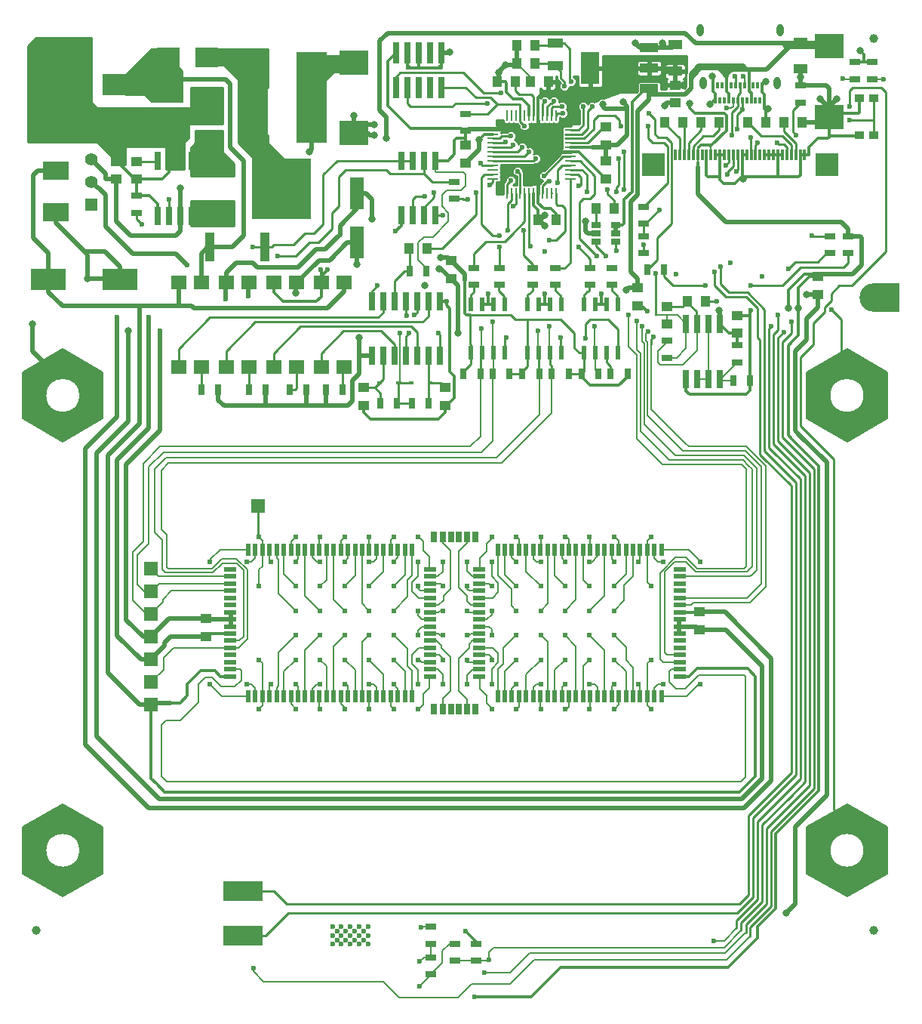
<source format=gbr>
G04 #@! TF.FileFunction,Copper,L2,Bot,Signal*
%FSLAX46Y46*%
G04 Gerber Fmt 4.6, Leading zero omitted, Abs format (unit mm)*
G04 Created by KiCad (PCBNEW 4.0.6) date 07/10/18 13:52:10*
%MOMM*%
%LPD*%
G01*
G04 APERTURE LIST*
%ADD10C,0.100000*%
%ADD11C,2.250000*%
%ADD12C,1.000000*%
%ADD13C,0.150000*%
%ADD14R,1.000000X1.250000*%
%ADD15R,1.800000X1.000000*%
%ADD16R,1.250000X1.000000*%
%ADD17R,1.700000X1.600000*%
%ADD18R,4.000500X2.400300*%
%ADD19R,1.300000X0.700000*%
%ADD20R,0.610000X1.520000*%
%ADD21R,0.700000X1.300000*%
%ADD22R,0.800000X1.300000*%
%ADD23R,2.780000X1.550000*%
%ADD24R,6.730000X6.740000*%
%ADD25R,1.397000X1.397000*%
%ADD26C,1.397000*%
%ADD27R,0.660400X2.032000*%
%ADD28R,1.000000X3.200000*%
%ADD29R,2.500000X1.000000*%
%ADD30R,3.200000X2.700000*%
%ADD31R,2.500000X2.300000*%
%ADD32C,1.000000*%
%ADD33R,1.501140X1.501140*%
%ADD34R,1.600200X3.599180*%
%ADD35R,3.500000X10.200000*%
%ADD36R,3.000000X2.000000*%
%ADD37R,1.060000X0.650000*%
%ADD38R,0.600000X0.450000*%
%ADD39C,0.604800*%
%ADD40R,0.740000X2.400000*%
%ADD41R,1.300000X0.250000*%
%ADD42R,0.250000X1.300000*%
%ADD43R,2.032000X3.657600*%
%ADD44R,2.032000X1.016000*%
%ADD45R,1.000000X0.900000*%
%ADD46O,0.800000X1.400000*%
%ADD47R,0.300000X0.700000*%
%ADD48R,1.600000X1.000000*%
%ADD49C,3.200000*%
%ADD50R,3.000000X3.200000*%
%ADD51R,0.500000X1.480000*%
%ADD52R,1.480000X0.500000*%
%ADD53C,0.600000*%
%ADD54R,4.500000X2.200000*%
%ADD55R,0.300000X1.250000*%
%ADD56R,2.500000X2.500000*%
%ADD57C,1.524000*%
%ADD58R,1.500000X1.500000*%
%ADD59C,0.800000*%
%ADD60C,0.500000*%
%ADD61C,0.250000*%
%ADD62C,0.300000*%
%ADD63C,0.200000*%
%ADD64C,0.254000*%
G04 APERTURE END LIST*
D10*
D11*
X146982767Y-74000000D02*
G75*
G03X146982767Y-74000000I-2982767J0D01*
G01*
D12*
X144000000Y-69400000D02*
X148000000Y-71700000D01*
X148000000Y-71700000D02*
X148000000Y-76300000D01*
X148000000Y-76300000D02*
X144000000Y-78600000D01*
X144000000Y-78600000D02*
X140000000Y-76300000D01*
X140000000Y-76300000D02*
X140000000Y-71700000D01*
X140000000Y-71700000D02*
X144000000Y-69400000D01*
D13*
X148500000Y-76598000D02*
X144000000Y-79196000D01*
X144000000Y-79196000D02*
X139500000Y-76598000D01*
X139500000Y-71402000D02*
X144000000Y-68804000D01*
X144000000Y-68804000D02*
X148500000Y-71402000D01*
X148500000Y-71402000D02*
X148500000Y-76598000D01*
X139500000Y-71402000D02*
X139500000Y-76598000D01*
D11*
X146982767Y-125000000D02*
G75*
G03X146982767Y-125000000I-2982767J0D01*
G01*
D12*
X144000000Y-120400000D02*
X148000000Y-122700000D01*
X148000000Y-122700000D02*
X148000000Y-127300000D01*
X148000000Y-127300000D02*
X144000000Y-129600000D01*
X144000000Y-129600000D02*
X140000000Y-127300000D01*
X140000000Y-127300000D02*
X140000000Y-122700000D01*
X140000000Y-122700000D02*
X144000000Y-120400000D01*
D13*
X148500000Y-127598000D02*
X144000000Y-130196000D01*
X144000000Y-130196000D02*
X139500000Y-127598000D01*
X139500000Y-122402000D02*
X144000000Y-119804000D01*
X144000000Y-119804000D02*
X148500000Y-122402000D01*
X148500000Y-122402000D02*
X148500000Y-127598000D01*
X139500000Y-122402000D02*
X139500000Y-127598000D01*
D11*
X58982767Y-125000000D02*
G75*
G03X58982767Y-125000000I-2982767J0D01*
G01*
D12*
X56000000Y-120400000D02*
X60000000Y-122700000D01*
X60000000Y-122700000D02*
X60000000Y-127300000D01*
X60000000Y-127300000D02*
X56000000Y-129600000D01*
X56000000Y-129600000D02*
X52000000Y-127300000D01*
X52000000Y-127300000D02*
X52000000Y-122700000D01*
X52000000Y-122700000D02*
X56000000Y-120400000D01*
D13*
X60500000Y-127598000D02*
X56000000Y-130196000D01*
X56000000Y-130196000D02*
X51500000Y-127598000D01*
X51500000Y-122402000D02*
X56000000Y-119804000D01*
X56000000Y-119804000D02*
X60500000Y-122402000D01*
X60500000Y-122402000D02*
X60500000Y-127598000D01*
X51500000Y-122402000D02*
X51500000Y-127598000D01*
D11*
X58982767Y-74000000D02*
G75*
G03X58982767Y-74000000I-2982767J0D01*
G01*
D12*
X56000000Y-69400000D02*
X60000000Y-71700000D01*
X60000000Y-71700000D02*
X60000000Y-76300000D01*
X60000000Y-76300000D02*
X56000000Y-78600000D01*
X56000000Y-78600000D02*
X52000000Y-76300000D01*
X52000000Y-76300000D02*
X52000000Y-71700000D01*
X52000000Y-71700000D02*
X56000000Y-69400000D01*
D13*
X60500000Y-76598000D02*
X56000000Y-79196000D01*
X56000000Y-79196000D02*
X51500000Y-76598000D01*
X51500000Y-71402000D02*
X56000000Y-68804000D01*
X56000000Y-68804000D02*
X60500000Y-71402000D01*
X60500000Y-71402000D02*
X60500000Y-76598000D01*
X51500000Y-71402000D02*
X51500000Y-76598000D01*
D14*
X108950000Y-34757000D03*
X106950000Y-34757000D03*
D15*
X111252000Y-34523000D03*
X111252000Y-37023000D03*
D16*
X101219000Y-45949000D03*
X101219000Y-47949000D03*
D17*
X79677000Y-70817000D03*
X82217000Y-70817000D03*
X82217000Y-61317000D03*
X79677000Y-61317000D03*
D18*
X54419500Y-60960000D03*
X62420500Y-60960000D03*
D19*
X102156000Y-61619500D03*
X102156000Y-59719500D03*
D20*
X118285000Y-69244000D03*
X117015000Y-69244000D03*
X115745000Y-69244000D03*
X114475000Y-69244000D03*
X114475000Y-63779000D03*
X115745000Y-63779000D03*
X117015000Y-63779000D03*
X118285000Y-63779000D03*
X111935000Y-63779000D03*
X110665000Y-63779000D03*
X109395000Y-63779000D03*
X108125000Y-63779000D03*
X108125000Y-69244000D03*
X109395000Y-69244000D03*
X110665000Y-69244000D03*
X111935000Y-69244000D03*
D21*
X102852000Y-71591500D03*
X100952000Y-71591500D03*
D19*
X64262000Y-53528000D03*
X64262000Y-51628000D03*
X101219000Y-42443000D03*
X101219000Y-44343000D03*
X102410000Y-137367000D03*
X102410000Y-135467000D03*
X99997000Y-135467000D03*
X99997000Y-137367000D03*
X97330000Y-136991000D03*
X97330000Y-138891000D03*
X97330000Y-133562000D03*
X97330000Y-135462000D03*
D21*
X133126000Y-72363040D03*
X131226000Y-72363040D03*
D19*
X131668000Y-70265040D03*
X131668000Y-68365040D03*
X123794000Y-69757040D03*
X123794000Y-67857040D03*
D21*
X116139000Y-71587000D03*
X114239000Y-71587000D03*
X109456000Y-71591500D03*
X107556000Y-71591500D03*
X104206000Y-71587000D03*
X106106000Y-71587000D03*
X110858000Y-71591500D03*
X112758000Y-71591500D03*
X95189000Y-74889000D03*
X97089000Y-74889000D03*
X87437000Y-73365000D03*
X85537000Y-73365000D03*
X71567000Y-73365000D03*
X73467000Y-73365000D03*
X81473000Y-73365000D03*
X83373000Y-73365000D03*
X76901000Y-73365000D03*
X78801000Y-73365000D03*
D19*
X117650000Y-61619500D03*
X117650000Y-59719500D03*
D21*
X117462000Y-71591500D03*
X119362000Y-71591500D03*
D19*
X138811000Y-41168000D03*
X138811000Y-39268000D03*
X144145000Y-56159000D03*
X144145000Y-58059000D03*
D21*
X121605000Y-59903000D03*
X123505000Y-59903000D03*
D19*
X142113000Y-56159000D03*
X142113000Y-58059000D03*
X115175000Y-61625000D03*
X115175000Y-59725000D03*
X108760000Y-61619500D03*
X108760000Y-59719500D03*
X104975000Y-61625000D03*
X104975000Y-59725000D03*
X111300000Y-61619500D03*
X111300000Y-59719500D03*
X99949000Y-51963000D03*
X99949000Y-50063000D03*
D21*
X93533000Y-74889000D03*
X91633000Y-74889000D03*
X94935000Y-60030000D03*
X96835000Y-60030000D03*
D22*
X98625000Y-89875000D03*
D21*
X97675000Y-89875000D03*
X99575000Y-89875000D03*
D23*
X73932000Y-48620000D03*
D24*
X80567000Y-50800000D03*
D23*
X73932000Y-52980000D03*
D17*
X69009000Y-70817000D03*
X71549000Y-70817000D03*
X71549000Y-61317000D03*
X69009000Y-61317000D03*
X85011000Y-70817000D03*
X87551000Y-70817000D03*
X87551000Y-61317000D03*
X85011000Y-61317000D03*
X74343000Y-70817000D03*
X76883000Y-70817000D03*
X76883000Y-61317000D03*
X74343000Y-61317000D03*
D20*
X105585000Y-69244000D03*
X104315000Y-69244000D03*
X103045000Y-69244000D03*
X101775000Y-69244000D03*
X101775000Y-63779000D03*
X103045000Y-63779000D03*
X104315000Y-63779000D03*
X105585000Y-63779000D03*
D16*
X123794000Y-65997040D03*
X123794000Y-63997040D03*
D25*
X59230000Y-52605000D03*
D26*
X59230000Y-50065000D03*
X59230000Y-47525000D03*
D27*
X129763000Y-72134440D03*
X128493000Y-72134440D03*
X127223000Y-72134440D03*
X125953000Y-72134440D03*
X125953000Y-65987640D03*
X127223000Y-65987640D03*
X128493000Y-65987640D03*
X129763000Y-65987640D03*
D28*
X72465000Y-57363000D03*
X78665000Y-57363000D03*
D29*
X72565000Y-44895000D03*
X72565000Y-39995000D03*
D16*
X61976000Y-49768000D03*
X61976000Y-47768000D03*
X64262000Y-47768000D03*
X64262000Y-49768000D03*
D30*
X88646000Y-36690000D03*
X88646000Y-44590000D03*
D16*
X127432000Y-98246000D03*
X127432000Y-100246000D03*
X72060000Y-101008000D03*
X72060000Y-99008000D03*
D31*
X67875000Y-36095000D03*
X72175000Y-36095000D03*
D32*
X147000000Y-34000000D03*
X147000000Y-134000000D03*
X53000000Y-134000000D03*
D16*
X131668000Y-65013040D03*
X131668000Y-67013040D03*
D14*
X126127000Y-63459000D03*
X128127000Y-63459000D03*
D22*
X101375000Y-109125000D03*
D21*
X100425000Y-109125000D03*
X102325000Y-109125000D03*
D22*
X101375000Y-89875000D03*
D21*
X100425000Y-89875000D03*
X102325000Y-89875000D03*
D22*
X98625000Y-109125000D03*
D21*
X99575000Y-109125000D03*
X97675000Y-109125000D03*
D18*
X62420500Y-39116000D03*
X54419500Y-39116000D03*
D14*
X106791000Y-38821000D03*
X104791000Y-38821000D03*
D16*
X140716000Y-62681000D03*
X140716000Y-60681000D03*
D14*
X108950000Y-36789000D03*
X106950000Y-36789000D03*
D16*
X116967000Y-45917000D03*
X116967000Y-43917000D03*
D33*
X65913000Y-103591000D03*
X65913000Y-108671000D03*
X65913000Y-95971000D03*
X65913000Y-93431000D03*
X65913000Y-106131000D03*
X65913000Y-98511000D03*
X65913000Y-101051000D03*
D34*
X89000000Y-51374180D03*
X89000000Y-56875820D03*
D35*
X83945000Y-40599000D03*
X77345000Y-40599000D03*
D14*
X125587000Y-43393000D03*
X123587000Y-43393000D03*
X136922000Y-43393000D03*
X138922000Y-43393000D03*
X127651000Y-43393000D03*
X129651000Y-43393000D03*
X134858000Y-43393000D03*
X132858000Y-43393000D03*
X117840000Y-53045000D03*
X115840000Y-53045000D03*
D36*
X68120000Y-40145000D03*
X68120000Y-44745000D03*
D16*
X120523000Y-63951000D03*
X120523000Y-61951000D03*
D27*
X66675000Y-47726600D03*
X67945000Y-47726600D03*
X69215000Y-47726600D03*
X70485000Y-47726600D03*
X70485000Y-53873400D03*
X69215000Y-53873400D03*
X67945000Y-53873400D03*
X66675000Y-53873400D03*
X93980000Y-47685600D03*
X95250000Y-47685600D03*
X96520000Y-47685600D03*
X97790000Y-47685600D03*
X97790000Y-53832400D03*
X96520000Y-53832400D03*
X95250000Y-53832400D03*
X93980000Y-53832400D03*
D37*
X115867000Y-56789000D03*
X115867000Y-55839000D03*
X115867000Y-54889000D03*
X118067000Y-54889000D03*
X118067000Y-56789000D03*
X118067000Y-55839000D03*
D16*
X89789000Y-73127000D03*
X89789000Y-75127000D03*
X98933000Y-75127000D03*
X98933000Y-73127000D03*
D14*
X94885000Y-57490000D03*
X96885000Y-57490000D03*
D38*
X91533000Y-72603000D03*
X93633000Y-72603000D03*
X97189000Y-72603000D03*
X95089000Y-72603000D03*
D27*
X90690000Y-63426600D03*
X91960000Y-63426600D03*
X93230000Y-63426600D03*
X94500000Y-63426600D03*
X95770000Y-63426600D03*
X97040000Y-63426600D03*
X98310000Y-63426600D03*
X98310000Y-69573400D03*
X97040000Y-69573400D03*
X94500000Y-69573400D03*
X93230000Y-69573400D03*
X91960000Y-69573400D03*
X90690000Y-69573400D03*
X95770000Y-69573400D03*
D14*
X108474000Y-38821000D03*
X110474000Y-38821000D03*
D39*
X82125000Y-92625000D03*
X82125000Y-106375000D03*
X84875000Y-92625000D03*
X84875000Y-95375000D03*
X84875000Y-98125000D03*
X84875000Y-100875000D03*
X84875000Y-103625000D03*
X84875000Y-106375000D03*
X87625000Y-92625000D03*
X87625000Y-95375000D03*
X87625000Y-98125000D03*
X87625000Y-100875000D03*
X87625000Y-103625000D03*
X87625000Y-106375000D03*
X90375000Y-92625000D03*
X90375000Y-95375000D03*
X90375000Y-98125000D03*
X90375000Y-100875000D03*
X90375000Y-103625000D03*
X90375000Y-106375000D03*
X93125000Y-92625000D03*
X93125000Y-95375000D03*
X93125000Y-98125000D03*
X93125000Y-100875000D03*
X93125000Y-103625000D03*
X93125000Y-106375000D03*
X95875000Y-92625000D03*
X95875000Y-95375000D03*
X95875000Y-98125000D03*
X95875000Y-100875000D03*
X95875000Y-103625000D03*
X95875000Y-106375000D03*
X98625000Y-92625000D03*
X98625000Y-95375000D03*
X98625000Y-98125000D03*
X98625000Y-100875000D03*
X98625000Y-103625000D03*
X98625000Y-106375000D03*
X101375000Y-92625000D03*
X101375000Y-95375000D03*
X101375000Y-98125000D03*
X101375000Y-100875000D03*
X101375000Y-103625000D03*
X101375000Y-106375000D03*
X104125000Y-92625000D03*
X104125000Y-95375000D03*
X104125000Y-98125000D03*
X104125000Y-100875000D03*
X104125000Y-103625000D03*
X104125000Y-106375000D03*
X106875000Y-92625000D03*
X106875000Y-95375000D03*
X106875000Y-98125000D03*
X106875000Y-100875000D03*
X106875000Y-103625000D03*
X106875000Y-106375000D03*
X109625000Y-92625000D03*
X109625000Y-95375000D03*
X109625000Y-98125000D03*
X109625000Y-100875000D03*
X109625000Y-103625000D03*
X109625000Y-106375000D03*
X112375000Y-92625000D03*
X112375000Y-95375000D03*
X112375000Y-98125000D03*
X112375000Y-100875000D03*
X112375000Y-103625000D03*
X112375000Y-106375000D03*
X115125000Y-92625000D03*
X115125000Y-95375000D03*
X115125000Y-98125000D03*
X115125000Y-100875000D03*
X115125000Y-103625000D03*
X115125000Y-106375000D03*
X117875000Y-92625000D03*
X117875000Y-106375000D03*
X84875000Y-89875000D03*
X84875000Y-109125000D03*
X87625000Y-89875000D03*
X87625000Y-109125000D03*
X90375000Y-89875000D03*
X90375000Y-109125000D03*
X93125000Y-89875000D03*
X93125000Y-109125000D03*
X95875000Y-89875000D03*
X95875000Y-109125000D03*
X98625000Y-89875000D03*
X98625000Y-109125000D03*
X101375000Y-89875000D03*
X101375000Y-109125000D03*
X104125000Y-89875000D03*
X104125000Y-109125000D03*
X106875000Y-89875000D03*
X106875000Y-109125000D03*
X109625000Y-89875000D03*
X109625000Y-109125000D03*
X112375000Y-89875000D03*
X112375000Y-109125000D03*
X115125000Y-89875000D03*
X115125000Y-109125000D03*
X82125000Y-95375000D03*
X82125000Y-98125000D03*
X82125000Y-100875000D03*
X82125000Y-103625000D03*
X117875000Y-95375000D03*
X117875000Y-98125000D03*
X117875000Y-100875000D03*
X117875000Y-103625000D03*
X120625000Y-106375000D03*
X120625000Y-92625000D03*
X79375000Y-106375000D03*
X79375000Y-92625000D03*
X78000000Y-89875000D03*
X78000000Y-103625000D03*
X122000000Y-95375000D03*
X122000000Y-109125000D03*
X78000000Y-95375000D03*
X78000000Y-109125000D03*
X122000000Y-89875000D03*
X122000000Y-103625000D03*
X82125000Y-89875000D03*
X82125000Y-109125000D03*
X117875000Y-89875000D03*
X117875000Y-109125000D03*
D40*
X98475800Y-39475600D03*
X98475800Y-35575600D03*
X97205800Y-39475600D03*
X97205800Y-35575600D03*
X95935800Y-39475600D03*
X95935800Y-35575600D03*
X94665800Y-39475600D03*
X94665800Y-35575600D03*
X93395800Y-39475600D03*
X93395800Y-35575600D03*
D41*
X112935000Y-44199000D03*
X112935000Y-44699000D03*
X112935000Y-45199000D03*
X112935000Y-45699000D03*
X112935000Y-46199000D03*
X112935000Y-46699000D03*
X112935000Y-47199000D03*
X112935000Y-47699000D03*
X112935000Y-48199000D03*
X112935000Y-48699000D03*
X112935000Y-49199000D03*
X112935000Y-49699000D03*
D42*
X111335000Y-51299000D03*
X110835000Y-51299000D03*
X110335000Y-51299000D03*
X109835000Y-51299000D03*
X109335000Y-51299000D03*
X108835000Y-51299000D03*
X108335000Y-51299000D03*
X107835000Y-51299000D03*
X107335000Y-51299000D03*
X106835000Y-51299000D03*
X106335000Y-51299000D03*
X105835000Y-51299000D03*
D41*
X104235000Y-49699000D03*
X104235000Y-49199000D03*
X104235000Y-48699000D03*
X104235000Y-48199000D03*
X104235000Y-47699000D03*
X104235000Y-47199000D03*
X104235000Y-46699000D03*
X104235000Y-46199000D03*
X104235000Y-45699000D03*
X104235000Y-45199000D03*
X104235000Y-44699000D03*
X104235000Y-44199000D03*
D42*
X105835000Y-42599000D03*
X106335000Y-42599000D03*
X106835000Y-42599000D03*
X107335000Y-42599000D03*
X107835000Y-42599000D03*
X108335000Y-42599000D03*
X108835000Y-42599000D03*
X109335000Y-42599000D03*
X109835000Y-42599000D03*
X110335000Y-42599000D03*
X110835000Y-42599000D03*
X111335000Y-42599000D03*
D14*
X111363000Y-54315000D03*
X109363000Y-54315000D03*
D16*
X116967000Y-47727000D03*
X116967000Y-49727000D03*
D43*
X115189000Y-37297000D03*
D44*
X121793000Y-37297000D03*
X121793000Y-39583000D03*
X121793000Y-35011000D03*
D30*
X141986000Y-34871000D03*
X141986000Y-42771000D03*
D45*
X146977000Y-44808000D03*
X145377000Y-44808000D03*
X146977000Y-40708000D03*
X145377000Y-40708000D03*
D46*
X127870000Y-39010000D03*
D47*
X129250000Y-40920000D03*
X129750000Y-40920000D03*
X130250000Y-40920000D03*
X130750000Y-40920000D03*
X131250000Y-40920000D03*
X131750000Y-40920000D03*
X132250000Y-40920000D03*
X134750000Y-40920000D03*
X133750000Y-40920000D03*
X133250000Y-40920000D03*
X132750000Y-40920000D03*
X134250000Y-40920000D03*
X134500000Y-39220000D03*
D46*
X136130000Y-39010000D03*
X136490000Y-33060000D03*
X127510000Y-33060000D03*
D47*
X134000000Y-39220000D03*
X133500000Y-39220000D03*
X133000000Y-39220000D03*
X132500000Y-39220000D03*
X132000000Y-39220000D03*
X131500000Y-39220000D03*
X131000000Y-39220000D03*
X130500000Y-39220000D03*
X130000000Y-39220000D03*
X129500000Y-39220000D03*
X129000000Y-39220000D03*
D48*
X138811000Y-34400000D03*
X138811000Y-37400000D03*
X124714000Y-37654000D03*
X124714000Y-34654000D03*
D16*
X124714000Y-41218000D03*
X124714000Y-39218000D03*
D49*
X146963000Y-63000000D03*
D50*
X148463000Y-63000000D03*
D39*
X127500000Y-92625000D03*
X127500000Y-106375000D03*
X72500000Y-106375000D03*
X72500000Y-92625000D03*
D51*
X104800000Y-91260000D03*
X105600000Y-91260000D03*
X106400000Y-91260000D03*
X107200000Y-91260000D03*
X108000000Y-91260000D03*
X108800000Y-91260000D03*
X109600000Y-91260000D03*
X110400000Y-91260000D03*
X111200000Y-91260000D03*
X112000000Y-91260000D03*
X112800000Y-91260000D03*
X113600000Y-91260000D03*
X114400000Y-91260000D03*
X115200000Y-91260000D03*
X116000000Y-91260000D03*
X116800000Y-91260000D03*
X117600000Y-91260000D03*
X118400000Y-91260000D03*
X119200000Y-91260000D03*
X120000000Y-91260000D03*
X120800000Y-91260000D03*
X121600000Y-91260000D03*
X122400000Y-91260000D03*
X123200000Y-91260000D03*
D52*
X125240000Y-93500000D03*
X125240000Y-94300000D03*
X125240000Y-95100000D03*
X125240000Y-95900000D03*
X125240000Y-96700000D03*
X125240000Y-97500000D03*
X125240000Y-98300000D03*
X125240000Y-99100000D03*
X125240000Y-99900000D03*
X125240000Y-100700000D03*
X125240000Y-101500000D03*
X125240000Y-102300000D03*
X125240000Y-103100000D03*
X125240000Y-103900000D03*
X125240000Y-104700000D03*
X125240000Y-105500000D03*
D51*
X123200000Y-107740000D03*
X122400000Y-107740000D03*
X121600000Y-107740000D03*
X120800000Y-107740000D03*
X120000000Y-107740000D03*
X119200000Y-107740000D03*
X118400000Y-107740000D03*
X117600000Y-107740000D03*
X116800000Y-107740000D03*
X116000000Y-107740000D03*
X115200000Y-107740000D03*
X114400000Y-107740000D03*
X113600000Y-107740000D03*
X112800000Y-107740000D03*
X112000000Y-107740000D03*
X111200000Y-107740000D03*
X110400000Y-107740000D03*
X109600000Y-107740000D03*
X108800000Y-107740000D03*
X108000000Y-107740000D03*
X107200000Y-107740000D03*
X106400000Y-107740000D03*
X105600000Y-107740000D03*
X104800000Y-107740000D03*
D52*
X102760000Y-105500000D03*
X102760000Y-104700000D03*
X102760000Y-103900000D03*
X102760000Y-103100000D03*
X102760000Y-102300000D03*
X102760000Y-101500000D03*
X102760000Y-100700000D03*
X102760000Y-99900000D03*
X102760000Y-99100000D03*
X102760000Y-98300000D03*
X102760000Y-97500000D03*
X102760000Y-96700000D03*
X102760000Y-95900000D03*
X102760000Y-95100000D03*
X102760000Y-94300000D03*
X102760000Y-93500000D03*
D51*
X95200000Y-107740000D03*
X94400000Y-107740000D03*
X93600000Y-107740000D03*
X92800000Y-107740000D03*
X92000000Y-107740000D03*
X91200000Y-107740000D03*
X90400000Y-107740000D03*
X89600000Y-107740000D03*
X88800000Y-107740000D03*
X88000000Y-107740000D03*
X87200000Y-107740000D03*
X86400000Y-107740000D03*
X85600000Y-107740000D03*
X84800000Y-107740000D03*
X84000000Y-107740000D03*
X83200000Y-107740000D03*
X82400000Y-107740000D03*
X81600000Y-107740000D03*
X80800000Y-107740000D03*
X80000000Y-107740000D03*
X79200000Y-107740000D03*
X78400000Y-107740000D03*
X77600000Y-107740000D03*
X76800000Y-107740000D03*
D52*
X74760000Y-105500000D03*
X74760000Y-104700000D03*
X74760000Y-103900000D03*
X74760000Y-103100000D03*
X74760000Y-102300000D03*
X74760000Y-101500000D03*
X74760000Y-100700000D03*
X74760000Y-99900000D03*
X74760000Y-99100000D03*
X74760000Y-98300000D03*
X74760000Y-97500000D03*
X74760000Y-96700000D03*
X74760000Y-95900000D03*
X74760000Y-95100000D03*
X74760000Y-94300000D03*
X74760000Y-93500000D03*
D51*
X76800000Y-91260000D03*
X77600000Y-91260000D03*
X78400000Y-91260000D03*
X79200000Y-91260000D03*
X80000000Y-91260000D03*
X80800000Y-91260000D03*
X81600000Y-91260000D03*
X82400000Y-91260000D03*
X83200000Y-91260000D03*
X84000000Y-91260000D03*
X84800000Y-91260000D03*
X85600000Y-91260000D03*
X86400000Y-91260000D03*
X87200000Y-91260000D03*
X88000000Y-91260000D03*
X88800000Y-91260000D03*
X89600000Y-91260000D03*
X90400000Y-91260000D03*
X91200000Y-91260000D03*
X92000000Y-91260000D03*
X92800000Y-91260000D03*
X93600000Y-91260000D03*
X94400000Y-91260000D03*
X95200000Y-91260000D03*
D52*
X97240000Y-93500000D03*
X97240000Y-94300000D03*
X97240000Y-95100000D03*
X97240000Y-95900000D03*
X97240000Y-96700000D03*
X97240000Y-97500000D03*
X97240000Y-98300000D03*
X97240000Y-99100000D03*
X97240000Y-99900000D03*
X97240000Y-100700000D03*
X97240000Y-101500000D03*
X97240000Y-102300000D03*
X97240000Y-103100000D03*
X97240000Y-103900000D03*
X97240000Y-104700000D03*
X97240000Y-105500000D03*
D39*
X76625000Y-92625000D03*
X76625000Y-106375000D03*
X123375000Y-92625000D03*
X123375000Y-106375000D03*
D53*
X90265000Y-135539000D03*
X89265000Y-135539000D03*
X88265000Y-135539000D03*
X87265000Y-135539000D03*
X86265000Y-135539000D03*
X90265000Y-134539000D03*
X89765000Y-135039000D03*
X89265000Y-134539000D03*
X88765000Y-135039000D03*
X88265000Y-134539000D03*
X87765000Y-135039000D03*
X87265000Y-134539000D03*
X86765000Y-135039000D03*
X86265000Y-134539000D03*
X90265000Y-133539000D03*
X89765000Y-134039000D03*
X89265000Y-133539000D03*
X88765000Y-134039000D03*
X88265000Y-133539000D03*
X87765000Y-134039000D03*
X87265000Y-133539000D03*
X86765000Y-134039000D03*
X86265000Y-133539000D03*
D54*
X76265000Y-129539000D03*
X76265000Y-134539000D03*
D55*
X139250000Y-47025000D03*
X137250000Y-47025000D03*
X137750000Y-47025000D03*
X138750000Y-47025000D03*
X138250000Y-47025000D03*
X136250000Y-47025000D03*
X136750000Y-47025000D03*
X135750000Y-47025000D03*
X135250000Y-47025000D03*
X132250000Y-47025000D03*
X132750000Y-47025000D03*
X133750000Y-47025000D03*
X133250000Y-47025000D03*
X134750000Y-47025000D03*
X134250000Y-47025000D03*
X126750000Y-47025000D03*
X127250000Y-47025000D03*
X125750000Y-47025000D03*
X126250000Y-47025000D03*
X125250000Y-47025000D03*
X124750000Y-47025000D03*
X127750000Y-47025000D03*
X128250000Y-47025000D03*
X129250000Y-47025000D03*
X128750000Y-47025000D03*
X130750000Y-47025000D03*
X131250000Y-47025000D03*
X130250000Y-47025000D03*
X129750000Y-47025000D03*
D56*
X122250000Y-48125000D03*
X141750000Y-48125000D03*
D55*
X131750000Y-47025000D03*
D19*
X121158000Y-54757000D03*
X121158000Y-52857000D03*
X121158000Y-56159000D03*
X121158000Y-58059000D03*
D57*
X144000000Y-70900000D03*
X144000000Y-121900000D03*
X56000000Y-121900000D03*
X56000000Y-70900000D03*
D58*
X77875000Y-86375000D03*
D36*
X55225000Y-48825000D03*
X55225000Y-53425000D03*
D16*
X99568000Y-58903000D03*
X99568000Y-60903000D03*
D19*
X144875000Y-36625000D03*
X144875000Y-38525000D03*
X146875000Y-36625000D03*
X146875000Y-38525000D03*
D53*
X110109000Y-57900000D03*
D59*
X83693000Y-46695000D03*
X69215000Y-50759000D03*
X145475000Y-35375000D03*
X120269000Y-34503000D03*
X123317000Y-34503000D03*
X140970000Y-40726000D03*
X142875000Y-40726000D03*
X137160000Y-132039000D03*
D53*
X121158000Y-57109000D03*
D59*
X52578000Y-65999000D03*
X116586000Y-41361000D03*
X139446000Y-62697000D03*
X114681000Y-54442000D03*
X88646000Y-42631000D03*
X90932000Y-44790000D03*
X90932000Y-43647000D03*
X65659000Y-44663000D03*
X55245000Y-41615000D03*
X55372000Y-36281000D03*
X57023000Y-39456000D03*
X57023000Y-38694000D03*
X132334000Y-49743000D03*
X129667000Y-64475000D03*
X138811000Y-38313000D03*
X99441000Y-35519000D03*
X105664000Y-36916000D03*
X104902000Y-37805000D03*
X110109000Y-54950000D03*
X110109000Y-53807000D03*
X102743000Y-45298000D03*
X118872000Y-41107000D03*
X123571000Y-41488000D03*
X135128000Y-41869000D03*
X134874000Y-38821000D03*
X128905000Y-38186000D03*
X128651000Y-41361000D03*
D53*
X94742000Y-37170000D03*
X98425000Y-37170000D03*
X130937000Y-59141000D03*
X121575000Y-64575000D03*
X124841000Y-60411000D03*
X134493000Y-60665000D03*
X65659000Y-42885000D03*
X56769000Y-41615000D03*
X56769000Y-36281000D03*
X85725000Y-59903000D03*
X84963000Y-59903000D03*
X93345000Y-55585000D03*
X99075000Y-63475000D03*
X103759000Y-62633500D03*
X110109000Y-62633500D03*
X116459000Y-62633500D03*
X128143000Y-61681000D03*
X110617000Y-56601000D03*
X105029000Y-57363000D03*
X130429000Y-48219000D03*
X107061000Y-48854000D03*
X130556000Y-49235000D03*
X106299000Y-49870000D03*
X133223000Y-61681000D03*
X133223000Y-45044000D03*
X106553000Y-45933000D03*
X133985000Y-45679000D03*
X107569000Y-46187000D03*
X113919000Y-50505000D03*
X137795000Y-65745000D03*
X77391000Y-138195000D03*
X109093000Y-47457000D03*
X118364000Y-47457000D03*
X118110000Y-51140000D03*
X135509000Y-66253000D03*
X129080000Y-135147000D03*
X110617000Y-49997000D03*
X131572000Y-48854000D03*
X118618000Y-43774000D03*
X121666000Y-43774000D03*
X121793000Y-42377000D03*
X112141000Y-42377000D03*
X96187000Y-133623000D03*
X96060000Y-140227000D03*
X136271000Y-64983000D03*
X114808000Y-51140000D03*
X103807000Y-137306000D03*
X96060000Y-137433000D03*
X118999000Y-46695000D03*
X136896000Y-66878000D03*
X118999000Y-50886000D03*
X108331000Y-46695000D03*
X103299000Y-138703000D03*
X113875000Y-57375000D03*
X108468000Y-57275000D03*
X122555000Y-60284000D03*
X115951000Y-58379000D03*
X142240000Y-64348000D03*
X129413000Y-63459000D03*
X62103000Y-65237000D03*
X65659000Y-65237000D03*
D59*
X90678000Y-54188000D03*
X98425000Y-58575000D03*
D53*
X74295000Y-63205000D03*
X120439417Y-65607457D03*
X102997000Y-66507000D03*
X121031000Y-66207457D03*
X115697000Y-66207457D03*
X107696000Y-55458000D03*
X105918000Y-55458000D03*
X109347000Y-66761000D03*
X122301000Y-67396000D03*
X119507000Y-64983000D03*
X104267000Y-65722999D03*
X110617000Y-66253000D03*
X121689229Y-66807457D03*
D59*
X63373000Y-66761000D03*
D53*
X66929000Y-66761000D03*
D59*
X98275000Y-59775000D03*
X88975000Y-59275000D03*
X100375000Y-66975000D03*
X82169000Y-62502600D03*
X58801000Y-60919000D03*
D53*
X114681000Y-67615000D03*
X111887000Y-67523000D03*
X105791000Y-67523000D03*
D59*
X125603000Y-39202000D03*
X126365000Y-41234000D03*
X138557000Y-64221000D03*
X137414000Y-64221000D03*
D53*
X133223000Y-64475000D03*
X102235000Y-141437000D03*
X101219000Y-134071000D03*
X114427000Y-41615000D03*
X112268000Y-39329000D03*
X113030000Y-38821000D03*
X115443000Y-41615000D03*
X109982000Y-49362000D03*
X102362000Y-51267000D03*
X138303000Y-44790000D03*
X136144000Y-45679000D03*
X144272000Y-43139000D03*
X107823000Y-43774000D03*
X105156000Y-40091000D03*
X111125000Y-40980000D03*
X103632000Y-41234000D03*
X110109000Y-40970000D03*
X106299000Y-44917000D03*
X131064000Y-44790000D03*
X105029000Y-56093000D03*
X140081000Y-56093000D03*
X80137000Y-58379000D03*
X64897000Y-54823000D03*
X77343000Y-57363000D03*
X67945000Y-52029000D03*
X137414000Y-59776000D03*
X101473000Y-52029000D03*
X111506000Y-50124000D03*
X129159000Y-60157000D03*
X116967000Y-58379000D03*
X118110000Y-57744000D03*
X129790291Y-59566849D03*
X132250000Y-41953000D03*
X131445000Y-38186000D03*
X131699000Y-44155000D03*
X105664000Y-45552000D03*
X94567126Y-65069990D03*
X93853000Y-67015000D03*
X102870000Y-47965000D03*
X97663000Y-51267000D03*
X96647000Y-51648000D03*
X103886000Y-50378000D03*
X106553000Y-52791000D03*
X98679000Y-53807000D03*
X94869000Y-67015000D03*
X98171000Y-67015000D03*
X95412277Y-64979211D03*
X91313000Y-61681000D03*
D59*
X92329000Y-45171000D03*
D53*
X69977000Y-59395000D03*
X76835000Y-62824000D03*
D59*
X119253000Y-62189000D03*
X96647000Y-61681000D03*
X89281000Y-67523000D03*
D53*
X130475000Y-41775000D03*
X148075000Y-38575000D03*
X132375000Y-38175000D03*
X143575000Y-38475000D03*
X122936000Y-53172000D03*
X117094000Y-50886000D03*
X144272000Y-41615000D03*
X112014000Y-41615000D03*
D60*
X83945000Y-46443000D02*
X83945000Y-40599000D01*
X83693000Y-46695000D02*
X83945000Y-46443000D01*
X69215000Y-53873400D02*
X69215000Y-50759000D01*
X68707000Y-56093000D02*
X69215000Y-55585000D01*
X69215000Y-55585000D02*
X69215000Y-53873400D01*
X63627000Y-56093000D02*
X68707000Y-56093000D01*
X61976000Y-54442000D02*
X63627000Y-56093000D01*
X61976000Y-49768000D02*
X61976000Y-54442000D01*
X60833000Y-49128000D02*
X60833000Y-49750000D01*
X60833000Y-49750000D02*
X60851000Y-49768000D01*
X60851000Y-49768000D02*
X61976000Y-49768000D01*
X59230000Y-47525000D02*
X60833000Y-49128000D01*
X88646000Y-36690000D02*
X87335000Y-36690000D01*
X87335000Y-36690000D02*
X83485000Y-40540000D01*
D61*
X76885000Y-40540000D02*
X76885000Y-43951000D01*
X76885000Y-43951000D02*
X80567000Y-47633000D01*
X80567000Y-47633000D02*
X80567000Y-50800000D01*
X72175000Y-36095000D02*
X74109000Y-36095000D01*
X74109000Y-36095000D02*
X76885000Y-38871000D01*
X76885000Y-38871000D02*
X76885000Y-40540000D01*
D62*
X145875000Y-36625000D02*
X145875000Y-35775000D01*
X145875000Y-35775000D02*
X145475000Y-35375000D01*
X144875000Y-36625000D02*
X145875000Y-36625000D01*
X145875000Y-36625000D02*
X146875000Y-36625000D01*
D60*
X120777000Y-35011000D02*
X120269000Y-34503000D01*
X121793000Y-35011000D02*
X120777000Y-35011000D01*
X123444000Y-35011000D02*
X124357000Y-35011000D01*
X123444000Y-35011000D02*
X123444000Y-34630000D01*
X121793000Y-35011000D02*
X123444000Y-35011000D01*
X123444000Y-34630000D02*
X123317000Y-34503000D01*
X124357000Y-35011000D02*
X124714000Y-34654000D01*
D62*
X129750000Y-47025000D02*
X129750000Y-49406000D01*
D60*
X141986000Y-42771000D02*
X141986000Y-41742000D01*
X141986000Y-41742000D02*
X140970000Y-40726000D01*
X141986000Y-42771000D02*
X141986000Y-41615000D01*
X141986000Y-41615000D02*
X142875000Y-40726000D01*
X141986000Y-42771000D02*
X141986000Y-39583000D01*
X141671000Y-39268000D02*
X141986000Y-39583000D01*
X141671000Y-39268000D02*
X138811000Y-39268000D01*
X138557000Y-78318000D02*
X141732000Y-81493000D01*
X140716000Y-64094000D02*
X139446000Y-65364000D01*
X139446000Y-65364000D02*
X139446000Y-67777000D01*
X140716000Y-64094000D02*
X140716000Y-62681000D01*
X138176000Y-76032000D02*
X138176000Y-69047000D01*
X138176000Y-69047000D02*
X139446000Y-67777000D01*
X138557000Y-78318000D02*
X138176000Y-77937000D01*
X138176000Y-77937000D02*
X138176000Y-76032000D01*
X138176000Y-131023000D02*
X137160000Y-132039000D01*
X138176000Y-122387000D02*
X138176000Y-131023000D01*
X141732000Y-118831000D02*
X138176000Y-122387000D01*
X141732000Y-81493000D02*
X141732000Y-118831000D01*
D61*
X121158000Y-58059000D02*
X121158000Y-57109000D01*
D62*
X145377000Y-40708000D02*
X145377000Y-42288000D01*
X145288000Y-42377000D02*
X142380000Y-42377000D01*
X145377000Y-42288000D02*
X145288000Y-42377000D01*
X142380000Y-42377000D02*
X141986000Y-42771000D01*
D60*
X56000000Y-70900000D02*
X54431000Y-70900000D01*
X52578000Y-69047000D02*
X52578000Y-65999000D01*
X54431000Y-70900000D02*
X52578000Y-69047000D01*
X116586000Y-41361000D02*
X116586000Y-41615000D01*
X116840000Y-41869000D02*
X119335598Y-41869000D01*
X116586000Y-41615000D02*
X116840000Y-41869000D01*
X140716000Y-62681000D02*
X139462000Y-62681000D01*
X139462000Y-62681000D02*
X139446000Y-62697000D01*
X115867000Y-55839000D02*
X114935000Y-55839000D01*
X114681000Y-55585000D02*
X114681000Y-54442000D01*
X114935000Y-55839000D02*
X114681000Y-55585000D01*
X88646000Y-44590000D02*
X88646000Y-42631000D01*
X88646000Y-44590000D02*
X89081000Y-44590000D01*
X88646000Y-44590000D02*
X90224000Y-44590000D01*
X90224000Y-44590000D02*
X90424000Y-44790000D01*
X90424000Y-44790000D02*
X90932000Y-44790000D01*
X88646000Y-44590000D02*
X89227000Y-44590000D01*
X89227000Y-44590000D02*
X90170000Y-43647000D01*
X90170000Y-43647000D02*
X90932000Y-43647000D01*
X68120000Y-44745000D02*
X65741000Y-44745000D01*
X65741000Y-44745000D02*
X65659000Y-44663000D01*
X54419500Y-39116000D02*
X54419500Y-40789500D01*
X54419500Y-40789500D02*
X55245000Y-41615000D01*
X54419500Y-39116000D02*
X54419500Y-37233500D01*
X54419500Y-37233500D02*
X55372000Y-36281000D01*
X54419500Y-39116000D02*
X56048000Y-39116000D01*
X56048000Y-39116000D02*
X56388000Y-39456000D01*
X56388000Y-39456000D02*
X57023000Y-39456000D01*
X54419500Y-39116000D02*
X55966000Y-39116000D01*
X55966000Y-39116000D02*
X56388000Y-38694000D01*
X56388000Y-38694000D02*
X57023000Y-38694000D01*
D62*
X132207000Y-49489000D02*
X132207000Y-49616000D01*
X131445000Y-50251000D02*
X132207000Y-49489000D01*
X130175000Y-50251000D02*
X131445000Y-50251000D01*
X129750000Y-49826000D02*
X130175000Y-50251000D01*
X129750000Y-49406000D02*
X129750000Y-49826000D01*
X132207000Y-49616000D02*
X132334000Y-49743000D01*
D60*
X146644000Y-62681000D02*
X146963000Y-63000000D01*
X129763000Y-64571000D02*
X129667000Y-64475000D01*
X129763000Y-65987640D02*
X129763000Y-64571000D01*
X138922000Y-43393000D02*
X141364000Y-43393000D01*
X141364000Y-43393000D02*
X141986000Y-42771000D01*
X138811000Y-38313000D02*
X138811000Y-39268000D01*
X138811000Y-37400000D02*
X138811000Y-38313000D01*
X98475800Y-35575600D02*
X99384400Y-35575600D01*
X99384400Y-35575600D02*
X99441000Y-35519000D01*
X104902000Y-38710000D02*
X104902000Y-37805000D01*
X105664000Y-36916000D02*
X104902000Y-37678000D01*
X105664000Y-36916000D02*
X106823000Y-36916000D01*
X104902000Y-37678000D02*
X104902000Y-37805000D01*
X104902000Y-38710000D02*
X104791000Y-38821000D01*
X106950000Y-34757000D02*
X106950000Y-36789000D01*
X106950000Y-36789000D02*
X106823000Y-36916000D01*
X109363000Y-54315000D02*
X109474000Y-54315000D01*
X109474000Y-54315000D02*
X110109000Y-54950000D01*
X109363000Y-54315000D02*
X109601000Y-54315000D01*
X109601000Y-54315000D02*
X110109000Y-53807000D01*
D62*
X103342000Y-44699000D02*
X102743000Y-45298000D01*
X104235000Y-44699000D02*
X103342000Y-44699000D01*
D60*
X102743000Y-45298000D02*
X102743000Y-46425000D01*
X102743000Y-46425000D02*
X101219000Y-47949000D01*
X116967000Y-45917000D02*
X118253000Y-45917000D01*
X119335598Y-41570598D02*
X118872000Y-41107000D01*
X119335598Y-44834402D02*
X119335598Y-41869000D01*
X119335598Y-41869000D02*
X119335598Y-41570598D01*
X118253000Y-45917000D02*
X119335598Y-44834402D01*
X116967000Y-45917000D02*
X116967000Y-47727000D01*
X116685000Y-46199000D02*
X115443000Y-46199000D01*
D62*
X113885000Y-46199000D02*
X112935000Y-46199000D01*
X115443000Y-46199000D02*
X113885000Y-46199000D01*
D60*
X116685000Y-46199000D02*
X116967000Y-45917000D01*
X124714000Y-41218000D02*
X123841000Y-41218000D01*
X123841000Y-41218000D02*
X123571000Y-41488000D01*
D62*
X134750000Y-40920000D02*
X134750000Y-41618000D01*
X134750000Y-41618000D02*
X135128000Y-41869000D01*
X134500000Y-39220000D02*
X134500000Y-39195000D01*
X134500000Y-39195000D02*
X134874000Y-38821000D01*
X129000000Y-39220000D02*
X129000000Y-38281000D01*
X129000000Y-38281000D02*
X128905000Y-38186000D01*
X129250000Y-40920000D02*
X129092000Y-40920000D01*
X129092000Y-40920000D02*
X128651000Y-41361000D01*
X101219000Y-47949000D02*
X101489000Y-47949000D01*
X102834000Y-45207000D02*
X102743000Y-45298000D01*
X134858000Y-43393000D02*
X134858000Y-41980000D01*
X134750000Y-41872000D02*
X134750000Y-40920000D01*
X134858000Y-41980000D02*
X134750000Y-41872000D01*
X141986000Y-44917000D02*
X145268000Y-44917000D01*
X145268000Y-44917000D02*
X145377000Y-44808000D01*
X134750000Y-40920000D02*
X134750000Y-40221000D01*
X134500000Y-39971000D02*
X134500000Y-39220000D01*
X134750000Y-40221000D02*
X134500000Y-39971000D01*
X129250000Y-40920000D02*
X129250000Y-40182000D01*
X129000000Y-39932000D02*
X129000000Y-39220000D01*
X129250000Y-40182000D02*
X129000000Y-39932000D01*
X95935800Y-35575600D02*
X95935800Y-37297000D01*
X95935800Y-37297000D02*
X95885000Y-37297000D01*
X94665800Y-35575600D02*
X94665800Y-37093800D01*
X98171000Y-37297000D02*
X98475800Y-36992200D01*
X98475800Y-36992200D02*
X98475800Y-35575600D01*
X94869000Y-37297000D02*
X95885000Y-37297000D01*
X95885000Y-37297000D02*
X98171000Y-37297000D01*
X94665800Y-37093800D02*
X94869000Y-37297000D01*
X139700000Y-47025000D02*
X139700000Y-46187000D01*
X139250000Y-47025000D02*
X139700000Y-47025000D01*
X141986000Y-45044000D02*
X141986000Y-44917000D01*
X141986000Y-44917000D02*
X141986000Y-42771000D01*
X141859000Y-45171000D02*
X141986000Y-45044000D01*
X140716000Y-45171000D02*
X141859000Y-45171000D01*
X139700000Y-46187000D02*
X140716000Y-45171000D01*
X141364000Y-43393000D02*
X141986000Y-42771000D01*
X108335000Y-42599000D02*
X108335000Y-41492000D01*
X108335000Y-41492000D02*
X107569000Y-40726000D01*
X107569000Y-40726000D02*
X106553000Y-40726000D01*
X106553000Y-40726000D02*
X105791000Y-39964000D01*
X105791000Y-39964000D02*
X105791000Y-38948000D01*
X105791000Y-38948000D02*
X105664000Y-38821000D01*
X105664000Y-38821000D02*
X104791000Y-38821000D01*
D63*
X108474000Y-38821000D02*
X108474000Y-38313000D01*
X108474000Y-38313000D02*
X106950000Y-36789000D01*
X109363000Y-54315000D02*
X109363000Y-54172000D01*
D62*
X108835000Y-51299000D02*
X108835000Y-52660000D01*
X108835000Y-52660000D02*
X109363000Y-53188000D01*
X109363000Y-53188000D02*
X109363000Y-54315000D01*
X99441000Y-71333000D02*
X99908001Y-71800001D01*
X99908001Y-71800001D02*
X99908001Y-74276999D01*
X99908001Y-74276999D02*
X99058000Y-75127000D01*
X99058000Y-75127000D02*
X98933000Y-75127000D01*
X99441000Y-64265264D02*
X99441000Y-71333000D01*
X99075000Y-63475000D02*
X99075000Y-63899264D01*
X99075000Y-63899264D02*
X99441000Y-64265264D01*
X120523000Y-63951000D02*
X120951000Y-63951000D01*
X120951000Y-63951000D02*
X121575000Y-64575000D01*
X99075000Y-63475000D02*
X98358400Y-63475000D01*
X98358400Y-63475000D02*
X98310000Y-63426600D01*
X85011000Y-61317000D02*
X85011000Y-62903000D01*
X85011000Y-62903000D02*
X84455000Y-63459000D01*
X84455000Y-63459000D02*
X80719000Y-63459000D01*
X80719000Y-63459000D02*
X79677000Y-62417000D01*
X79677000Y-62417000D02*
X79677000Y-61317000D01*
X120523000Y-63671500D02*
X120523000Y-64157500D01*
X68120000Y-44745000D02*
X67620000Y-44745000D01*
X67620000Y-44745000D02*
X65760000Y-42885000D01*
X65760000Y-42885000D02*
X65659000Y-42885000D01*
X55219600Y-39116000D02*
X56769000Y-40665400D01*
X56769000Y-40665400D02*
X56769000Y-41615000D01*
X55219600Y-39116000D02*
X56769000Y-37566600D01*
X56769000Y-37566600D02*
X56769000Y-36281000D01*
X85011000Y-61317000D02*
X85011000Y-60617000D01*
X85011000Y-60617000D02*
X85725000Y-59903000D01*
X85011000Y-61317000D02*
X85011000Y-59951000D01*
X85011000Y-59951000D02*
X84963000Y-59903000D01*
X93980000Y-53832400D02*
X93980000Y-54950000D01*
X93980000Y-54950000D02*
X93345000Y-55585000D01*
X88973000Y-44917000D02*
X88646000Y-44590000D01*
X89335000Y-43901000D02*
X88646000Y-44590000D01*
X88646000Y-44590000D02*
X89208000Y-44590000D01*
X103759000Y-63779000D02*
X104315000Y-63779000D01*
X103045000Y-63779000D02*
X103759000Y-63779000D01*
X103759000Y-63779000D02*
X103759000Y-62633500D01*
X110109000Y-63779000D02*
X110665000Y-63779000D01*
X109395000Y-63779000D02*
X110109000Y-63779000D01*
X110109000Y-63779000D02*
X110109000Y-62633500D01*
X116459000Y-63779000D02*
X117015000Y-63779000D01*
X115745000Y-63779000D02*
X116459000Y-63779000D01*
X116459000Y-63779000D02*
X116459000Y-62633500D01*
X131668000Y-67013040D02*
X130788400Y-67013040D01*
X130788400Y-67013040D02*
X129763000Y-65987640D01*
X89789000Y-75127000D02*
X89789000Y-75927000D01*
X89789000Y-75927000D02*
X90529000Y-76667000D01*
X90529000Y-76667000D02*
X98193000Y-76667000D01*
X98193000Y-76667000D02*
X98933000Y-75927000D01*
X98933000Y-75927000D02*
X98933000Y-75127000D01*
X108347000Y-42587000D02*
X108335000Y-42599000D01*
X138557000Y-49489000D02*
X136271000Y-49489000D01*
X136271000Y-49489000D02*
X132207000Y-49489000D01*
X136250000Y-47025000D02*
X136250000Y-49468000D01*
X136250000Y-49468000D02*
X136271000Y-49489000D01*
X132250000Y-47025000D02*
X132250000Y-49446000D01*
X132250000Y-49446000D02*
X132207000Y-49489000D01*
X129667000Y-49489000D02*
X128397000Y-49489000D01*
X128250000Y-48072000D02*
X128250000Y-47025000D01*
X128250000Y-49342000D02*
X128250000Y-48072000D01*
X128397000Y-49489000D02*
X128250000Y-49342000D01*
X129750000Y-49406000D02*
X129667000Y-49489000D01*
X138750000Y-47025000D02*
X138750000Y-49296000D01*
X138750000Y-49296000D02*
X138557000Y-49489000D01*
X132250000Y-47025000D02*
X132750000Y-47025000D01*
X129750000Y-47025000D02*
X130250000Y-47025000D01*
X129250000Y-47025000D02*
X129750000Y-47025000D01*
X135250000Y-47025000D02*
X134750000Y-47025000D01*
X135750000Y-47025000D02*
X135250000Y-47025000D01*
X136250000Y-47025000D02*
X135750000Y-47025000D01*
X136750000Y-47025000D02*
X136250000Y-47025000D01*
X139250000Y-47025000D02*
X138750000Y-47025000D01*
X61976000Y-47768000D02*
X61976000Y-45872400D01*
X61976000Y-45872400D02*
X55219600Y-39116000D01*
X55219600Y-39116000D02*
X54419500Y-39116000D01*
X64262000Y-49768000D02*
X64101000Y-49768000D01*
X64101000Y-49768000D02*
X62101000Y-47768000D01*
X62101000Y-47768000D02*
X61976000Y-47768000D01*
X71501000Y-42885000D02*
X72565000Y-41821000D01*
X72565000Y-41821000D02*
X72565000Y-39995000D01*
X68680000Y-42885000D02*
X71501000Y-42885000D01*
X68120000Y-44745000D02*
X68120000Y-43445000D01*
X68120000Y-43445000D02*
X68680000Y-42885000D01*
X67945000Y-47726600D02*
X67945000Y-44920000D01*
X67945000Y-44920000D02*
X68120000Y-44745000D01*
X67945000Y-47726600D02*
X67945000Y-48981000D01*
X67945000Y-48981000D02*
X67158000Y-49768000D01*
X67158000Y-49768000D02*
X64262000Y-49768000D01*
X65766000Y-51628000D02*
X66675000Y-52537000D01*
X66675000Y-52537000D02*
X66675000Y-53873400D01*
X64262000Y-51628000D02*
X65766000Y-51628000D01*
X64262000Y-49768000D02*
X64262000Y-51628000D01*
X67945000Y-47726600D02*
X69215000Y-47726600D01*
X129763000Y-65987640D02*
X129763000Y-65124040D01*
X131668000Y-68365040D02*
X131668000Y-67013040D01*
D60*
X74803000Y-46187000D02*
X76327000Y-47711000D01*
X67875000Y-38567000D02*
X74295000Y-38567000D01*
X74295000Y-38567000D02*
X74803000Y-39075000D01*
X74803000Y-39075000D02*
X74803000Y-46187000D01*
X75057000Y-57363000D02*
X72465000Y-57363000D01*
X76327000Y-56093000D02*
X75057000Y-57363000D01*
X76327000Y-47711000D02*
X76327000Y-56093000D01*
X67875000Y-38567000D02*
X67875000Y-39075000D01*
X67875000Y-36095000D02*
X67875000Y-38567000D01*
X72263000Y-57363000D02*
X71549000Y-58077000D01*
X71549000Y-58077000D02*
X71549000Y-61317000D01*
X72465000Y-57363000D02*
X72263000Y-57363000D01*
X67875000Y-39075000D02*
X67875000Y-39900000D01*
X62420500Y-39116000D02*
X67834000Y-39116000D01*
X67834000Y-39116000D02*
X67875000Y-39075000D01*
X67875000Y-39900000D02*
X68120000Y-40145000D01*
D61*
X70485000Y-47726600D02*
X72517000Y-47726600D01*
X72517000Y-47726600D02*
X73038600Y-47726600D01*
X72565000Y-44895000D02*
X72565000Y-47678600D01*
X72565000Y-47678600D02*
X72517000Y-47726600D01*
X73038600Y-47726600D02*
X73932000Y-48620000D01*
X70485000Y-53873400D02*
X71065200Y-53873400D01*
X71065200Y-53873400D02*
X71958600Y-52980000D01*
X71958600Y-52980000D02*
X73932000Y-52980000D01*
X125250000Y-47025000D02*
X125250000Y-45181000D01*
X125250000Y-45181000D02*
X123587000Y-43518000D01*
X123587000Y-43518000D02*
X123587000Y-43393000D01*
X125750000Y-47025000D02*
X125750000Y-43556000D01*
X125750000Y-43556000D02*
X125587000Y-43393000D01*
X138250000Y-47025000D02*
X138250000Y-45753000D01*
X136922000Y-44425000D02*
X136922000Y-43393000D01*
X138250000Y-45753000D02*
X136922000Y-44425000D01*
X127651000Y-43393000D02*
X127651000Y-44268000D01*
X127651000Y-44268000D02*
X126250000Y-45669000D01*
X126250000Y-46150000D02*
X126250000Y-47025000D01*
X126250000Y-45669000D02*
X126250000Y-46150000D01*
X127889000Y-44917000D02*
X126750000Y-46056000D01*
X126750000Y-46056000D02*
X126750000Y-47025000D01*
X129002000Y-44917000D02*
X127889000Y-44917000D01*
X129651000Y-43393000D02*
X129651000Y-44268000D01*
X129651000Y-44268000D02*
X129002000Y-44917000D01*
X137750000Y-47025000D02*
X137750000Y-45888000D01*
X134382000Y-44917000D02*
X132858000Y-43393000D01*
X134904000Y-44917000D02*
X134382000Y-44917000D01*
X136779000Y-44917000D02*
X134904000Y-44917000D01*
X137750000Y-45888000D02*
X136779000Y-44917000D01*
X123952000Y-61173000D02*
X123444000Y-60665000D01*
X123952000Y-61173000D02*
X124460000Y-61681000D01*
X124460000Y-61681000D02*
X128143000Y-61681000D01*
X123444000Y-60665000D02*
X123444000Y-59964000D01*
X123444000Y-59964000D02*
X123505000Y-59903000D01*
X102156000Y-58194000D02*
X102156000Y-58077000D01*
X102156000Y-59719500D02*
X102156000Y-59119500D01*
X107835000Y-54466002D02*
X106326002Y-55975000D01*
X107835000Y-54466002D02*
X107835000Y-51299000D01*
X102156000Y-58194000D02*
X102156000Y-59119500D01*
X105573002Y-56728000D02*
X106326002Y-55975000D01*
X103505000Y-56728000D02*
X105573002Y-56728000D01*
X102156000Y-58077000D02*
X103505000Y-56728000D01*
X107835000Y-51299000D02*
X107835000Y-51824000D01*
X110617000Y-56601000D02*
X111379000Y-56601000D01*
X111335000Y-52493000D02*
X111335000Y-51299000D01*
X111506000Y-52664000D02*
X111335000Y-52493000D01*
X112014000Y-52664000D02*
X111506000Y-52664000D01*
X112395000Y-53045000D02*
X112014000Y-52664000D01*
X112395000Y-55585000D02*
X112395000Y-53045000D01*
X111379000Y-56601000D02*
X112395000Y-55585000D01*
X110677000Y-56541000D02*
X110617000Y-56601000D01*
X104975000Y-57375000D02*
X104975000Y-59725000D01*
X107335000Y-50378000D02*
X107335000Y-49128000D01*
X130750000Y-47821400D02*
X130750000Y-47025000D01*
X130750000Y-47821400D02*
X130429000Y-48219000D01*
X107335000Y-49128000D02*
X107061000Y-48854000D01*
X107335000Y-51299000D02*
X107335000Y-50378000D01*
X107335000Y-50378000D02*
X107335000Y-50358000D01*
X131250000Y-48160000D02*
X131250000Y-48287000D01*
X130810000Y-48727000D02*
X130556000Y-48981000D01*
X130556000Y-48981000D02*
X130556000Y-49235000D01*
X131250000Y-47025000D02*
X131250000Y-48065600D01*
X131250000Y-48065600D02*
X131250000Y-48160000D01*
X105835000Y-50505000D02*
X105835000Y-50399000D01*
X106299000Y-49870000D02*
X105835000Y-50334000D01*
X105835000Y-50334000D02*
X105835000Y-50399000D01*
X105835000Y-50505000D02*
X105835000Y-51299000D01*
X131250000Y-48287000D02*
X130810000Y-48727000D01*
X131250000Y-47025000D02*
X131250000Y-47652000D01*
X139065000Y-59649000D02*
X138811000Y-59649000D01*
X141351000Y-59649000D02*
X140589000Y-59649000D01*
X143637000Y-59649000D02*
X141351000Y-59649000D01*
X144145000Y-59141000D02*
X143637000Y-59649000D01*
X144145000Y-58059000D02*
X144145000Y-59141000D01*
X140589000Y-59649000D02*
X139065000Y-59649000D01*
X138811000Y-59649000D02*
X136779000Y-61681000D01*
X136779000Y-61681000D02*
X133223000Y-61681000D01*
X133223000Y-46998000D02*
X133223000Y-45044000D01*
X106287000Y-46199000D02*
X104235000Y-46199000D01*
X106287000Y-46199000D02*
X106553000Y-45933000D01*
X133223000Y-46998000D02*
X133250000Y-47025000D01*
X104247000Y-46187000D02*
X104235000Y-46199000D01*
X133985000Y-45679000D02*
X133750000Y-45914000D01*
X133750000Y-47025000D02*
X133750000Y-45914000D01*
X107057000Y-46699000D02*
X107569000Y-46187000D01*
X107057000Y-46699000D02*
X104235000Y-46699000D01*
X104239000Y-46695000D02*
X104235000Y-46699000D01*
X133750000Y-45952000D02*
X133731000Y-45933000D01*
X137287000Y-79207000D02*
X140081000Y-82001000D01*
X140335000Y-118069000D02*
X135509000Y-122895000D01*
X140335000Y-82255000D02*
X140335000Y-118069000D01*
X140081000Y-82001000D02*
X140335000Y-82255000D01*
X136779000Y-78699000D02*
X136779000Y-76921000D01*
X137287000Y-79207000D02*
X136779000Y-78699000D01*
X136779000Y-68031000D02*
X137287000Y-67523000D01*
X136779000Y-76921000D02*
X136779000Y-68031000D01*
X114172998Y-49826736D02*
X114172998Y-50378002D01*
X113835000Y-49199000D02*
X114172998Y-49536998D01*
X114172998Y-49536998D02*
X114172998Y-49826736D01*
X113835000Y-49199000D02*
X112935000Y-49199000D01*
X114172998Y-50378002D02*
X113919000Y-50505000D01*
X137287000Y-67523000D02*
X137795000Y-67015000D01*
X137795000Y-67015000D02*
X137795000Y-65745000D01*
X135509000Y-122895000D02*
X135509000Y-131277000D01*
X133144000Y-133642000D02*
X133144000Y-134639000D01*
X135509000Y-131277000D02*
X133144000Y-133642000D01*
D63*
X131175500Y-136607500D02*
X132890000Y-134893000D01*
X133144000Y-134639000D02*
X132890000Y-134893000D01*
X118158000Y-137306000D02*
X108887000Y-137306000D01*
X130477000Y-137306000D02*
X118158000Y-137306000D01*
X131175500Y-136607500D02*
X130477000Y-137306000D01*
X106220000Y-139973000D02*
X101902000Y-139973000D01*
X108887000Y-137306000D02*
X106220000Y-139973000D01*
X77391000Y-138195000D02*
X77391000Y-138576000D01*
X77391000Y-138576000D02*
X78534000Y-139719000D01*
X78534000Y-139719000D02*
X90726000Y-139719000D01*
X91996000Y-139719000D02*
X90726000Y-139719000D01*
X93774000Y-141497000D02*
X91996000Y-139719000D01*
X100378000Y-141497000D02*
X93774000Y-141497000D01*
X101902000Y-139973000D02*
X100378000Y-141497000D01*
X131175500Y-136607500D02*
X131112000Y-136671000D01*
D61*
X135763000Y-80350000D02*
X138684000Y-83271000D01*
X138811000Y-116945002D02*
X133985000Y-121771002D01*
X138811000Y-83398000D02*
X138811000Y-116945002D01*
X138684000Y-83271000D02*
X138811000Y-83398000D01*
X118110000Y-51140000D02*
X118110000Y-50632000D01*
X108851000Y-47699000D02*
X105283000Y-47699000D01*
X108851000Y-47699000D02*
X109093000Y-47457000D01*
X118364000Y-50378000D02*
X118364000Y-47457000D01*
X118110000Y-50632000D02*
X118364000Y-50378000D01*
X135255000Y-79842000D02*
X135255000Y-77937000D01*
X135763000Y-80350000D02*
X135255000Y-79842000D01*
X135255000Y-66507000D02*
X135509000Y-66253000D01*
X135255000Y-77937000D02*
X135255000Y-66507000D01*
X133985000Y-121771002D02*
X133985000Y-130515000D01*
X133985000Y-130515000D02*
X131620000Y-132880000D01*
X131620000Y-132880000D02*
X131620000Y-133750000D01*
D63*
X131620000Y-133750000D02*
X130223000Y-135147000D01*
X130223000Y-135147000D02*
X129080000Y-135147000D01*
D61*
X104235000Y-47699000D02*
X105283000Y-47699000D01*
X105283000Y-47699000D02*
X105271000Y-47699000D01*
X131750000Y-48422000D02*
X131750000Y-48676000D01*
X109835000Y-50525000D02*
X110363000Y-49997000D01*
X110363000Y-49997000D02*
X110617000Y-49997000D01*
X109835000Y-51299000D02*
X109835000Y-50525000D01*
X131750000Y-48422000D02*
X131750000Y-47025000D01*
X131750000Y-48676000D02*
X131572000Y-48854000D01*
X109855000Y-51279000D02*
X109835000Y-51299000D01*
X123888500Y-49870000D02*
X123888500Y-50126500D01*
X123888500Y-50126500D02*
X121158000Y-52857000D01*
X123888500Y-46187000D02*
X123888500Y-46123500D01*
X123888500Y-46123500D02*
X123444000Y-45679000D01*
X118491000Y-43647000D02*
X118618000Y-43774000D01*
X121666000Y-43774000D02*
X121666000Y-45171000D01*
X121666000Y-45171000D02*
X122174000Y-45679000D01*
X122174000Y-45679000D02*
X123444000Y-45679000D01*
X113637000Y-45199000D02*
X114526000Y-45199000D01*
X112935000Y-45199000D02*
X113637000Y-45199000D01*
X115570000Y-43139000D02*
X116078000Y-42631000D01*
X115570000Y-44155000D02*
X115570000Y-43139000D01*
X114526000Y-45199000D02*
X115570000Y-44155000D01*
X117983000Y-42631000D02*
X118491000Y-43139000D01*
X116078000Y-42631000D02*
X117983000Y-42631000D01*
X118491000Y-43139000D02*
X118491000Y-43647000D01*
X123888500Y-46187000D02*
X123888500Y-49870000D01*
X123888500Y-49870000D02*
X123888500Y-49933500D01*
X112935000Y-45199000D02*
X112410000Y-45199000D01*
X122682000Y-57998000D02*
X122682000Y-58826000D01*
X124288502Y-54740498D02*
X122682000Y-56347000D01*
X122682000Y-56347000D02*
X122682000Y-57998000D01*
X124288502Y-52918000D02*
X124288502Y-54740498D01*
X122682000Y-58826000D02*
X121605000Y-59903000D01*
X124288502Y-52537000D02*
X124288502Y-52918000D01*
X122428000Y-43266000D02*
X122428000Y-43012000D01*
X122428000Y-43266000D02*
X122428000Y-44663000D01*
X122428000Y-44663000D02*
X122809000Y-45044000D01*
X122809000Y-45044000D02*
X123698000Y-45044000D01*
X123698000Y-45044000D02*
X124288502Y-45634502D01*
X124288502Y-48600000D02*
X124288502Y-45634502D01*
X111335000Y-42599000D02*
X111557000Y-42377000D01*
X112141000Y-42377000D02*
X111557000Y-42377000D01*
X122428000Y-43012000D02*
X121793000Y-42377000D01*
X124288502Y-48600000D02*
X124288502Y-52537000D01*
X124288502Y-52537000D02*
X124288502Y-52555498D01*
D63*
X97330000Y-133562000D02*
X96248000Y-133562000D01*
X96248000Y-133562000D02*
X96187000Y-133623000D01*
X99997000Y-135467000D02*
X99423000Y-135467000D01*
X99423000Y-135467000D02*
X98600000Y-136290000D01*
X98600000Y-136290000D02*
X98600000Y-137621000D01*
X98600000Y-137621000D02*
X97330000Y-138891000D01*
X97330000Y-138891000D02*
X97330000Y-138957000D01*
X97330000Y-138957000D02*
X96060000Y-140227000D01*
D61*
X134493000Y-122133000D02*
X137668000Y-118958000D01*
X139319000Y-83017000D02*
X136144000Y-79842000D01*
X139319000Y-117307000D02*
X139319000Y-83017000D01*
X137668000Y-118958000D02*
X139319000Y-117307000D01*
X135763000Y-67142000D02*
X136271000Y-66634000D01*
X135763000Y-77429000D02*
X135763000Y-67142000D01*
X136271000Y-64983000D02*
X136271000Y-66634000D01*
D63*
X132128000Y-134004000D02*
X130223000Y-135909000D01*
X130223000Y-135909000D02*
X104315000Y-135909000D01*
X104315000Y-135909000D02*
X103807000Y-136417000D01*
X103807000Y-137306000D02*
X103807000Y-136417000D01*
D61*
X132128000Y-133134000D02*
X132128000Y-134004000D01*
X134493000Y-130769000D02*
X132128000Y-133134000D01*
X134493000Y-122133000D02*
X134493000Y-130769000D01*
X136144000Y-79842000D02*
X135763000Y-79461000D01*
X135763000Y-79461000D02*
X135763000Y-77429000D01*
X112935000Y-48699000D02*
X114173000Y-48699000D01*
X114173000Y-48699000D02*
X114272000Y-48699000D01*
X114272000Y-48699000D02*
X114808000Y-49235000D01*
X114808000Y-49235000D02*
X114808000Y-51140000D01*
D63*
X102410000Y-137367000D02*
X103746000Y-137367000D01*
X103746000Y-137367000D02*
X103807000Y-137306000D01*
X99997000Y-137367000D02*
X102410000Y-137367000D01*
X97330000Y-136991000D02*
X96502000Y-136991000D01*
X96502000Y-136991000D02*
X96060000Y-137433000D01*
X97330000Y-135462000D02*
X97330000Y-136991000D01*
D61*
X136779000Y-79588000D02*
X139827000Y-82636000D01*
X139827000Y-117688000D02*
X135001000Y-122514000D01*
X139827000Y-82636000D02*
X139827000Y-117688000D01*
X136271000Y-79080000D02*
X136271000Y-77048000D01*
X136779000Y-79588000D02*
X136271000Y-79080000D01*
X136271000Y-67503000D02*
X136896000Y-66878000D01*
X136271000Y-77048000D02*
X136271000Y-67503000D01*
X118999000Y-46695000D02*
X118999000Y-50886000D01*
X118872000Y-50759000D02*
X118999000Y-50886000D01*
X118872000Y-50759000D02*
X118999000Y-50886000D01*
X107827000Y-47199000D02*
X106807000Y-47199000D01*
X107827000Y-47199000D02*
X108331000Y-46695000D01*
X136896000Y-66878000D02*
X136779000Y-66761000D01*
D63*
X132636000Y-134258000D02*
X130350000Y-136544000D01*
D61*
X132636000Y-134258000D02*
X132693990Y-134200010D01*
X132693990Y-134200010D02*
X132693990Y-133330010D01*
X132693990Y-133330010D02*
X135001000Y-131023000D01*
X135001000Y-131023000D02*
X135001000Y-122514000D01*
D63*
X120317000Y-136544000D02*
X130350000Y-136544000D01*
D61*
X104235000Y-47199000D02*
X106807000Y-47199000D01*
X106807000Y-47199000D02*
X106819998Y-47199000D01*
D63*
X120317000Y-136544000D02*
X108379000Y-136544000D01*
X108379000Y-136544000D02*
X106220000Y-138703000D01*
X106220000Y-138703000D02*
X103299000Y-138703000D01*
X120317000Y-136544000D02*
X120190000Y-136544000D01*
D13*
X128397000Y-105369000D02*
X132461000Y-105369000D01*
X125240000Y-104700000D02*
X124300000Y-104700000D01*
X124079000Y-104921000D02*
X124300000Y-104700000D01*
X125857000Y-106893000D02*
X124841000Y-106893000D01*
X128397000Y-105369000D02*
X127381000Y-105369000D01*
X127381000Y-105369000D02*
X125857000Y-106893000D01*
X124079000Y-106131000D02*
X124079000Y-104921000D01*
X124841000Y-106893000D02*
X124079000Y-106131000D01*
X69215000Y-110449000D02*
X67564000Y-110449000D01*
D63*
X67564000Y-110449000D02*
X67056000Y-110957000D01*
X67056000Y-110957000D02*
X67056000Y-116672000D01*
X67056000Y-116672000D02*
X67691000Y-117307000D01*
X67691000Y-117307000D02*
X127889000Y-117307000D01*
D13*
X75912000Y-104700000D02*
X74760000Y-104700000D01*
X71247000Y-106385000D02*
X71247000Y-108417000D01*
X75311000Y-106639000D02*
X73787000Y-106639000D01*
X75912000Y-104700000D02*
X76022599Y-104810599D01*
X76022599Y-104810599D02*
X76022599Y-105927401D01*
X76022599Y-105927401D02*
X75311000Y-106639000D01*
X73787000Y-106639000D02*
X72771000Y-105623000D01*
X72771000Y-105623000D02*
X72009000Y-105623000D01*
X72009000Y-105623000D02*
X71247000Y-106385000D01*
X71247000Y-108417000D02*
X69215000Y-110449000D01*
D63*
X132080000Y-117307000D02*
X127889000Y-117307000D01*
X132588000Y-116799000D02*
X132080000Y-117307000D01*
X132588000Y-105496000D02*
X132588000Y-116799000D01*
X132461000Y-105369000D02*
X132588000Y-105496000D01*
D61*
X112935000Y-49699000D02*
X112935000Y-59109000D01*
X112935000Y-59109000D02*
X112324500Y-59719500D01*
X112324500Y-59719500D02*
X111300000Y-59719500D01*
X113875000Y-57375000D02*
X115175000Y-58675000D01*
X115175000Y-58675000D02*
X115175000Y-59725000D01*
X108335000Y-51299000D02*
X108335000Y-57142000D01*
X108335000Y-57142000D02*
X108468000Y-57275000D01*
X108335000Y-57075000D02*
X108335000Y-57142000D01*
D13*
X71207000Y-94300000D02*
X66782000Y-94300000D01*
X74760000Y-94300000D02*
X71207000Y-94300000D01*
D63*
X66782000Y-94300000D02*
X65913000Y-93431000D01*
D61*
X123794000Y-63997040D02*
X125588960Y-63997040D01*
X125588960Y-63997040D02*
X126127000Y-63459000D01*
X127127000Y-65205840D02*
X127127000Y-64584000D01*
X127127000Y-64584000D02*
X126127000Y-63584000D01*
X126127000Y-63584000D02*
X126127000Y-63459000D01*
X127223000Y-65987640D02*
X127223000Y-65301840D01*
X127223000Y-65301840D02*
X127127000Y-65205840D01*
D63*
X123794000Y-67857040D02*
X123794000Y-68045040D01*
X123794000Y-68045040D02*
X122778000Y-69061040D01*
X127223000Y-68934040D02*
X127223000Y-65987640D01*
X125572000Y-70585040D02*
X127223000Y-68934040D01*
X123032000Y-70585040D02*
X125572000Y-70585040D01*
X122778000Y-70331040D02*
X123032000Y-70585040D01*
X122778000Y-69061040D02*
X122778000Y-70331040D01*
X123794000Y-67857040D02*
X123352000Y-67857040D01*
X127366000Y-65844640D02*
X127223000Y-65987640D01*
D61*
X122555000Y-64997040D02*
X122524000Y-64997040D01*
D63*
X122524000Y-64997040D02*
X123794000Y-64997040D01*
D61*
X122555000Y-60284000D02*
X122555000Y-64997040D01*
X113975000Y-56403000D02*
X113975000Y-52354000D01*
X115951000Y-58379000D02*
X113975000Y-56403000D01*
X114034000Y-47699000D02*
X115697000Y-49362000D01*
X115697000Y-49362000D02*
X115697000Y-51394000D01*
X115697000Y-51394000D02*
X115189000Y-51902000D01*
X115189000Y-51902000D02*
X114427000Y-51902000D01*
X114427000Y-51902000D02*
X113975000Y-52354000D01*
X114034000Y-47699000D02*
X112935000Y-47699000D01*
X113699000Y-47699000D02*
X112935000Y-47699000D01*
D63*
X124810000Y-64997040D02*
X124962400Y-64997040D01*
X124962400Y-64997040D02*
X125953000Y-65987640D01*
X123794000Y-64997040D02*
X124810000Y-64997040D01*
X123794000Y-64997040D02*
X123794000Y-65997040D01*
X125953000Y-65987640D02*
X125800600Y-65987640D01*
X123794000Y-69757040D02*
X124876000Y-69757040D01*
X124876000Y-69757040D02*
X125953000Y-68680040D01*
X125953000Y-68680040D02*
X125953000Y-65987640D01*
X123803400Y-65987640D02*
X123794000Y-65997040D01*
X131226000Y-72363040D02*
X129991600Y-72363040D01*
X129991600Y-72363040D02*
X129763000Y-72134440D01*
X129763000Y-72134440D02*
X129798600Y-72134440D01*
X129798600Y-72134440D02*
X131668000Y-70265040D01*
X128493000Y-72134440D02*
X128493000Y-65987640D01*
X128493000Y-72134440D02*
X127223000Y-72134440D01*
X127162000Y-72195440D02*
X127223000Y-72134440D01*
X128432000Y-65926640D02*
X128493000Y-65987640D01*
D61*
X143383000Y-65491000D02*
X142240000Y-64348000D01*
X143383000Y-65745000D02*
X143383000Y-70283000D01*
X143383000Y-70283000D02*
X144000000Y-70900000D01*
X143383000Y-65745000D02*
X143383000Y-65491000D01*
X143383000Y-70317000D02*
X143383000Y-70571000D01*
X129413000Y-63459000D02*
X128127000Y-63459000D01*
X102164500Y-62379500D02*
X102156000Y-62371000D01*
X102156000Y-62371000D02*
X102156000Y-61619500D01*
X101775000Y-63779000D02*
X101775000Y-62769000D01*
X101775000Y-62769000D02*
X102164500Y-62379500D01*
D60*
X127432000Y-98246000D02*
X130291000Y-98246000D01*
X62103000Y-67015000D02*
X62103000Y-65237000D01*
X62103000Y-76413000D02*
X62103000Y-67015000D01*
X58547000Y-79969000D02*
X62103000Y-76413000D01*
X58547000Y-100035000D02*
X58547000Y-79969000D01*
X58547000Y-106385000D02*
X58547000Y-100035000D01*
X58547000Y-113116000D02*
X58547000Y-106385000D01*
X65659000Y-120228000D02*
X58547000Y-113116000D01*
X132461000Y-120228000D02*
X65659000Y-120228000D01*
X135509000Y-117180000D02*
X132461000Y-120228000D01*
X135509000Y-103464000D02*
X135509000Y-117180000D01*
X130291000Y-98246000D02*
X135509000Y-103464000D01*
X65913000Y-103591000D02*
X64770000Y-103591000D01*
X64770000Y-103591000D02*
X62103000Y-100924000D01*
X62103000Y-100924000D02*
X62103000Y-81239000D01*
X62103000Y-81239000D02*
X65659000Y-77683000D01*
X65659000Y-77683000D02*
X65659000Y-65237000D01*
X69977000Y-101008000D02*
X68115000Y-101008000D01*
X67437000Y-102067000D02*
X66099000Y-103405000D01*
X67437000Y-101686000D02*
X67437000Y-102067000D01*
X68115000Y-101008000D02*
X67437000Y-101686000D01*
X66099000Y-103405000D02*
X65913000Y-103591000D01*
X72060000Y-101008000D02*
X69977000Y-101008000D01*
X69977000Y-101008000D02*
X69893000Y-101008000D01*
X90678000Y-52537000D02*
X90678000Y-52029000D01*
X90678000Y-54188000D02*
X90678000Y-52537000D01*
X90023180Y-51374180D02*
X89000000Y-51374180D01*
X90678000Y-52029000D02*
X90023180Y-51374180D01*
X101075998Y-61075998D02*
X101075998Y-60410998D01*
D62*
X101283998Y-64983000D02*
X101075998Y-64775000D01*
X101727000Y-64983000D02*
X101283998Y-64983000D01*
X101075998Y-64775000D02*
X101075998Y-61075998D01*
D60*
X101075998Y-60410998D02*
X99240000Y-58575000D01*
X99240000Y-58575000D02*
X98425000Y-58575000D01*
X86804500Y-56283500D02*
X87122000Y-55966000D01*
X87122000Y-54950000D02*
X89000000Y-53072000D01*
X87122000Y-55966000D02*
X87122000Y-54950000D01*
X89000000Y-53072000D02*
X89000000Y-51374180D01*
D62*
X98575000Y-58575000D02*
X98375000Y-58575000D01*
X115209000Y-72857000D02*
X118396500Y-72857000D01*
X118396500Y-72857000D02*
X119362000Y-71891500D01*
X119362000Y-71891500D02*
X119362000Y-71591500D01*
X114239000Y-71587000D02*
X114239000Y-71887000D01*
X114239000Y-71887000D02*
X115209000Y-72857000D01*
X74760000Y-100700000D02*
X72368000Y-100700000D01*
X72368000Y-100700000D02*
X72060000Y-101008000D01*
X127432000Y-98246000D02*
X127557000Y-98246000D01*
D61*
X113411000Y-68685000D02*
X113411000Y-67015000D01*
X113411000Y-67015000D02*
X111887000Y-65491000D01*
X114475000Y-69244000D02*
X113970000Y-69244000D01*
X113970000Y-69244000D02*
X113411000Y-68685000D01*
X111887000Y-65491000D02*
X108077000Y-65491000D01*
X108077000Y-65491000D02*
X106807000Y-65491000D01*
X108125000Y-69244000D02*
X108125000Y-65539000D01*
X108125000Y-65539000D02*
X108077000Y-65491000D01*
X106299000Y-64983000D02*
X101727000Y-64983000D01*
X101727000Y-68236000D02*
X101727000Y-64983000D01*
X101775000Y-69244000D02*
X101775000Y-68284000D01*
X101775000Y-68284000D02*
X101727000Y-68236000D01*
X106807000Y-65491000D02*
X106299000Y-64983000D01*
X114475000Y-69244000D02*
X114475000Y-71351000D01*
X114475000Y-71351000D02*
X114239000Y-71587000D01*
D60*
X74295000Y-63205000D02*
X74295000Y-61365000D01*
D61*
X74295000Y-61365000D02*
X74343000Y-61317000D01*
D60*
X82423000Y-59649000D02*
X84455000Y-57617000D01*
X74343000Y-61317000D02*
X74343000Y-60267000D01*
X74343000Y-60267000D02*
X75469000Y-59141000D01*
X75469000Y-59141000D02*
X77343000Y-59141000D01*
X85471000Y-57617000D02*
X86804500Y-56283500D01*
X86804500Y-56283500D02*
X86804670Y-56283330D01*
X77343000Y-59141000D02*
X77851000Y-59649000D01*
X77851000Y-59649000D02*
X82423000Y-59649000D01*
X84455000Y-57617000D02*
X85471000Y-57617000D01*
D61*
X114160000Y-71591500D02*
X112758000Y-71591500D01*
X114475000Y-71276500D02*
X114160000Y-71591500D01*
X107556000Y-71282500D02*
X108125000Y-70713500D01*
X108125000Y-70713500D02*
X108125000Y-69244000D01*
X107556000Y-71591500D02*
X107556000Y-71282500D01*
X106154000Y-71591500D02*
X107556000Y-71591500D01*
X100952000Y-71591500D02*
X100952000Y-71291500D01*
X100952000Y-71291500D02*
X101775000Y-70468500D01*
X101775000Y-70468500D02*
X101775000Y-69244000D01*
X89000000Y-52373670D02*
X89000000Y-51374180D01*
D62*
X72060000Y-101008000D02*
X72041000Y-101008000D01*
X125150000Y-98300000D02*
X127378000Y-98300000D01*
X127378000Y-98300000D02*
X127432000Y-98246000D01*
X72368000Y-100700000D02*
X72060000Y-101008000D01*
D60*
X72044000Y-101024000D02*
X72060000Y-101008000D01*
D63*
X133096000Y-93431000D02*
X133350000Y-93177000D01*
X133350000Y-82255000D02*
X132969000Y-81874000D01*
X133350000Y-93177000D02*
X133350000Y-82255000D01*
X120846970Y-78006970D02*
X120846970Y-77302669D01*
X120846970Y-77302669D02*
X120846970Y-75143000D01*
X120846970Y-75143000D02*
X120846970Y-69246990D01*
X120430999Y-65615875D02*
X120439417Y-65607457D01*
X120430999Y-68831019D02*
X120430999Y-65615875D01*
X120846970Y-69246990D02*
X120430999Y-68831019D01*
X132745990Y-93781010D02*
X133096000Y-93431000D01*
D13*
X132745990Y-93781010D02*
X129540000Y-93781010D01*
D63*
X124079000Y-81239000D02*
X120846970Y-78006970D01*
X132334000Y-81239000D02*
X124079000Y-81239000D01*
X133096000Y-82001000D02*
X132969000Y-81874000D01*
X132969000Y-81874000D02*
X132334000Y-81239000D01*
X65024000Y-82763000D02*
X65024000Y-81620000D01*
X102852000Y-71591500D02*
X102852000Y-78590000D01*
X63881000Y-96987000D02*
X63881000Y-91526000D01*
X63881000Y-91526000D02*
X65024000Y-90383000D01*
X65024000Y-90383000D02*
X65024000Y-82763000D01*
X63881000Y-96987000D02*
X65405000Y-98511000D01*
X101727000Y-79715000D02*
X102852000Y-78590000D01*
X66929000Y-79715000D02*
X101727000Y-79715000D01*
X65024000Y-81620000D02*
X66929000Y-79715000D01*
X65913000Y-98511000D02*
X65405000Y-98511000D01*
D13*
X72580500Y-95900000D02*
X68206500Y-95900000D01*
D63*
X67246500Y-97177500D02*
X65913000Y-98511000D01*
X67246500Y-96860000D02*
X67246500Y-97177500D01*
D13*
X68206500Y-95900000D02*
X67246500Y-96860000D01*
D63*
X102997000Y-66507000D02*
X102997000Y-69196000D01*
X102997000Y-69196000D02*
X103045000Y-69244000D01*
D13*
X126619000Y-93348998D02*
X127051012Y-93781010D01*
X125240000Y-103100000D02*
X123842000Y-103100000D01*
X123571000Y-102829000D02*
X123571000Y-93996688D01*
X123842000Y-103100000D02*
X123571000Y-102829000D01*
X123571000Y-93996688D02*
X123571000Y-93869688D01*
X123571000Y-93773998D02*
X124675998Y-92669000D01*
X123571000Y-93869688D02*
X123571000Y-93773998D01*
X124675998Y-92669000D02*
X124841000Y-92669000D01*
X125939002Y-92669000D02*
X126619000Y-93348998D01*
X124841000Y-92669000D02*
X125939002Y-92669000D01*
X127051012Y-93781010D02*
X129540000Y-93781010D01*
X129540000Y-93781010D02*
X129570990Y-93781010D01*
D61*
X102852000Y-71591500D02*
X102852000Y-69437000D01*
X102852000Y-69437000D02*
X103045000Y-69244000D01*
D13*
X74760000Y-95900000D02*
X72580500Y-95900000D01*
X72580500Y-95900000D02*
X72577000Y-95900000D01*
D61*
X114950000Y-62379500D02*
X114864500Y-62379500D01*
X114864500Y-62379500D02*
X114475000Y-62769000D01*
X114475000Y-62769000D02*
X114475000Y-63779000D01*
X115110000Y-61619500D02*
X115110000Y-62219500D01*
X115110000Y-62219500D02*
X114950000Y-62379500D01*
D63*
X133477000Y-81747000D02*
X133731000Y-82001000D01*
X133858000Y-93558000D02*
X133350000Y-94066000D01*
X133858000Y-82128000D02*
X133858000Y-93558000D01*
X133731000Y-82001000D02*
X133858000Y-82128000D01*
X121246980Y-77136980D02*
X121246980Y-75181020D01*
X121031000Y-67960701D02*
X121031000Y-66207457D01*
X121246980Y-68176681D02*
X121031000Y-67960701D01*
X121246980Y-75181020D02*
X121246980Y-68176681D01*
X115697000Y-69196000D02*
X115697000Y-66207457D01*
X133116000Y-94300000D02*
X133350000Y-94066000D01*
D13*
X133116000Y-94300000D02*
X130302000Y-94300000D01*
D63*
X121246980Y-77263980D02*
X121246980Y-77136980D01*
X124714000Y-80731000D02*
X121246980Y-77263980D01*
X132461000Y-80731000D02*
X124714000Y-80731000D01*
X133477000Y-81747000D02*
X132461000Y-80731000D01*
X115697000Y-69196000D02*
X115745000Y-69244000D01*
D13*
X125240000Y-94300000D02*
X130302000Y-94300000D01*
X130302000Y-94300000D02*
X130322000Y-94300000D01*
D63*
X115745000Y-69244000D02*
X115745000Y-71193000D01*
X115745000Y-71193000D02*
X116139000Y-71587000D01*
D61*
X108346000Y-62633500D02*
X108260500Y-62633500D01*
X108260500Y-62633500D02*
X108125000Y-62769000D01*
X108125000Y-62769000D02*
X108125000Y-63779000D01*
X108760000Y-61619500D02*
X108760000Y-62219500D01*
X108760000Y-62219500D02*
X108346000Y-62633500D01*
X108760000Y-59316000D02*
X108760000Y-59719500D01*
X105918000Y-53680000D02*
X105918000Y-55458000D01*
X107696000Y-58252000D02*
X107696000Y-55458000D01*
X108760000Y-59316000D02*
X107696000Y-58252000D01*
X106335000Y-52120000D02*
X106335000Y-51299000D01*
X105918000Y-52537000D02*
X105918000Y-53680000D01*
X106335000Y-52120000D02*
X105918000Y-52537000D01*
X105537000Y-62887500D02*
X104950000Y-62300500D01*
X104950000Y-62300500D02*
X104950000Y-61619500D01*
X105537000Y-63276000D02*
X105537000Y-62887500D01*
X105585000Y-63779000D02*
X105585000Y-63324000D01*
X105585000Y-63324000D02*
X105537000Y-63276000D01*
D63*
X125857000Y-79334000D02*
X126238000Y-79715000D01*
X125857000Y-79334000D02*
X122047000Y-75524000D01*
X122047000Y-75524000D02*
X122047000Y-75397000D01*
D61*
X122047000Y-67650000D02*
X122301000Y-67396000D01*
D63*
X109347000Y-67523000D02*
X109347000Y-66761000D01*
X109347000Y-69196000D02*
X109347000Y-67523000D01*
X122047000Y-75397000D02*
X122047000Y-68285000D01*
D61*
X122047000Y-68285000D02*
X122047000Y-67650000D01*
D63*
X126238000Y-79715000D02*
X132715000Y-79715000D01*
X132588000Y-97241000D02*
X133096000Y-97241000D01*
X133096000Y-97241000D02*
X134874000Y-95463000D01*
X134874000Y-95463000D02*
X134874000Y-81874000D01*
X134874000Y-81874000D02*
X132715000Y-79715000D01*
D13*
X126180000Y-97500000D02*
X126487000Y-97500000D01*
D63*
X126180000Y-97500000D02*
X125240000Y-97500000D01*
D13*
X126746000Y-97241000D02*
X132588000Y-97241000D01*
X126487000Y-97500000D02*
X126746000Y-97241000D01*
D63*
X66357500Y-86001500D02*
X66357500Y-82255000D01*
X109456000Y-71591500D02*
X109456000Y-74526000D01*
X67183000Y-90192500D02*
X66357500Y-89367000D01*
X66357500Y-89367000D02*
X66357500Y-86001500D01*
X67183000Y-90192500D02*
X67183000Y-90637000D01*
X109456000Y-76177000D02*
X109456000Y-74526000D01*
X104648000Y-80985000D02*
X109456000Y-76177000D01*
X67627500Y-80985000D02*
X104648000Y-80985000D01*
X66357500Y-82255000D02*
X67627500Y-80985000D01*
D13*
X71843311Y-93831010D02*
X67519510Y-93831010D01*
D63*
X67519510Y-93831010D02*
X67183000Y-93494500D01*
X67183000Y-93494500D02*
X67183000Y-90637000D01*
D13*
X74676000Y-92796000D02*
X73914000Y-92796000D01*
X73914000Y-92796000D02*
X72878990Y-93831010D01*
X72878990Y-93831010D02*
X71843311Y-93831010D01*
X75541002Y-92796000D02*
X74676000Y-92796000D01*
X76300000Y-93939000D02*
X76300000Y-93554998D01*
X76300000Y-93554998D02*
X75541002Y-92796000D01*
X76300000Y-95275000D02*
X76300000Y-93939000D01*
X74760000Y-101500000D02*
X75825000Y-101500000D01*
X76300000Y-101025000D02*
X76300000Y-95275000D01*
X75825000Y-101500000D02*
X76300000Y-101025000D01*
D63*
X67183000Y-90637000D02*
X67183000Y-90573500D01*
X109347000Y-69196000D02*
X109395000Y-69244000D01*
D61*
X109395000Y-69244000D02*
X109395000Y-71530500D01*
X109395000Y-71530500D02*
X109456000Y-71591500D01*
D63*
X132715000Y-93177000D02*
X132715000Y-82255000D01*
X120446960Y-78876960D02*
X120446960Y-77468358D01*
X122047000Y-80477000D02*
X120446960Y-78876960D01*
X120446960Y-77468358D02*
X120446960Y-76667000D01*
X120446960Y-76667000D02*
X120446960Y-71136458D01*
X120446960Y-71136458D02*
X120446960Y-69478960D01*
X119507000Y-68539000D02*
X119507000Y-64983000D01*
X120446960Y-69478960D02*
X119507000Y-68539000D01*
X104267000Y-69196000D02*
X104267000Y-65722999D01*
X132461000Y-93431000D02*
X132715000Y-93177000D01*
D13*
X128143000Y-93431000D02*
X128905000Y-93431000D01*
X127195990Y-93431000D02*
X128143000Y-93431000D01*
X125603000Y-92161000D02*
X125925990Y-92161000D01*
X125925990Y-92161000D02*
X127195990Y-93431000D01*
X125349000Y-92161000D02*
X125603000Y-92161000D01*
X124759720Y-92161000D02*
X125349000Y-92161000D01*
X123108720Y-93812000D02*
X124759720Y-92161000D01*
X123063000Y-93812000D02*
X123108720Y-93812000D01*
X123063000Y-93939000D02*
X123063000Y-93812000D01*
X123372000Y-103900000D02*
X123063000Y-103591000D01*
X123063000Y-103591000D02*
X123063000Y-93939000D01*
X123372000Y-103900000D02*
X125240000Y-103900000D01*
X128905000Y-93431000D02*
X132461000Y-93431000D01*
D63*
X123317000Y-81747000D02*
X122047000Y-80477000D01*
X132207000Y-81747000D02*
X123317000Y-81747000D01*
X132715000Y-82255000D02*
X132207000Y-81747000D01*
X65659000Y-82001000D02*
X67310000Y-80350000D01*
X104206000Y-71587000D02*
X104206000Y-78506000D01*
X65151000Y-95971000D02*
X64389000Y-95209000D01*
X64389000Y-95209000D02*
X64389000Y-91907000D01*
X64389000Y-91907000D02*
X65659000Y-90637000D01*
X65659000Y-90637000D02*
X65659000Y-82001000D01*
X65151000Y-95971000D02*
X65913000Y-95971000D01*
X104206000Y-79141000D02*
X104206000Y-78506000D01*
X102997000Y-80350000D02*
X104206000Y-79141000D01*
X102235000Y-80350000D02*
X102997000Y-80350000D01*
X100457000Y-80350000D02*
X102235000Y-80350000D01*
X84963000Y-80350000D02*
X100457000Y-80350000D01*
X70739000Y-80350000D02*
X84963000Y-80350000D01*
X67310000Y-80350000D02*
X70739000Y-80350000D01*
D13*
X71882000Y-95100000D02*
X66784000Y-95100000D01*
D63*
X66784000Y-95100000D02*
X65913000Y-95971000D01*
X104267000Y-69196000D02*
X104315000Y-69244000D01*
X104315000Y-69244000D02*
X104315000Y-71478000D01*
X104315000Y-71478000D02*
X104206000Y-71587000D01*
D61*
X104254000Y-69305000D02*
X104315000Y-69244000D01*
D13*
X74760000Y-95100000D02*
X71882000Y-95100000D01*
X71882000Y-95100000D02*
X71853000Y-95100000D01*
D61*
X111887000Y-62806500D02*
X111887000Y-63731000D01*
X111887000Y-63731000D02*
X111935000Y-63779000D01*
X111300000Y-61619500D02*
X111300000Y-62219500D01*
X111300000Y-62219500D02*
X111887000Y-62806500D01*
X118237000Y-62806500D02*
X118237000Y-63731000D01*
X118237000Y-63731000D02*
X118285000Y-63779000D01*
X117650000Y-61619500D02*
X117650000Y-62219500D01*
X117650000Y-62219500D02*
X118237000Y-62806500D01*
D63*
X133858000Y-95590000D02*
X134366000Y-95082000D01*
X134366000Y-82001000D02*
X133858000Y-81493000D01*
X134366000Y-95082000D02*
X134366000Y-82001000D01*
X132461000Y-96700000D02*
X132748000Y-96700000D01*
X121646990Y-76266990D02*
X121646990Y-75562689D01*
X133858000Y-81493000D02*
X132588000Y-80223000D01*
X132588000Y-80223000D02*
X125603000Y-80223000D01*
X125603000Y-80223000D02*
X121646990Y-76266990D01*
X110617000Y-66923000D02*
X110617000Y-66253000D01*
X110617000Y-66923000D02*
X110617000Y-69196000D01*
X121646990Y-75562689D02*
X121646990Y-68010992D01*
X121646990Y-68010992D02*
X121446999Y-67811001D01*
X121446999Y-67811001D02*
X121446999Y-67049687D01*
X121446999Y-67049687D02*
X121689229Y-66807457D01*
X132748000Y-96700000D02*
X133858000Y-95590000D01*
D13*
X126414301Y-96700000D02*
X132461000Y-96700000D01*
D63*
X132461000Y-96700000D02*
X132494000Y-96700000D01*
D13*
X125240000Y-96700000D02*
X126414301Y-96700000D01*
D63*
X67691000Y-90764000D02*
X67691000Y-89621000D01*
X110858000Y-74394000D02*
X110858000Y-71591500D01*
X110858000Y-75981500D02*
X110858000Y-74394000D01*
X105283000Y-81556500D02*
X110858000Y-75981500D01*
X67881500Y-81556500D02*
X105283000Y-81556500D01*
X67056000Y-82382000D02*
X67881500Y-81556500D01*
X67056000Y-88986000D02*
X67056000Y-82382000D01*
X67691000Y-89621000D02*
X67056000Y-88986000D01*
X72326500Y-102300000D02*
X68410500Y-102300000D01*
X67310000Y-104734000D02*
X65913000Y-106131000D01*
X67310000Y-103400500D02*
X67310000Y-104734000D01*
X68410500Y-102300000D02*
X67310000Y-103400500D01*
D13*
X72072500Y-93431000D02*
X67881500Y-93431000D01*
D63*
X67691000Y-93240500D02*
X67691000Y-90764000D01*
X67691000Y-90764000D02*
X67691000Y-90700500D01*
X67881500Y-93431000D02*
X67691000Y-93240500D01*
X72284000Y-102300000D02*
X72326500Y-102300000D01*
X72326500Y-102300000D02*
X73173000Y-102300000D01*
X110617000Y-69196000D02*
X110665000Y-69244000D01*
D13*
X75057000Y-92288000D02*
X73856302Y-92288000D01*
X73856302Y-92288000D02*
X72713302Y-93431000D01*
X72713302Y-93431000D02*
X72072500Y-93431000D01*
X72072500Y-93431000D02*
X72009000Y-93431000D01*
D63*
X74760000Y-102300000D02*
X73173000Y-102300000D01*
D13*
X75457280Y-92288000D02*
X75057000Y-92288000D01*
X76700010Y-93692990D02*
X76700010Y-93530730D01*
X76700010Y-93530730D02*
X75457280Y-92288000D01*
X76700010Y-101190689D02*
X76700010Y-93692990D01*
X75713000Y-102300000D02*
X76700010Y-101312990D01*
X76700010Y-101312990D02*
X76700010Y-101190689D01*
X74760000Y-102300000D02*
X75713000Y-102300000D01*
D61*
X110858000Y-71591500D02*
X110858000Y-70691500D01*
X110665000Y-70498500D02*
X110665000Y-69244000D01*
X110858000Y-70691500D02*
X110665000Y-70498500D01*
X117221000Y-70450500D02*
X117211500Y-70450500D01*
X117211500Y-70450500D02*
X117015000Y-70254000D01*
X117015000Y-70254000D02*
X117015000Y-69244000D01*
X117462000Y-71591500D02*
X117462000Y-70691500D01*
X117462000Y-70691500D02*
X117221000Y-70450500D01*
X87437000Y-73365000D02*
X87437000Y-70931000D01*
X87437000Y-70931000D02*
X87551000Y-70817000D01*
X71567000Y-73365000D02*
X71567000Y-70835000D01*
X71567000Y-70835000D02*
X71549000Y-70817000D01*
X81473000Y-73365000D02*
X82073000Y-73365000D01*
X82217000Y-71867000D02*
X82217000Y-70817000D01*
X82073000Y-73365000D02*
X82217000Y-73221000D01*
X82217000Y-73221000D02*
X82217000Y-71867000D01*
X76901000Y-73365000D02*
X76901000Y-70835000D01*
X76901000Y-70835000D02*
X76883000Y-70817000D01*
D60*
X127432000Y-100246000D02*
X130386000Y-100246000D01*
X59817000Y-95717000D02*
X59817000Y-88605000D01*
X59817000Y-88605000D02*
X59817000Y-80477000D01*
X59817000Y-80477000D02*
X63373000Y-76921000D01*
X63373000Y-76921000D02*
X63373000Y-67015000D01*
X59817000Y-112227000D02*
X59817000Y-95717000D01*
X66802000Y-119212000D02*
X59817000Y-112227000D01*
X132207000Y-119212000D02*
X66802000Y-119212000D01*
X134493000Y-116926000D02*
X132207000Y-119212000D01*
X134493000Y-104353000D02*
X134493000Y-116926000D01*
X130386000Y-100246000D02*
X134493000Y-104353000D01*
X65913000Y-101051000D02*
X65024000Y-101051000D01*
X66929000Y-77937000D02*
X66929000Y-66761000D01*
X63119000Y-81747000D02*
X66929000Y-77937000D01*
X63119000Y-99146000D02*
X63119000Y-81747000D01*
X65024000Y-101051000D02*
X63119000Y-99146000D01*
X69797500Y-99008000D02*
X67956000Y-99008000D01*
X72060000Y-99008000D02*
X70993000Y-99008000D01*
X70993000Y-99008000D02*
X69797500Y-99008000D01*
X67956000Y-99008000D02*
X65913000Y-101051000D01*
X98275000Y-59775000D02*
X98440000Y-59775000D01*
X88975000Y-56900820D02*
X88975000Y-59275000D01*
X98440000Y-59775000D02*
X99568000Y-60903000D01*
X100375000Y-61681000D02*
X100346000Y-61681000D01*
X100346000Y-61681000D02*
X99568000Y-60903000D01*
X58801000Y-60919000D02*
X58801000Y-58252000D01*
X58801000Y-58252000D02*
X58420000Y-57871000D01*
X55225000Y-53425000D02*
X55225000Y-54676000D01*
X55225000Y-54676000D02*
X58420000Y-57871000D01*
X62420500Y-59585500D02*
X62420500Y-60960000D01*
X58420000Y-57871000D02*
X60706000Y-57871000D01*
X60706000Y-57871000D02*
X62420500Y-59585500D01*
D61*
X105585000Y-68173500D02*
X105585000Y-67729000D01*
X105585000Y-67729000D02*
X105791000Y-67523000D01*
D60*
X88975000Y-56900820D02*
X89000000Y-56875820D01*
X100375000Y-66975000D02*
X100375000Y-61681000D01*
X100375000Y-61681000D02*
X100375000Y-61675000D01*
X82169000Y-62502600D02*
X82169000Y-61365000D01*
X82169000Y-61365000D02*
X82217000Y-61317000D01*
X58801000Y-60919000D02*
X62379500Y-60919000D01*
X62379500Y-60919000D02*
X62420500Y-60960000D01*
X125240000Y-99900000D02*
X127086000Y-99900000D01*
X127086000Y-99900000D02*
X127432000Y-100246000D01*
D61*
X114681000Y-67615000D02*
X114681000Y-65999000D01*
X114681000Y-65999000D02*
X115189000Y-65491000D01*
X115189000Y-65491000D02*
X117221000Y-65491000D01*
X117221000Y-65491000D02*
X118285000Y-66555000D01*
X118285000Y-66555000D02*
X118285000Y-67761500D01*
X114589000Y-67523000D02*
X114681000Y-67615000D01*
X111887000Y-67523000D02*
X111887000Y-69196000D01*
X111887000Y-69196000D02*
X111935000Y-69244000D01*
X118285000Y-69244000D02*
X118285000Y-67761500D01*
X118285000Y-67761500D02*
X118269500Y-67777000D01*
X105585000Y-68173500D02*
X105585000Y-69244000D01*
D60*
X62461500Y-60919000D02*
X62420500Y-60960000D01*
X85979000Y-58846720D02*
X84737280Y-58846720D01*
X84737280Y-58846720D02*
X82267000Y-61317000D01*
X82267000Y-61317000D02*
X82217000Y-61317000D01*
X89000000Y-56875820D02*
X87949900Y-56875820D01*
X87949900Y-56875820D02*
X85979000Y-58846720D01*
X82217000Y-61317000D02*
X82217000Y-60871000D01*
X74850000Y-99100000D02*
X72152000Y-99100000D01*
X72152000Y-99100000D02*
X72044000Y-98992000D01*
X125150000Y-100700000D02*
X125150000Y-99900000D01*
X125150000Y-99900000D02*
X125150000Y-99100000D01*
X74850000Y-98300000D02*
X74850000Y-99100000D01*
X74850000Y-99100000D02*
X74850000Y-99900000D01*
D62*
X132461000Y-117942000D02*
X131953000Y-118450000D01*
X67437000Y-118450000D02*
X66548000Y-117561000D01*
X131953000Y-118450000D02*
X67437000Y-118450000D01*
X133032500Y-104797500D02*
X133731000Y-105496000D01*
X133731000Y-116672000D02*
X132461000Y-117942000D01*
X133731000Y-105496000D02*
X133731000Y-116672000D01*
X129159000Y-104607000D02*
X132842000Y-104607000D01*
X127173000Y-104607000D02*
X129159000Y-104607000D01*
X126280000Y-105500000D02*
X127173000Y-104607000D01*
X125240000Y-105500000D02*
X126280000Y-105500000D01*
X65913000Y-116926000D02*
X65913000Y-108671000D01*
X66548000Y-117561000D02*
X65913000Y-116926000D01*
X132842000Y-104607000D02*
X133032500Y-104797500D01*
D60*
X61087000Y-80731000D02*
X64643000Y-77175000D01*
X64643000Y-77175000D02*
X64643000Y-63967000D01*
X61087000Y-81239000D02*
X61087000Y-80731000D01*
X61087000Y-105115000D02*
X64643000Y-108671000D01*
X65913000Y-108671000D02*
X64643000Y-108671000D01*
X61087000Y-81239000D02*
X61087000Y-105115000D01*
D62*
X71501000Y-104861000D02*
X69977000Y-106385000D01*
D60*
X52725000Y-56325000D02*
X54419500Y-58019500D01*
X54419500Y-58019500D02*
X54419500Y-60960000D01*
X52725000Y-49325000D02*
X52725000Y-56325000D01*
X55225000Y-48825000D02*
X53225000Y-48825000D01*
X53225000Y-48825000D02*
X52725000Y-49325000D01*
X87551000Y-61317000D02*
X87551000Y-62367000D01*
X87551000Y-62367000D02*
X85697000Y-64221000D01*
X85697000Y-64221000D02*
X70739000Y-64221000D01*
X70739000Y-64221000D02*
X70485000Y-63967000D01*
X70485000Y-63967000D02*
X68961000Y-63967000D01*
X62357000Y-63967000D02*
X64389000Y-63967000D01*
X64389000Y-63967000D02*
X64643000Y-63967000D01*
X64643000Y-63967000D02*
X68961000Y-63967000D01*
X68120000Y-108485000D02*
X66235000Y-108485000D01*
D62*
X69977000Y-106385000D02*
X69977000Y-107678570D01*
X69977000Y-107678570D02*
X69170570Y-108485000D01*
X69170570Y-108485000D02*
X68120000Y-108485000D01*
X73081000Y-104861000D02*
X71501000Y-104861000D01*
X74760000Y-105500000D02*
X73720000Y-105500000D01*
X73720000Y-105500000D02*
X73081000Y-104861000D01*
D60*
X55976350Y-63967000D02*
X62357000Y-63967000D01*
D62*
X69009000Y-63919000D02*
X68961000Y-63967000D01*
D60*
X69009000Y-61317000D02*
X69009000Y-63919000D01*
X54419500Y-60960000D02*
X54419500Y-62410150D01*
X54419500Y-62410150D02*
X55976350Y-63967000D01*
D62*
X125270000Y-105530000D02*
X125240000Y-105500000D01*
X126365000Y-41234000D02*
X126365000Y-41765000D01*
X125587000Y-39218000D02*
X125603000Y-39202000D01*
X124714000Y-39218000D02*
X125587000Y-39218000D01*
X126975000Y-42375000D02*
X130275000Y-42375000D01*
X126365000Y-41765000D02*
X126975000Y-42375000D01*
X121793000Y-37297000D02*
X124357000Y-37297000D01*
X124714000Y-37654000D02*
X124714000Y-39218000D01*
X121793000Y-37297000D02*
X115189000Y-37297000D01*
X137795000Y-78826000D02*
X140843000Y-81874000D01*
X138557000Y-64475000D02*
X138557000Y-67269000D01*
X138557000Y-67269000D02*
X137795000Y-68031000D01*
X137414000Y-76540000D02*
X137414000Y-68412000D01*
X137414000Y-68412000D02*
X137795000Y-68031000D01*
X137795000Y-78826000D02*
X137414000Y-78445000D01*
X137414000Y-78445000D02*
X137414000Y-76540000D01*
X140843000Y-118323000D02*
X136017000Y-123149000D01*
X140843000Y-81874000D02*
X140843000Y-118323000D01*
D60*
X142494000Y-60411000D02*
X140986000Y-60411000D01*
X140986000Y-60411000D02*
X140716000Y-60681000D01*
D62*
X140446000Y-60411000D02*
X140081000Y-60411000D01*
X137414000Y-62189000D02*
X139192000Y-60411000D01*
X139192000Y-60411000D02*
X140081000Y-60411000D01*
X133126000Y-64572000D02*
X133126000Y-65185040D01*
X133126000Y-64572000D02*
X133223000Y-64475000D01*
X137414000Y-63205000D02*
X137414000Y-64221000D01*
X137414000Y-63205000D02*
X137414000Y-62189000D01*
X140446000Y-60411000D02*
X140716000Y-60681000D01*
X138557000Y-63078000D02*
X138557000Y-61935000D01*
X139811000Y-60681000D02*
X140716000Y-60681000D01*
X138557000Y-61935000D02*
X139811000Y-60681000D01*
X138557000Y-64221000D02*
X138557000Y-63078000D01*
X138557000Y-63078000D02*
X138557000Y-62951000D01*
D60*
X127250000Y-48342000D02*
X127250000Y-51390000D01*
X127381000Y-51521000D02*
X130429000Y-54569000D01*
X144145000Y-55331000D02*
X144145000Y-56159000D01*
X143383000Y-54569000D02*
X144145000Y-55331000D01*
X130429000Y-54569000D02*
X143383000Y-54569000D01*
X127250000Y-51390000D02*
X127381000Y-51521000D01*
D62*
X127250000Y-47838000D02*
X127250000Y-48342000D01*
X127250000Y-48342000D02*
X127254000Y-48346000D01*
X127381000Y-46187000D02*
X127635000Y-45933000D01*
X127635000Y-45933000D02*
X128473002Y-45933000D01*
D63*
X127250000Y-47900000D02*
X127250000Y-47838000D01*
X127250000Y-47838000D02*
X127250000Y-47025000D01*
D62*
X101219000Y-44343000D02*
X101026000Y-44343000D01*
X101026000Y-44343000D02*
X100711000Y-44028000D01*
X100711000Y-44028000D02*
X94996000Y-44028000D01*
X94996000Y-44028000D02*
X92456000Y-41488000D01*
X92456000Y-41488000D02*
X92456000Y-36515400D01*
X92456000Y-36515400D02*
X93395800Y-35575600D01*
X104267000Y-44028000D02*
X101534000Y-44028000D01*
X101534000Y-44028000D02*
X101219000Y-44343000D01*
X104235000Y-44028000D02*
X104267000Y-44028000D01*
X104267000Y-44028000D02*
X105664000Y-44028000D01*
X104235000Y-44199000D02*
X101363000Y-44199000D01*
X101363000Y-44199000D02*
X101219000Y-44343000D01*
X101219000Y-45171000D02*
X101219000Y-44343000D01*
X98370200Y-47685600D02*
X99212400Y-47685600D01*
X97790000Y-47685600D02*
X98370200Y-47685600D01*
X101219000Y-45171000D02*
X101219000Y-45949000D01*
X100203000Y-45171000D02*
X101219000Y-45171000D01*
X99949000Y-45425000D02*
X100203000Y-45171000D01*
X99949000Y-46949000D02*
X99949000Y-45425000D01*
X99212400Y-47685600D02*
X99949000Y-46949000D01*
X124357000Y-37297000D02*
X124714000Y-37654000D01*
X130476001Y-42576001D02*
X130275000Y-42375000D01*
X130476001Y-44278001D02*
X130476001Y-42576001D01*
X128821002Y-45933000D02*
X130476001Y-44278001D01*
X128473002Y-45933000D02*
X128821002Y-45933000D01*
X109791500Y-45869500D02*
X112141000Y-43520000D01*
X112141000Y-43520000D02*
X112522000Y-43139000D01*
X112522000Y-43139000D02*
X113030000Y-43139000D01*
X113030000Y-43139000D02*
X113157000Y-43012000D01*
X113157000Y-43012000D02*
X113157000Y-41869000D01*
X113157000Y-41869000D02*
X112395000Y-41107000D01*
X110490000Y-40345000D02*
X110490000Y-38837000D01*
D63*
X110490000Y-38837000D02*
X110474000Y-38821000D01*
D62*
X109335000Y-51299000D02*
X109335000Y-52398000D01*
X109335000Y-52398000D02*
X109982000Y-53045000D01*
X109982000Y-53045000D02*
X110744000Y-53045000D01*
X110744000Y-53045000D02*
X111363000Y-53664000D01*
X111363000Y-53664000D02*
X111363000Y-54315000D01*
X109335000Y-49501000D02*
X109335000Y-48485000D01*
X109335000Y-48485000D02*
X110490000Y-47330000D01*
X110490000Y-47330000D02*
X110490000Y-46568000D01*
X109335000Y-51299000D02*
X109335000Y-49501000D01*
X112935000Y-46699000D02*
X113923000Y-46699000D01*
X113923000Y-46699000D02*
X116951000Y-49727000D01*
D63*
X116951000Y-49727000D02*
X116967000Y-49727000D01*
X97790000Y-47685600D02*
X97790000Y-48901600D01*
X99060000Y-51013000D02*
X98552000Y-51521000D01*
X97790000Y-48901600D02*
X97869400Y-48981000D01*
X95885000Y-58780000D02*
X96835000Y-59730000D01*
X97869400Y-48981000D02*
X100965000Y-48981000D01*
X99279001Y-54476999D02*
X97536000Y-56220000D01*
X100965000Y-48981000D02*
X101219000Y-49235000D01*
X101219000Y-49235000D02*
X101219000Y-50505000D01*
X95885000Y-56855000D02*
X95885000Y-58780000D01*
X101219000Y-50505000D02*
X100711000Y-51013000D01*
X100711000Y-51013000D02*
X99060000Y-51013000D01*
X99279001Y-53518999D02*
X99279001Y-54476999D01*
X98552000Y-52791998D02*
X99279001Y-53518999D01*
X98552000Y-51521000D02*
X98552000Y-52791998D01*
X97536000Y-56220000D02*
X96520000Y-56220000D01*
X96520000Y-56220000D02*
X95885000Y-56855000D01*
X96835000Y-59730000D02*
X96835000Y-60030000D01*
D62*
X109335000Y-42599000D02*
X109335000Y-40611000D01*
X109335000Y-40611000D02*
X109601000Y-40345000D01*
X111633000Y-40345000D02*
X112395000Y-41107000D01*
X110490000Y-40345000D02*
X111633000Y-40345000D01*
X109601000Y-40345000D02*
X110490000Y-40345000D01*
X104235000Y-44199000D02*
X104235000Y-44028000D01*
D60*
X144653000Y-60411000D02*
X145669000Y-59395000D01*
X142367000Y-60411000D02*
X142494000Y-60411000D01*
X142494000Y-60411000D02*
X144653000Y-60411000D01*
X145669000Y-56347000D02*
X145481000Y-56159000D01*
X145669000Y-59395000D02*
X145669000Y-56347000D01*
X145481000Y-56159000D02*
X144145000Y-56159000D01*
D62*
X136017000Y-123657000D02*
X136017000Y-123149000D01*
X136017000Y-131531000D02*
X136017000Y-123657000D01*
X133985000Y-133563000D02*
X136017000Y-131531000D01*
X133985000Y-134833000D02*
X133985000Y-133563000D01*
X130683000Y-138135000D02*
X133985000Y-134833000D01*
X111887000Y-138135000D02*
X130683000Y-138135000D01*
X111633000Y-138389000D02*
X111887000Y-138135000D01*
X111125000Y-138897000D02*
X111633000Y-138389000D01*
X107359000Y-44199000D02*
X108573000Y-45413000D01*
X108573000Y-45413000D02*
X109335000Y-45413000D01*
X104235000Y-44199000D02*
X107359000Y-44199000D01*
X110621000Y-46699000D02*
X110490000Y-46568000D01*
X110490000Y-46568000D02*
X109791500Y-45869500D01*
X109791500Y-45869500D02*
X109335000Y-45413000D01*
X109335000Y-45413000D02*
X109335000Y-42599000D01*
X112935000Y-46699000D02*
X110621000Y-46699000D01*
D63*
X128709999Y-46159999D02*
X128750000Y-46200000D01*
X128750000Y-46200000D02*
X128750000Y-47025000D01*
X128473002Y-45933000D02*
X128700001Y-46159999D01*
X127250000Y-46318000D02*
X127381000Y-46187000D01*
X127381000Y-46187000D02*
X127585001Y-45982999D01*
D62*
X127250000Y-47025000D02*
X127250000Y-46572000D01*
D63*
X127250000Y-46572000D02*
X127250000Y-46318000D01*
D62*
X108585000Y-141437000D02*
X111125000Y-138897000D01*
X102235000Y-141437000D02*
X108585000Y-141437000D01*
X102410000Y-135467000D02*
X102410000Y-135262000D01*
X102410000Y-135262000D02*
X101219000Y-134071000D01*
X133126000Y-72363040D02*
X133126000Y-65185040D01*
X132954000Y-65013040D02*
X132938000Y-65013040D01*
X133126000Y-65185040D02*
X132954000Y-65013040D01*
X132938000Y-65013040D02*
X131668000Y-65013040D01*
X125953000Y-72134440D02*
X125953000Y-73506040D01*
X133126000Y-73445040D02*
X133126000Y-72363040D01*
X132684000Y-73887040D02*
X133126000Y-73445040D01*
X126334000Y-73887040D02*
X132684000Y-73887040D01*
X125953000Y-73506040D02*
X126334000Y-73887040D01*
D61*
X108835000Y-41234000D02*
X108835000Y-40468000D01*
X107823000Y-40218000D02*
X107188000Y-40218000D01*
X107188000Y-40218000D02*
X106791000Y-39821000D01*
X106791000Y-39821000D02*
X106791000Y-38821000D01*
X108585000Y-40218000D02*
X107823000Y-40218000D01*
X108835000Y-40468000D02*
X108585000Y-40218000D01*
X108835000Y-42599000D02*
X108835000Y-41234000D01*
X108835000Y-41234000D02*
X108835000Y-41230000D01*
D62*
X106836400Y-38833000D02*
X106848400Y-38821000D01*
D61*
X114427000Y-42250000D02*
X114427000Y-41615000D01*
X112268000Y-38821000D02*
X112268000Y-39329000D01*
X113875000Y-44199000D02*
X114427000Y-43647000D01*
X113875000Y-44199000D02*
X112935000Y-44199000D01*
X114427000Y-43647000D02*
X114427000Y-42250000D01*
X112268000Y-38821000D02*
X112268000Y-38948000D01*
X112268000Y-38821000D02*
X111887000Y-38440000D01*
X111887000Y-37658000D02*
X111252000Y-37023000D01*
X111887000Y-38440000D02*
X111887000Y-37658000D01*
X108848400Y-36789000D02*
X110662400Y-36789000D01*
X112935000Y-45699000D02*
X114915000Y-45699000D01*
X114915000Y-45699000D02*
X116697000Y-43917000D01*
X116697000Y-43917000D02*
X116967000Y-43917000D01*
X112935000Y-45699000D02*
X113835000Y-45699000D01*
X114935000Y-42885000D02*
X114935000Y-42123000D01*
X111252000Y-34523000D02*
X112288000Y-34523000D01*
X112903000Y-38694000D02*
X112903000Y-35138000D01*
X113030000Y-38821000D02*
X112903000Y-38694000D01*
X112903000Y-35138000D02*
X112288000Y-34523000D01*
X114264000Y-44699000D02*
X114935000Y-44028000D01*
X114935000Y-44028000D02*
X114935000Y-42885000D01*
X114264000Y-44699000D02*
X112935000Y-44699000D01*
X114935000Y-42123000D02*
X115443000Y-41615000D01*
X108848400Y-34757000D02*
X111130400Y-34757000D01*
X112935000Y-44699000D02*
X112410000Y-44699000D01*
X112145000Y-47199000D02*
X109982000Y-49362000D01*
X112935000Y-47199000D02*
X112145000Y-47199000D01*
X98552000Y-57490000D02*
X96885000Y-57490000D01*
X102362000Y-53680000D02*
X98552000Y-57490000D01*
X102362000Y-51267000D02*
X102362000Y-53680000D01*
X137922000Y-44155000D02*
X137922000Y-44409000D01*
X137922000Y-44155000D02*
X137922000Y-42057000D01*
X137922000Y-42057000D02*
X138811000Y-41168000D01*
X137922000Y-44409000D02*
X138303000Y-44790000D01*
X137250000Y-46150000D02*
X136906000Y-45806000D01*
X137250000Y-46150000D02*
X137250000Y-47025000D01*
X136271000Y-45806000D02*
X136144000Y-45679000D01*
X136906000Y-45806000D02*
X136271000Y-45806000D01*
X146977000Y-43139000D02*
X144272000Y-43139000D01*
X107335000Y-43286000D02*
X107335000Y-42599000D01*
X107823000Y-43774000D02*
X107335000Y-43286000D01*
X146977000Y-40708000D02*
X146977000Y-43139000D01*
X146977000Y-43139000D02*
X146977000Y-44808000D01*
X146939000Y-44770000D02*
X146977000Y-44808000D01*
X100711000Y-39475600D02*
X101238600Y-39475600D01*
X104013000Y-40599000D02*
X104775000Y-41361000D01*
X102362000Y-40599000D02*
X104013000Y-40599000D01*
X101238600Y-39475600D02*
X102362000Y-40599000D01*
X104775000Y-41361000D02*
X103693000Y-42443000D01*
X101219000Y-42443000D02*
X103693000Y-42443000D01*
X98475800Y-39475600D02*
X100711000Y-39475600D01*
X100711000Y-39475600D02*
X100730600Y-39475600D01*
X104775000Y-41361000D02*
X105156000Y-41361000D01*
X105283000Y-41361000D02*
X105156000Y-41361000D01*
X107335000Y-41381000D02*
X107315000Y-41361000D01*
X107335000Y-41381000D02*
X107335000Y-42599000D01*
X107315000Y-41361000D02*
X106553000Y-41361000D01*
X105283000Y-41361000D02*
X106553000Y-41361000D01*
X110335000Y-41643000D02*
X110744000Y-41234000D01*
X93395800Y-39475600D02*
X93395800Y-38262200D01*
X105156000Y-40091000D02*
X104140000Y-40091000D01*
X104140000Y-40091000D02*
X103378000Y-40091000D01*
X103251000Y-40091000D02*
X103378000Y-40091000D01*
X100965000Y-37805000D02*
X103251000Y-40091000D01*
X93853000Y-37805000D02*
X100965000Y-37805000D01*
X93395800Y-38262200D02*
X93853000Y-37805000D01*
X110335000Y-41643000D02*
X110335000Y-41742000D01*
X110871000Y-41234000D02*
X111125000Y-40980000D01*
X110744000Y-41234000D02*
X110871000Y-41234000D01*
X110335000Y-41699000D02*
X110335000Y-41742000D01*
X110335000Y-41742000D02*
X110335000Y-42599000D01*
X93345000Y-39424800D02*
X93395800Y-39475600D01*
X103632000Y-41234000D02*
X100076000Y-41234000D01*
X99314000Y-41615000D02*
X94996000Y-41615000D01*
X94996000Y-41615000D02*
X94665800Y-41284800D01*
X94665800Y-41284800D02*
X94665800Y-39475600D01*
X99314000Y-41615000D02*
X99695000Y-41615000D01*
X100076000Y-41234000D02*
X99695000Y-41615000D01*
X109835000Y-42599000D02*
X109835000Y-41244000D01*
X109835000Y-41244000D02*
X110109000Y-40970000D01*
X131750000Y-41564000D02*
X131064000Y-42250000D01*
X131064000Y-42250000D02*
X131064000Y-44790000D01*
X131750000Y-40920000D02*
X131750000Y-40294000D01*
X131750000Y-40294000D02*
X132000000Y-40044000D01*
X132000000Y-40044000D02*
X132000000Y-39220000D01*
X131750000Y-40920000D02*
X131750000Y-41564000D01*
X105001000Y-45199000D02*
X104235000Y-45199000D01*
X105283000Y-44917000D02*
X106299000Y-44917000D01*
X105001000Y-45199000D02*
X105283000Y-44917000D01*
X64262000Y-47768000D02*
X66633600Y-47768000D01*
X66633600Y-47768000D02*
X66675000Y-47726600D01*
X102997000Y-54061000D02*
X102997000Y-54823000D01*
X102997000Y-54061000D02*
X102997000Y-49537000D01*
X102997000Y-49537000D02*
X103335000Y-49199000D01*
X104235000Y-49199000D02*
X103335000Y-49199000D01*
X140147000Y-56159000D02*
X142113000Y-56159000D01*
X140147000Y-56159000D02*
X140081000Y-56093000D01*
X104267000Y-56093000D02*
X105029000Y-56093000D01*
X102997000Y-54823000D02*
X104267000Y-56093000D01*
X80137000Y-58379000D02*
X82169000Y-58379000D01*
X82169000Y-58379000D02*
X83693000Y-56855000D01*
X92710000Y-49108000D02*
X96520000Y-49108000D01*
X83693000Y-56855000D02*
X84709000Y-56855000D01*
X84709000Y-56855000D02*
X86233000Y-55331000D01*
X86233000Y-55331000D02*
X86233000Y-53553000D01*
X92329000Y-48727000D02*
X92710000Y-49108000D01*
X86233000Y-53553000D02*
X86995000Y-52791000D01*
X87757000Y-48727000D02*
X92329000Y-48727000D01*
X86995000Y-52791000D02*
X86995000Y-49489000D01*
X86995000Y-49489000D02*
X87757000Y-48727000D01*
X97475000Y-50063000D02*
X96520000Y-49108000D01*
X96520000Y-49108000D02*
X96520000Y-47685600D01*
X99949000Y-50063000D02*
X97475000Y-50063000D01*
X64262000Y-53528000D02*
X64262000Y-54188000D01*
X64262000Y-54188000D02*
X64897000Y-54823000D01*
X78665000Y-57363000D02*
X79415000Y-57363000D01*
X83185000Y-55839000D02*
X84201000Y-55839000D01*
X79415000Y-57363000D02*
X79669000Y-57109000D01*
X79669000Y-57109000D02*
X81915000Y-57109000D01*
X84201000Y-55839000D02*
X85217000Y-54823000D01*
X81915000Y-57109000D02*
X83185000Y-55839000D01*
X85217000Y-54823000D02*
X85217000Y-49235000D01*
X85217000Y-49235000D02*
X86766400Y-47685600D01*
X86766400Y-47685600D02*
X93980000Y-47685600D01*
X93980000Y-47685600D02*
X95250000Y-47685600D01*
X77343000Y-57363000D02*
X78665000Y-57363000D01*
X67945000Y-53873400D02*
X67945000Y-52029000D01*
X138938000Y-59014000D02*
X138176000Y-59014000D01*
X138176000Y-59014000D02*
X137414000Y-59776000D01*
X139954000Y-59014000D02*
X138938000Y-59014000D01*
X138938000Y-59014000D02*
X138811000Y-59014000D01*
X139954000Y-59014000D02*
X140716000Y-59014000D01*
X141671000Y-58059000D02*
X140716000Y-59014000D01*
X141671000Y-58059000D02*
X142113000Y-58059000D01*
X142113000Y-58059000D02*
X141813000Y-58059000D01*
X115840000Y-53045000D02*
X115840000Y-54862000D01*
X115840000Y-54862000D02*
X115867000Y-54889000D01*
X116248000Y-54889000D02*
X115867000Y-54889000D01*
X100899000Y-51963000D02*
X100965000Y-52029000D01*
X100965000Y-52029000D02*
X101473000Y-52029000D01*
X99949000Y-51963000D02*
X100899000Y-51963000D01*
X112034000Y-48199000D02*
X111506000Y-48727000D01*
X111506000Y-48727000D02*
X111506000Y-50124000D01*
X112935000Y-48199000D02*
X112034000Y-48199000D01*
X134683500Y-81048500D02*
X137668000Y-84033000D01*
X137795000Y-116291000D02*
X132969000Y-121117000D01*
X137795000Y-84160000D02*
X137795000Y-116291000D01*
X137668000Y-84033000D02*
X137795000Y-84160000D01*
X134683500Y-81048500D02*
X134239000Y-80604000D01*
X134239000Y-80604000D02*
X134239000Y-79080000D01*
X134239000Y-79080000D02*
X134239000Y-77429000D01*
X134239000Y-77429000D02*
X134239000Y-67777000D01*
X133985000Y-67523000D02*
X133985000Y-64221000D01*
X133985000Y-64221000D02*
X132715000Y-62951000D01*
X132715000Y-62951000D02*
X130429000Y-62951000D01*
X134239000Y-67777000D02*
X133985000Y-67523000D01*
X130429000Y-62951000D02*
X129159000Y-61681000D01*
X129159000Y-61681000D02*
X129159000Y-60157000D01*
X115867000Y-56789000D02*
X115867000Y-57279000D01*
X115867000Y-57279000D02*
X116967000Y-58379000D01*
X76265000Y-129539000D02*
X79669000Y-129539000D01*
X132969000Y-130007000D02*
X132969000Y-121117000D01*
X131953000Y-131023000D02*
X132969000Y-130007000D01*
X81153000Y-131023000D02*
X131953000Y-131023000D01*
X79669000Y-129539000D02*
X81153000Y-131023000D01*
X133477000Y-121371000D02*
X136017000Y-118831000D01*
X138303000Y-83779000D02*
X135255000Y-80731000D01*
X138303000Y-116545000D02*
X138303000Y-83779000D01*
X136017000Y-118831000D02*
X138303000Y-116545000D01*
X134747000Y-80223000D02*
X134747000Y-78445000D01*
X135255000Y-80731000D02*
X134747000Y-80223000D01*
X134747000Y-78445000D02*
X134747000Y-76794000D01*
X134747000Y-76794000D02*
X134747000Y-67015000D01*
X118067000Y-57701000D02*
X118110000Y-57744000D01*
X118067000Y-56789000D02*
X118067000Y-57701000D01*
X78765000Y-134539000D02*
X76265000Y-134539000D01*
X131699000Y-132039000D02*
X81265000Y-132039000D01*
X133477000Y-130261000D02*
X131699000Y-132039000D01*
X133477000Y-121371000D02*
X133477000Y-130261000D01*
X130773998Y-62443000D02*
X132843410Y-62443000D01*
X81265000Y-132039000D02*
X78765000Y-134539000D01*
X129790291Y-61459293D02*
X130773998Y-62443000D01*
X129790291Y-59566849D02*
X129790291Y-61459293D01*
X134747000Y-67015000D02*
X134747000Y-64346590D01*
X132843410Y-62443000D02*
X134747000Y-64346590D01*
X131500000Y-39220000D02*
X131500000Y-38241000D01*
X131445000Y-38186000D02*
X131500000Y-38241000D01*
X131699000Y-44155000D02*
X131699000Y-42504000D01*
X105517000Y-45699000D02*
X105664000Y-45552000D01*
X104235000Y-45699000D02*
X105517000Y-45699000D01*
X132250000Y-41953000D02*
X132250000Y-40920000D01*
X131699000Y-42504000D02*
X132250000Y-41953000D01*
X91960000Y-69573400D02*
X91960000Y-72176000D01*
X91960000Y-72176000D02*
X91533000Y-72603000D01*
X91633000Y-74889000D02*
X91633000Y-73751000D01*
X91633000Y-73751000D02*
X91009000Y-73127000D01*
X89789000Y-73127000D02*
X91009000Y-73127000D01*
X91009000Y-73127000D02*
X91533000Y-72603000D01*
X97040000Y-69573400D02*
X97040000Y-72454000D01*
X97040000Y-72454000D02*
X97189000Y-72603000D01*
X98933000Y-73111000D02*
X98425000Y-72603000D01*
X98425000Y-72603000D02*
X97189000Y-72603000D01*
X98933000Y-73127000D02*
X98933000Y-73111000D01*
X97089000Y-74889000D02*
X97089000Y-72703000D01*
X97089000Y-72703000D02*
X97189000Y-72603000D01*
D63*
X72500000Y-92432000D02*
X73672000Y-91260000D01*
X73672000Y-91260000D02*
X74434000Y-91260000D01*
X72500000Y-92625000D02*
X72500000Y-92432000D01*
X76800000Y-91260000D02*
X74434000Y-91260000D01*
X79200000Y-91260000D02*
X79200000Y-92450000D01*
X79200000Y-92450000D02*
X79375000Y-92625000D01*
X77600000Y-91260000D02*
X77600000Y-92200000D01*
X77600000Y-92200000D02*
X77175000Y-92625000D01*
X77175000Y-92625000D02*
X77052658Y-92625000D01*
X77052658Y-92625000D02*
X76625000Y-92625000D01*
D61*
X77875000Y-86375000D02*
X77875000Y-89750000D01*
X77875000Y-89750000D02*
X78000000Y-89875000D01*
D63*
X78000000Y-95375000D02*
X78000000Y-93536000D01*
X78000000Y-93536000D02*
X78400000Y-93136000D01*
X78400000Y-93136000D02*
X78400000Y-91260000D01*
X78400000Y-91260000D02*
X78400000Y-90275000D01*
X78400000Y-90275000D02*
X78000000Y-89875000D01*
X78400000Y-107740000D02*
X78400000Y-108725000D01*
X78400000Y-108725000D02*
X78000000Y-109125000D01*
X78400000Y-107740000D02*
X78400000Y-104025000D01*
X78400000Y-104025000D02*
X78000000Y-103625000D01*
X76625000Y-106375000D02*
X77175000Y-106375000D01*
X77175000Y-106375000D02*
X77600000Y-106800000D01*
X77600000Y-106800000D02*
X77600000Y-107740000D01*
X79200000Y-107740000D02*
X79200000Y-106550000D01*
X79200000Y-106550000D02*
X79375000Y-106375000D01*
X76800000Y-107740000D02*
X73865000Y-107740000D01*
X73865000Y-107740000D02*
X72500000Y-106375000D01*
X81600000Y-91350000D02*
X81600000Y-90400000D01*
X81600000Y-90400000D02*
X82125000Y-89875000D01*
X82400000Y-91350000D02*
X82400000Y-92350000D01*
X82400000Y-92350000D02*
X82125000Y-92625000D01*
X80800000Y-91350000D02*
X80800000Y-94050000D01*
X80800000Y-94050000D02*
X82125000Y-95375000D01*
X80000000Y-91350000D02*
X80000000Y-92200000D01*
X80188000Y-96188000D02*
X82125000Y-98125000D01*
X80188000Y-92388000D02*
X80188000Y-96188000D01*
X80000000Y-92200000D02*
X80188000Y-92388000D01*
X80000000Y-107650000D02*
X80000000Y-106757998D01*
X80188000Y-102812000D02*
X82125000Y-100875000D01*
X80188000Y-106569998D02*
X80188000Y-102812000D01*
X80000000Y-106757998D02*
X80188000Y-106569998D01*
X80800000Y-107650000D02*
X80800000Y-104950000D01*
X80800000Y-104950000D02*
X82125000Y-103625000D01*
X82400000Y-107650000D02*
X82400000Y-106650000D01*
X82400000Y-106650000D02*
X82125000Y-106375000D01*
X81600000Y-107650000D02*
X81600000Y-108600000D01*
X81600000Y-108600000D02*
X82125000Y-109125000D01*
X84800000Y-91350000D02*
X84800000Y-89950000D01*
X84800000Y-89950000D02*
X84875000Y-89875000D01*
X84000000Y-91350000D02*
X84000000Y-92136000D01*
X84489000Y-92625000D02*
X84875000Y-92625000D01*
X84000000Y-92136000D02*
X84489000Y-92625000D01*
X85600000Y-91350000D02*
X85600000Y-94650000D01*
X85600000Y-94650000D02*
X84875000Y-95375000D01*
X83200000Y-91350000D02*
X83200000Y-96450000D01*
X83200000Y-96450000D02*
X84875000Y-98125000D01*
X83200000Y-107650000D02*
X83200000Y-102550000D01*
X83200000Y-102550000D02*
X84875000Y-100875000D01*
X85600000Y-107650000D02*
X85600000Y-104350000D01*
X85600000Y-104350000D02*
X84875000Y-103625000D01*
X84000000Y-107650000D02*
X84000000Y-106864000D01*
X84489000Y-106375000D02*
X84875000Y-106375000D01*
X84000000Y-106864000D02*
X84489000Y-106375000D01*
X84800000Y-107650000D02*
X84800000Y-109050000D01*
X84800000Y-109050000D02*
X84875000Y-109125000D01*
X87200000Y-91350000D02*
X87200000Y-90300000D01*
X87200000Y-90300000D02*
X87625000Y-89875000D01*
X88800000Y-91350000D02*
X88800000Y-94200000D01*
X88800000Y-94200000D02*
X87625000Y-95375000D01*
X86400000Y-91350000D02*
X86400000Y-96900000D01*
X86400000Y-96900000D02*
X87625000Y-98125000D01*
X86400000Y-107650000D02*
X86400000Y-102100000D01*
X86400000Y-102100000D02*
X87625000Y-100875000D01*
X88800000Y-107650000D02*
X88800000Y-104800000D01*
X88800000Y-104800000D02*
X87625000Y-103625000D01*
X87625000Y-106375000D02*
X87825000Y-106375000D01*
X87825000Y-106375000D02*
X88000000Y-106550000D01*
X88000000Y-106550000D02*
X88000000Y-107650000D01*
X90400000Y-91350000D02*
X90400000Y-89900000D01*
X90400000Y-89900000D02*
X90375000Y-89875000D01*
X91200000Y-91350000D02*
X91200000Y-92298000D01*
X90873000Y-92625000D02*
X90375000Y-92625000D01*
X91200000Y-92298000D02*
X90873000Y-92625000D01*
X92000000Y-91350000D02*
X92000000Y-93750000D01*
X92000000Y-93750000D02*
X90375000Y-95375000D01*
X89600000Y-91350000D02*
X89600000Y-97350000D01*
X89600000Y-97350000D02*
X90375000Y-98125000D01*
X89600000Y-107650000D02*
X89600000Y-101650000D01*
X89600000Y-101650000D02*
X90375000Y-100875000D01*
X92000000Y-107650000D02*
X92000000Y-105250000D01*
X92000000Y-105250000D02*
X90375000Y-103625000D01*
X91200000Y-107650000D02*
X91200000Y-106702000D01*
X90873000Y-106375000D02*
X90375000Y-106375000D01*
X91200000Y-106702000D02*
X90873000Y-106375000D01*
X90400000Y-107650000D02*
X90400000Y-109100000D01*
X90400000Y-109100000D02*
X90375000Y-109125000D01*
X92800000Y-91350000D02*
X92800000Y-90200000D01*
X92800000Y-90200000D02*
X93125000Y-89875000D01*
X93600000Y-91350000D02*
X93600000Y-92150000D01*
X93600000Y-92150000D02*
X93125000Y-92625000D01*
X94400000Y-91350000D02*
X94400000Y-94100000D01*
X94400000Y-94100000D02*
X93125000Y-95375000D01*
X95200000Y-91350000D02*
X95200000Y-94140000D01*
X94666000Y-96584000D02*
X93125000Y-98125000D01*
X94666000Y-94674000D02*
X94666000Y-96584000D01*
X95200000Y-94140000D02*
X94666000Y-94674000D01*
X95200000Y-107650000D02*
X95200000Y-104860000D01*
X94666000Y-102416000D02*
X93125000Y-100875000D01*
X94666000Y-104326000D02*
X94666000Y-102416000D01*
X95200000Y-104860000D02*
X94666000Y-104326000D01*
X94400000Y-107650000D02*
X94400000Y-104900000D01*
X94400000Y-104900000D02*
X93125000Y-103625000D01*
X93600000Y-107650000D02*
X93600000Y-106850000D01*
X93600000Y-106850000D02*
X93125000Y-106375000D01*
X95875000Y-89875000D02*
X95963000Y-89875000D01*
X95963000Y-89875000D02*
X96444000Y-90356000D01*
X96444000Y-90356000D02*
X96444000Y-91372000D01*
X96444000Y-91372000D02*
X97150000Y-92078000D01*
X97150000Y-92078000D02*
X97150000Y-93500000D01*
X95875000Y-92625000D02*
X95875000Y-94227000D01*
X95930000Y-96700000D02*
X97150000Y-96700000D01*
X95174000Y-95944000D02*
X95930000Y-96700000D01*
X95174000Y-94928000D02*
X95174000Y-95944000D01*
X95875000Y-94227000D02*
X95174000Y-94928000D01*
X95875000Y-95375000D02*
X95875000Y-95629000D01*
X95875000Y-95629000D02*
X96146000Y-95900000D01*
X96146000Y-95900000D02*
X97150000Y-95900000D01*
X95875000Y-98125000D02*
X95875000Y-98677000D01*
X96298000Y-99100000D02*
X97150000Y-99100000D01*
X95875000Y-98677000D02*
X96298000Y-99100000D01*
X95875000Y-100875000D02*
X95875000Y-100323000D01*
X96298000Y-99900000D02*
X97150000Y-99900000D01*
X95875000Y-100323000D02*
X96298000Y-99900000D01*
X95875000Y-103625000D02*
X95997000Y-103625000D01*
X95997000Y-103625000D02*
X96272000Y-103900000D01*
X96272000Y-103900000D02*
X97150000Y-103900000D01*
X95875000Y-106375000D02*
X95875000Y-104773000D01*
X95930000Y-102300000D02*
X97150000Y-102300000D01*
X95174000Y-103056000D02*
X95930000Y-102300000D01*
X95174000Y-104072000D02*
X95174000Y-103056000D01*
X95875000Y-104773000D02*
X95174000Y-104072000D01*
X95875000Y-109125000D02*
X95963000Y-109125000D01*
X95963000Y-109125000D02*
X96444000Y-108644000D01*
X96444000Y-108644000D02*
X96444000Y-107501000D01*
X96444000Y-107501000D02*
X97150000Y-106795000D01*
X97150000Y-106795000D02*
X97150000Y-105500000D01*
X98625000Y-90505000D02*
X98625000Y-89875000D01*
X98190000Y-97500000D02*
X97150000Y-97500000D01*
X98730000Y-96960000D02*
X98190000Y-97500000D01*
X98730000Y-96452000D02*
X98730000Y-96960000D01*
X99492000Y-95690000D02*
X98730000Y-96452000D01*
X99492000Y-91372000D02*
X99492000Y-95690000D01*
X98625000Y-90505000D02*
X99492000Y-91372000D01*
X98625000Y-92625000D02*
X98625000Y-93763000D01*
X98088000Y-94300000D02*
X97150000Y-94300000D01*
X98625000Y-93763000D02*
X98088000Y-94300000D01*
X98625000Y-95375000D02*
X98625000Y-95331000D01*
X98625000Y-95331000D02*
X98394000Y-95100000D01*
X98394000Y-95100000D02*
X97150000Y-95100000D01*
X98625000Y-98125000D02*
X98327000Y-98125000D01*
X98327000Y-98125000D02*
X98152000Y-98300000D01*
X98152000Y-98300000D02*
X97150000Y-98300000D01*
X98625000Y-100875000D02*
X98327000Y-100875000D01*
X98327000Y-100875000D02*
X98152000Y-100700000D01*
X98152000Y-100700000D02*
X97150000Y-100700000D01*
X98625000Y-103625000D02*
X98625000Y-103459000D01*
X98625000Y-103459000D02*
X98266000Y-103100000D01*
X98266000Y-103100000D02*
X97150000Y-103100000D01*
X98625000Y-106375000D02*
X98625000Y-105237000D01*
X98088000Y-104700000D02*
X97150000Y-104700000D01*
X98625000Y-105237000D02*
X98088000Y-104700000D01*
X98625000Y-107987000D02*
X98625000Y-109125000D01*
X97936000Y-101500000D02*
X97150000Y-101500000D01*
X98476000Y-102040000D02*
X97936000Y-101500000D01*
X98476000Y-102294000D02*
X98476000Y-102040000D01*
X99492000Y-103310000D02*
X98476000Y-102294000D01*
X99492000Y-107120000D02*
X99492000Y-103310000D01*
X98625000Y-107987000D02*
X99492000Y-107120000D01*
X88000000Y-91350000D02*
X88000000Y-92250000D01*
X88000000Y-92250000D02*
X87625000Y-92625000D01*
X87625000Y-109125000D02*
X87625000Y-108969000D01*
X87625000Y-108969000D02*
X87200000Y-108544000D01*
X87200000Y-108544000D02*
X87200000Y-107650000D01*
X92800000Y-107650000D02*
X92800000Y-108800000D01*
X92800000Y-108800000D02*
X93125000Y-109125000D01*
X101375000Y-90525000D02*
X101375000Y-89875000D01*
X101800000Y-97500000D02*
X102850000Y-97500000D01*
X101400000Y-97100000D02*
X101800000Y-97500000D01*
X101400000Y-96500000D02*
X101400000Y-97100000D01*
X100400000Y-95500000D02*
X101400000Y-96500000D01*
X100400000Y-91500000D02*
X100400000Y-95500000D01*
X101375000Y-90525000D02*
X100400000Y-91500000D01*
X102850000Y-94300000D02*
X102000000Y-94300000D01*
X101375000Y-93675000D02*
X101375000Y-92625000D01*
X102000000Y-94300000D02*
X101375000Y-93675000D01*
X102850000Y-95900000D02*
X101600000Y-95900000D01*
X101600000Y-95900000D02*
X101375000Y-95675000D01*
X101375000Y-95675000D02*
X101375000Y-95375000D01*
X102850000Y-98300000D02*
X101550000Y-98300000D01*
X101550000Y-98300000D02*
X101375000Y-98125000D01*
X101375000Y-100875000D02*
X101625000Y-100875000D01*
X101625000Y-100875000D02*
X101800000Y-100700000D01*
X101800000Y-100700000D02*
X102850000Y-100700000D01*
X101375000Y-103625000D02*
X101375000Y-103875000D01*
X101375000Y-103875000D02*
X101400000Y-103900000D01*
X101400000Y-103900000D02*
X102850000Y-103900000D01*
X104125000Y-89875000D02*
X104125000Y-90041000D01*
X104125000Y-90041000D02*
X103556000Y-90610000D01*
X103556000Y-90610000D02*
X103556000Y-91499000D01*
X103556000Y-91499000D02*
X102850000Y-92205000D01*
X102850000Y-92205000D02*
X102850000Y-93500000D01*
X102850000Y-96700000D02*
X104208000Y-96700000D01*
X104125000Y-94289000D02*
X104125000Y-92625000D01*
X104864000Y-95028000D02*
X104125000Y-94289000D01*
X104864000Y-96044000D02*
X104864000Y-95028000D01*
X104208000Y-96700000D02*
X104864000Y-96044000D01*
X104125000Y-95375000D02*
X104075000Y-95375000D01*
X104075000Y-95375000D02*
X103800000Y-95100000D01*
X103800000Y-95100000D02*
X102850000Y-95100000D01*
X102850000Y-99900000D02*
X103800000Y-99900000D01*
X104125000Y-100225000D02*
X104125000Y-100875000D01*
X103800000Y-99900000D02*
X104125000Y-100225000D01*
X104125000Y-103625000D02*
X104125000Y-103425000D01*
X104125000Y-103425000D02*
X103800000Y-103100000D01*
X103800000Y-103100000D02*
X102850000Y-103100000D01*
X106875000Y-89875000D02*
X106975000Y-89875000D01*
X106975000Y-89875000D02*
X107200000Y-90100000D01*
X107200000Y-90100000D02*
X107200000Y-91350000D01*
X106400000Y-91350000D02*
X106400000Y-92150000D01*
X106400000Y-92150000D02*
X106875000Y-92625000D01*
X105600000Y-91350000D02*
X105600000Y-94100000D01*
X105600000Y-94100000D02*
X106875000Y-95375000D01*
X104800000Y-91350000D02*
X104800000Y-94140000D01*
X106350000Y-97600000D02*
X106875000Y-98125000D01*
X106350000Y-95690000D02*
X106350000Y-97600000D01*
X104800000Y-94140000D02*
X106350000Y-95690000D01*
X104800000Y-107650000D02*
X104800000Y-104700000D01*
X105400000Y-102350000D02*
X106875000Y-100875000D01*
X105400000Y-104100000D02*
X105400000Y-102350000D01*
X104800000Y-104700000D02*
X105400000Y-104100000D01*
X105600000Y-107650000D02*
X105600000Y-104900000D01*
X105600000Y-104900000D02*
X106875000Y-103625000D01*
X109625000Y-89875000D02*
X109625000Y-91325000D01*
X109625000Y-91325000D02*
X109600000Y-91350000D01*
X108800000Y-91350000D02*
X108800000Y-92300000D01*
X109125000Y-92625000D02*
X109625000Y-92625000D01*
X108800000Y-92300000D02*
X109125000Y-92625000D01*
X108000000Y-91350000D02*
X108000000Y-93750000D01*
X108000000Y-93750000D02*
X109625000Y-95375000D01*
X110400000Y-91350000D02*
X110400000Y-97350000D01*
X110400000Y-97350000D02*
X109625000Y-98125000D01*
X110400000Y-107650000D02*
X110400000Y-101650000D01*
X110400000Y-101650000D02*
X109625000Y-100875000D01*
X108000000Y-107650000D02*
X108000000Y-105250000D01*
X108000000Y-105250000D02*
X109625000Y-103625000D01*
X101375000Y-106375000D02*
X101375000Y-105375000D01*
X102050000Y-104700000D02*
X102850000Y-104700000D01*
X101375000Y-105375000D02*
X102050000Y-104700000D01*
X101375000Y-108075000D02*
X101375000Y-109125000D01*
X101375000Y-108075000D02*
X101385000Y-108075000D01*
X102850000Y-101500000D02*
X102000000Y-101500000D01*
X101375000Y-108075000D02*
X100400000Y-107100000D01*
X100400000Y-107100000D02*
X100400000Y-103500000D01*
X100400000Y-103500000D02*
X101600000Y-102300000D01*
X101600000Y-102300000D02*
X101600000Y-101900000D01*
X101600000Y-101900000D02*
X102000000Y-101500000D01*
X102850000Y-99100000D02*
X103600000Y-99100000D01*
X104125000Y-98575000D02*
X104125000Y-98125000D01*
X103600000Y-99100000D02*
X104125000Y-98575000D01*
X104125000Y-106375000D02*
X104125000Y-104657000D01*
X104262000Y-102300000D02*
X102850000Y-102300000D01*
X104864000Y-102902000D02*
X104262000Y-102300000D01*
X104864000Y-103918000D02*
X104864000Y-102902000D01*
X104125000Y-104657000D02*
X104864000Y-103918000D01*
X104125000Y-109125000D02*
X104125000Y-109086000D01*
X104125000Y-109086000D02*
X103556000Y-108517000D01*
X103556000Y-108517000D02*
X103556000Y-107628000D01*
X103556000Y-107628000D02*
X102850000Y-106922000D01*
X102850000Y-106922000D02*
X102850000Y-105500000D01*
X106400000Y-107650000D02*
X106400000Y-106850000D01*
X106400000Y-106850000D02*
X106875000Y-106375000D01*
X106875000Y-109125000D02*
X106975000Y-109125000D01*
X106975000Y-109125000D02*
X107200000Y-108900000D01*
X107200000Y-108900000D02*
X107200000Y-107650000D01*
X108800000Y-107650000D02*
X108800000Y-106700000D01*
X109125000Y-106375000D02*
X109625000Y-106375000D01*
X108800000Y-106700000D02*
X109125000Y-106375000D01*
X109600000Y-107650000D02*
X109600000Y-109100000D01*
X109600000Y-109100000D02*
X109625000Y-109125000D01*
X112375000Y-89875000D02*
X112575000Y-89875000D01*
X112575000Y-89875000D02*
X112800000Y-90100000D01*
X112800000Y-90100000D02*
X112800000Y-91350000D01*
X112000000Y-91350000D02*
X112000000Y-92250000D01*
X112000000Y-92250000D02*
X112375000Y-92625000D01*
X111200000Y-91350000D02*
X111200000Y-94200000D01*
X111200000Y-94200000D02*
X112375000Y-95375000D01*
X113600000Y-91350000D02*
X113600000Y-96900000D01*
X113600000Y-96900000D02*
X112375000Y-98125000D01*
X113600000Y-107650000D02*
X113600000Y-102100000D01*
X113600000Y-102100000D02*
X112375000Y-100875000D01*
X111200000Y-107650000D02*
X111200000Y-104800000D01*
X111200000Y-104800000D02*
X112375000Y-103625000D01*
X112000000Y-107650000D02*
X112000000Y-106750000D01*
X112000000Y-106750000D02*
X112375000Y-106375000D01*
X112375000Y-109125000D02*
X112575000Y-109125000D01*
X112575000Y-109125000D02*
X112800000Y-108900000D01*
X112800000Y-108900000D02*
X112800000Y-107650000D01*
X115200000Y-91350000D02*
X115200000Y-89950000D01*
X115200000Y-89950000D02*
X115125000Y-89875000D01*
X116000000Y-91350000D02*
X116000000Y-92020000D01*
X116000000Y-92020000D02*
X115395000Y-92625000D01*
X115395000Y-92625000D02*
X115125000Y-92625000D01*
X114400000Y-91350000D02*
X114400000Y-94650000D01*
X114400000Y-94650000D02*
X115125000Y-95375000D01*
X116800000Y-91350000D02*
X116800000Y-96450000D01*
X116800000Y-96450000D02*
X115125000Y-98125000D01*
X116800000Y-107650000D02*
X116800000Y-102550000D01*
X116800000Y-102550000D02*
X115125000Y-100875000D01*
X114400000Y-107650000D02*
X114400000Y-104350000D01*
X114400000Y-104350000D02*
X115125000Y-103625000D01*
X116000000Y-107650000D02*
X116000000Y-106700000D01*
X115675000Y-106375000D02*
X115125000Y-106375000D01*
X116000000Y-106700000D02*
X115675000Y-106375000D01*
X115200000Y-107650000D02*
X115200000Y-109050000D01*
X115200000Y-109050000D02*
X115125000Y-109125000D01*
X117875000Y-89875000D02*
X117975000Y-89875000D01*
X117975000Y-89875000D02*
X118400000Y-90300000D01*
X118400000Y-90300000D02*
X118400000Y-91350000D01*
X117600000Y-91350000D02*
X117600000Y-92350000D01*
X117600000Y-92350000D02*
X117875000Y-92625000D01*
X119200000Y-91350000D02*
X119200000Y-94050000D01*
X119200000Y-94050000D02*
X117875000Y-95375000D01*
X120000000Y-91350000D02*
X120000000Y-94300000D01*
X119000000Y-97000000D02*
X117875000Y-98125000D01*
X119000000Y-95300000D02*
X119000000Y-97000000D01*
X120000000Y-94300000D02*
X119000000Y-95300000D01*
X119200000Y-107650000D02*
X119200000Y-104950000D01*
X119200000Y-104950000D02*
X117875000Y-103625000D01*
X117600000Y-107650000D02*
X117600000Y-106650000D01*
X117600000Y-106650000D02*
X117875000Y-106375000D01*
X117875000Y-109125000D02*
X117975000Y-109125000D01*
X117975000Y-109125000D02*
X118400000Y-108700000D01*
X118400000Y-108700000D02*
X118400000Y-107650000D01*
X123200000Y-91260000D02*
X126226000Y-91260000D01*
X127500000Y-92534000D02*
X127500000Y-92625000D01*
X126226000Y-91260000D02*
X127500000Y-92534000D01*
X120800000Y-91260000D02*
X120800000Y-92450000D01*
X120800000Y-92450000D02*
X120625000Y-92625000D01*
X122825000Y-92625000D02*
X123375000Y-92625000D01*
X122400000Y-92200000D02*
X122825000Y-92625000D01*
X122400000Y-91260000D02*
X122400000Y-92200000D01*
X121600000Y-91260000D02*
X121600000Y-94975000D01*
X121600000Y-94975000D02*
X122000000Y-95375000D01*
X121600000Y-91260000D02*
X121600000Y-90275000D01*
X121600000Y-90275000D02*
X122000000Y-89875000D01*
X121600000Y-107740000D02*
X121600000Y-108725000D01*
X121600000Y-108725000D02*
X122000000Y-109125000D01*
X121600000Y-107740000D02*
X121600000Y-104025000D01*
X121600000Y-104025000D02*
X122000000Y-103625000D01*
X122947342Y-106375000D02*
X123375000Y-106375000D01*
X122400000Y-107740000D02*
X122400000Y-106800000D01*
X122400000Y-106800000D02*
X122825000Y-106375000D01*
X122825000Y-106375000D02*
X122947342Y-106375000D01*
X120800000Y-107740000D02*
X120800000Y-106550000D01*
X120800000Y-106550000D02*
X120625000Y-106375000D01*
X123200000Y-107740000D02*
X126026000Y-107740000D01*
X126026000Y-107740000D02*
X127391000Y-106375000D01*
X127391000Y-106375000D02*
X127500000Y-106375000D01*
X120000000Y-107650000D02*
X120000000Y-104500000D01*
X119200000Y-102200000D02*
X117875000Y-100875000D01*
X119200000Y-103700000D02*
X119200000Y-102200000D01*
X120000000Y-104500000D02*
X119200000Y-103700000D01*
D61*
X93230000Y-63426600D02*
X93230000Y-61135000D01*
X93230000Y-61135000D02*
X94335000Y-60030000D01*
X94335000Y-60030000D02*
X94935000Y-60030000D01*
X94935000Y-60030000D02*
X94935000Y-57540000D01*
X94935000Y-57540000D02*
X94885000Y-57490000D01*
D63*
X93853000Y-67015000D02*
X93853000Y-72383000D01*
D61*
X93853000Y-72383000D02*
X93633000Y-72603000D01*
X94500000Y-65002864D02*
X94567126Y-65069990D01*
X94500000Y-63426600D02*
X94500000Y-65002864D01*
X93533000Y-74889000D02*
X95189000Y-74889000D01*
X93633000Y-72603000D02*
X93633000Y-74789000D01*
X93633000Y-74789000D02*
X93533000Y-74889000D01*
X95089000Y-72603000D02*
X93633000Y-72603000D01*
X97663000Y-51267000D02*
X97663000Y-51775000D01*
X103104000Y-48199000D02*
X102870000Y-47965000D01*
X104235000Y-48199000D02*
X103104000Y-48199000D01*
X97663000Y-51775000D02*
X96520000Y-52918000D01*
X96520000Y-52918000D02*
X96520000Y-53832400D01*
X104255000Y-48219000D02*
X104235000Y-48199000D01*
X96520000Y-52918000D02*
X96520000Y-53832400D01*
X96647000Y-51648000D02*
X95631000Y-51648000D01*
X104235000Y-49699000D02*
X104235000Y-50029000D01*
X104235000Y-50029000D02*
X103886000Y-50378000D01*
X95250000Y-52029000D02*
X95250000Y-53832400D01*
X95631000Y-51648000D02*
X95250000Y-52029000D01*
X106835000Y-52509000D02*
X106553000Y-52791000D01*
X97815400Y-53807000D02*
X98679000Y-53807000D01*
X106835000Y-52509000D02*
X106835000Y-51299000D01*
X97815400Y-53807000D02*
X97790000Y-53832400D01*
X93230000Y-69573400D02*
X93230000Y-68307400D01*
X93230000Y-68307400D02*
X91683600Y-66761000D01*
X91683600Y-66761000D02*
X87503000Y-66761000D01*
X87503000Y-66761000D02*
X85011000Y-69253000D01*
X85011000Y-69253000D02*
X85011000Y-70817000D01*
X72517000Y-65237000D02*
X69009000Y-68745000D01*
X69009000Y-68745000D02*
X69009000Y-70817000D01*
X91415600Y-65237000D02*
X72517000Y-65237000D01*
X91960000Y-63426600D02*
X91960000Y-64692600D01*
X91960000Y-64692600D02*
X91415600Y-65237000D01*
X91960000Y-63426600D02*
X91960000Y-64112400D01*
X91960000Y-64112400D02*
X91821000Y-64251400D01*
X93715600Y-66253000D02*
X95123000Y-66253000D01*
X79677000Y-70817000D02*
X79677000Y-69253000D01*
X82677000Y-66253000D02*
X79677000Y-69253000D01*
X93715600Y-66253000D02*
X82677000Y-66253000D01*
X95770000Y-67916000D02*
X95770000Y-69573400D01*
X95770000Y-66900000D02*
X95770000Y-67916000D01*
X95123000Y-66253000D02*
X95770000Y-66900000D01*
X94869000Y-65745000D02*
X96393000Y-65745000D01*
X97040000Y-63426600D02*
X97040000Y-65098000D01*
X74343000Y-68999000D02*
X74343000Y-70817000D01*
X94869000Y-65745000D02*
X77597000Y-65745000D01*
X77597000Y-65745000D02*
X74343000Y-68999000D01*
X96393000Y-65745000D02*
X97040000Y-65098000D01*
X97040000Y-63426600D02*
X97040000Y-64112400D01*
X94500000Y-69573400D02*
X94500000Y-67384000D01*
X94500000Y-67384000D02*
X94869000Y-67015000D01*
X98310000Y-67154000D02*
X98310000Y-69573400D01*
X98310000Y-67154000D02*
X98171000Y-67015000D01*
X95483389Y-64979211D02*
X95412277Y-64979211D01*
X95770000Y-63426600D02*
X95770000Y-64692600D01*
X95770000Y-64692600D02*
X95483389Y-64979211D01*
X90690000Y-63426600D02*
X90690000Y-62304000D01*
X90690000Y-62304000D02*
X91313000Y-61681000D01*
X94615000Y-69458400D02*
X94500000Y-69573400D01*
D60*
X119761000Y-55204000D02*
X119761000Y-52283000D01*
X119761000Y-52283000D02*
X120523000Y-51521000D01*
D62*
X118999000Y-54696000D02*
X118999000Y-52029000D01*
X118999000Y-52029000D02*
X119888000Y-51140000D01*
X118999000Y-54696000D02*
X118806000Y-54889000D01*
D60*
X137033000Y-34503000D02*
X137033000Y-34757000D01*
X137350500Y-35074500D02*
X137350500Y-34900000D01*
X137033000Y-34757000D02*
X137350500Y-35074500D01*
X130500000Y-38257000D02*
X130500000Y-37988000D01*
X129667000Y-37297000D02*
X130500000Y-38257000D01*
X130500000Y-37988000D02*
X131064000Y-37424000D01*
X122682000Y-40218000D02*
X121920000Y-40218000D01*
X121920000Y-40218000D02*
X121793000Y-40091000D01*
X121793000Y-40091000D02*
X121793000Y-39583000D01*
X141986000Y-34871000D02*
X140856000Y-34871000D01*
X121793000Y-39583000D02*
X122047000Y-39583000D01*
X122047000Y-39583000D02*
X122682000Y-40218000D01*
X122682000Y-40218000D02*
X125857000Y-40218000D01*
X91567000Y-41996000D02*
X91567000Y-34249000D01*
X92329000Y-45171000D02*
X92329000Y-42758000D01*
X92329000Y-42758000D02*
X91567000Y-41996000D01*
X125857000Y-33360000D02*
X127000000Y-34503000D01*
X92456000Y-33360000D02*
X125857000Y-33360000D01*
X91567000Y-34249000D02*
X92456000Y-33360000D01*
X120523000Y-42123000D02*
X120523000Y-51521000D01*
X121793000Y-40853000D02*
X120523000Y-42123000D01*
X121793000Y-39583000D02*
X121793000Y-40853000D01*
X120523000Y-60919000D02*
X120523000Y-61951000D01*
X119761000Y-60157000D02*
X120523000Y-60919000D01*
X119761000Y-55204000D02*
X119761000Y-60157000D01*
D62*
X121793000Y-39583000D02*
X121412000Y-39583000D01*
X121412000Y-39583000D02*
X119888000Y-41107000D01*
X119888000Y-41107000D02*
X119888000Y-51140000D01*
X118806000Y-54889000D02*
X118067000Y-54889000D01*
X133000000Y-39220000D02*
X133000000Y-37424000D01*
X132969000Y-37551000D02*
X132969000Y-37424000D01*
X132969000Y-37455000D02*
X132969000Y-37551000D01*
X133000000Y-37424000D02*
X132969000Y-37455000D01*
X133250000Y-40920000D02*
X133250000Y-40118000D01*
X133000000Y-39868000D02*
X133000000Y-39220000D01*
X133250000Y-40118000D02*
X133000000Y-39868000D01*
X130750000Y-40920000D02*
X130750000Y-40158000D01*
X130500000Y-39908000D02*
X130500000Y-39220000D01*
X130750000Y-40158000D02*
X130500000Y-39908000D01*
X130500000Y-39220000D02*
X130500000Y-37424000D01*
X130500000Y-37424000D02*
X130429000Y-37424000D01*
D60*
X141986000Y-34871000D02*
X140830000Y-34871000D01*
X140830000Y-34871000D02*
X140462000Y-34503000D01*
X140462000Y-34503000D02*
X138414000Y-34503000D01*
X138414000Y-34503000D02*
X138811000Y-34900000D01*
X137525000Y-34900000D02*
X137350500Y-34900000D01*
X135001000Y-37424000D02*
X137525000Y-34900000D01*
X132969000Y-37424000D02*
X135001000Y-37424000D01*
X137350500Y-34900000D02*
X138811000Y-34900000D01*
X129667000Y-37297000D02*
X130429000Y-37424000D01*
X130429000Y-37424000D02*
X131064000Y-37424000D01*
X131064000Y-37424000D02*
X132715000Y-37424000D01*
X138811000Y-34900000D02*
X141957000Y-34900000D01*
X141957000Y-34900000D02*
X141986000Y-34871000D01*
X63881000Y-58125000D02*
X68707000Y-58125000D01*
X68707000Y-58125000D02*
X69977000Y-59395000D01*
X60833000Y-55077000D02*
X63881000Y-58125000D01*
X60833000Y-51521000D02*
X60833000Y-55077000D01*
X60075499Y-50763499D02*
X60833000Y-51521000D01*
X59230000Y-50065000D02*
X59928499Y-50763499D01*
X59928499Y-50763499D02*
X60075499Y-50763499D01*
X127000000Y-34503000D02*
X137033000Y-34503000D01*
X137033000Y-34503000D02*
X138414000Y-34503000D01*
X138414000Y-34503000D02*
X138811000Y-34900000D01*
X76835000Y-62824000D02*
X76835000Y-61269000D01*
X119507000Y-61935000D02*
X119523000Y-61951000D01*
X119523000Y-61951000D02*
X120523000Y-61951000D01*
X119253000Y-62189000D02*
X119507000Y-61935000D01*
X89281000Y-69555000D02*
X89281000Y-67523000D01*
X118067000Y-54889000D02*
X118067000Y-55839000D01*
X89299400Y-69573400D02*
X89281000Y-69555000D01*
X90690000Y-69573400D02*
X89299400Y-69573400D01*
X89281000Y-69555000D02*
X89281000Y-71587000D01*
X89281000Y-71587000D02*
X88519000Y-72349000D01*
X88519000Y-72349000D02*
X88519000Y-74635000D01*
X88519000Y-74635000D02*
X88011000Y-75143000D01*
X88011000Y-75143000D02*
X85471000Y-75143000D01*
X85471000Y-75143000D02*
X83439000Y-75143000D01*
X85537000Y-75077000D02*
X85537000Y-73365000D01*
X85471000Y-75143000D02*
X85537000Y-75077000D01*
X83439000Y-75143000D02*
X78867000Y-75143000D01*
X83373000Y-75077000D02*
X83373000Y-73365000D01*
X83439000Y-75143000D02*
X83373000Y-75077000D01*
X78867000Y-75143000D02*
X74095000Y-75143000D01*
X78801000Y-73365000D02*
X78801000Y-75077000D01*
X78801000Y-75077000D02*
X78867000Y-75143000D01*
X74095000Y-75143000D02*
X73467000Y-74515000D01*
X73467000Y-74515000D02*
X73467000Y-73365000D01*
X118272000Y-54889000D02*
X118067000Y-54889000D01*
X76835000Y-61269000D02*
X76883000Y-61317000D01*
X132334000Y-37043000D02*
X132715000Y-37424000D01*
X125857000Y-40218000D02*
X126492000Y-39583000D01*
X132715000Y-37424000D02*
X132969000Y-37424000D01*
X131318000Y-37043000D02*
X132334000Y-37043000D01*
X126492000Y-37932000D02*
X126492000Y-39583000D01*
X131318000Y-37043000D02*
X129159000Y-37043000D01*
X126492000Y-39583000D02*
X126492000Y-38440000D01*
X127381000Y-37043000D02*
X126492000Y-37932000D01*
X129159000Y-37043000D02*
X127381000Y-37043000D01*
X127508000Y-37297000D02*
X129667000Y-37297000D01*
X126492000Y-38440000D02*
X127508000Y-37297000D01*
D61*
X110871000Y-51263000D02*
X110835000Y-51299000D01*
D13*
X131250000Y-41569022D02*
X131044022Y-41775000D01*
X131044022Y-41775000D02*
X130475000Y-41775000D01*
X131250000Y-40920000D02*
X131250000Y-41569022D01*
X148025000Y-38525000D02*
X146875000Y-38525000D01*
X148075000Y-38575000D02*
X148025000Y-38525000D01*
X132500000Y-38300000D02*
X132375000Y-38175000D01*
X132500000Y-39220000D02*
X132500000Y-38300000D01*
X143625000Y-38525000D02*
X144875000Y-38525000D01*
X143575000Y-38475000D02*
X143625000Y-38525000D01*
D61*
X121351000Y-54757000D02*
X122936000Y-53172000D01*
X117840000Y-52140000D02*
X117840000Y-53045000D01*
X117094000Y-51394000D02*
X117840000Y-52140000D01*
X117094000Y-50886000D02*
X117094000Y-51394000D01*
X121158000Y-54757000D02*
X121351000Y-54757000D01*
X121158000Y-54757000D02*
X121158000Y-56159000D01*
X117967000Y-53045000D02*
X117967000Y-53170000D01*
X139446000Y-78064000D02*
X142494000Y-81112000D01*
X143129000Y-61681000D02*
X142240000Y-62570000D01*
X142240000Y-62570000D02*
X142240000Y-63332000D01*
X142240000Y-63332000D02*
X141478000Y-64094000D01*
X141478000Y-64094000D02*
X141478000Y-64602000D01*
X141478000Y-64602000D02*
X140208000Y-65872000D01*
X140208000Y-65872000D02*
X140208000Y-68285000D01*
X140208000Y-68285000D02*
X138811000Y-69682000D01*
X138811000Y-69682000D02*
X138811000Y-77429000D01*
X138811000Y-77429000D02*
X139446000Y-78064000D01*
X144272000Y-41615000D02*
X144272000Y-39837000D01*
X148336000Y-57871000D02*
X144526000Y-61681000D01*
X148336000Y-39964000D02*
X148336000Y-57871000D01*
X147828000Y-39456000D02*
X148336000Y-39964000D01*
X144653000Y-39456000D02*
X147828000Y-39456000D01*
X144272000Y-39837000D02*
X144653000Y-39456000D01*
X144526000Y-61681000D02*
X143129000Y-61681000D01*
X142494000Y-120394000D02*
X144000000Y-121900000D01*
X142494000Y-81112000D02*
X142494000Y-120394000D01*
X110835000Y-42599000D02*
X110835000Y-41778000D01*
X110998000Y-41615000D02*
X112014000Y-41615000D01*
X110835000Y-41778000D02*
X110998000Y-41615000D01*
D64*
G36*
X88392000Y-37678000D02*
X86487000Y-37678000D01*
X86437590Y-37688006D01*
X86410800Y-37703400D01*
X84582000Y-39075000D01*
X84582000Y-35900000D01*
X88392000Y-35900000D01*
X88392000Y-37678000D01*
X88392000Y-37678000D01*
G37*
X88392000Y-37678000D02*
X86487000Y-37678000D01*
X86437590Y-37688006D01*
X86410800Y-37703400D01*
X84582000Y-39075000D01*
X84582000Y-35900000D01*
X88392000Y-35900000D01*
X88392000Y-37678000D01*
G36*
X78994000Y-39456000D02*
X76633606Y-39456000D01*
X74130803Y-36953197D01*
X74088789Y-36925334D01*
X74041000Y-36916000D01*
X71882000Y-36916000D01*
X71882000Y-35138000D01*
X78994000Y-35138000D01*
X78994000Y-39456000D01*
X78994000Y-39456000D01*
G37*
X78994000Y-39456000D02*
X76633606Y-39456000D01*
X74130803Y-36953197D01*
X74088789Y-36925334D01*
X74041000Y-36916000D01*
X71882000Y-36916000D01*
X71882000Y-35138000D01*
X78994000Y-35138000D01*
X78994000Y-39456000D01*
G36*
X68834000Y-37043000D02*
X68844006Y-37092410D01*
X68871197Y-37132803D01*
X69342000Y-37603606D01*
X69342000Y-40980000D01*
X65965606Y-40980000D01*
X65240803Y-40255197D01*
X65198789Y-40227334D01*
X65151000Y-40218000D01*
X62992000Y-40218000D01*
X62992000Y-38111606D01*
X65965606Y-35138000D01*
X68834000Y-35138000D01*
X68834000Y-37043000D01*
X68834000Y-37043000D01*
G37*
X68834000Y-37043000D02*
X68844006Y-37092410D01*
X68871197Y-37132803D01*
X69342000Y-37603606D01*
X69342000Y-40980000D01*
X65965606Y-40980000D01*
X65240803Y-40255197D01*
X65198789Y-40227334D01*
X65151000Y-40218000D01*
X62992000Y-40218000D01*
X62992000Y-38111606D01*
X65965606Y-35138000D01*
X68834000Y-35138000D01*
X68834000Y-37043000D01*
G36*
X73914000Y-46695000D02*
X73924006Y-46744410D01*
X73951197Y-46784803D01*
X75184000Y-48017606D01*
X75184000Y-49362000D01*
X70358000Y-49362000D01*
X70358000Y-46239606D01*
X70828803Y-45768803D01*
X70856666Y-45726789D01*
X70866000Y-45679000D01*
X70866000Y-44282000D01*
X73914000Y-44282000D01*
X73914000Y-46695000D01*
X73914000Y-46695000D01*
G37*
X73914000Y-46695000D02*
X73924006Y-46744410D01*
X73951197Y-46784803D01*
X75184000Y-48017606D01*
X75184000Y-49362000D01*
X70358000Y-49362000D01*
X70358000Y-46239606D01*
X70828803Y-45768803D01*
X70856666Y-45726789D01*
X70866000Y-45679000D01*
X70866000Y-44282000D01*
X73914000Y-44282000D01*
X73914000Y-46695000D01*
G36*
X75184000Y-54950000D02*
X70358000Y-54950000D01*
X70358000Y-52156000D01*
X75184000Y-52156000D01*
X75184000Y-54950000D01*
X75184000Y-54950000D01*
G37*
X75184000Y-54950000D02*
X70358000Y-54950000D01*
X70358000Y-52156000D01*
X75184000Y-52156000D01*
X75184000Y-54950000D01*
G36*
X59182000Y-41107000D02*
X59192006Y-41156410D01*
X59219197Y-41196803D01*
X59727197Y-41704803D01*
X59769211Y-41732666D01*
X59817000Y-41742000D01*
X70231000Y-41742000D01*
X70280410Y-41731994D01*
X70322035Y-41703553D01*
X70349315Y-41661159D01*
X70358000Y-41615000D01*
X70358000Y-39456000D01*
X73914000Y-39456000D01*
X73914000Y-43520000D01*
X70231000Y-43520000D01*
X70181590Y-43530006D01*
X70139965Y-43558447D01*
X70112685Y-43600841D01*
X70104000Y-43647000D01*
X70104000Y-45118394D01*
X69633197Y-45589197D01*
X69605334Y-45631211D01*
X69596000Y-45679000D01*
X69596000Y-48600000D01*
X67564000Y-48600000D01*
X67564000Y-46187000D01*
X67553994Y-46137590D01*
X67525553Y-46095965D01*
X67483159Y-46068685D01*
X67437000Y-46060000D01*
X63119000Y-46060000D01*
X63069590Y-46070006D01*
X63027965Y-46098447D01*
X63000685Y-46140841D01*
X62992000Y-46187000D01*
X62992000Y-48092000D01*
X61468000Y-48092000D01*
X61468000Y-47203000D01*
X61457994Y-47153590D01*
X61430803Y-47113197D01*
X59906803Y-45589197D01*
X59864789Y-45561334D01*
X59817000Y-45552000D01*
X52070000Y-45552000D01*
X52070000Y-34809606D01*
X53011606Y-33868000D01*
X59182000Y-33868000D01*
X59182000Y-41107000D01*
X59182000Y-41107000D01*
G37*
X59182000Y-41107000D02*
X59192006Y-41156410D01*
X59219197Y-41196803D01*
X59727197Y-41704803D01*
X59769211Y-41732666D01*
X59817000Y-41742000D01*
X70231000Y-41742000D01*
X70280410Y-41731994D01*
X70322035Y-41703553D01*
X70349315Y-41661159D01*
X70358000Y-41615000D01*
X70358000Y-39456000D01*
X73914000Y-39456000D01*
X73914000Y-43520000D01*
X70231000Y-43520000D01*
X70181590Y-43530006D01*
X70139965Y-43558447D01*
X70112685Y-43600841D01*
X70104000Y-43647000D01*
X70104000Y-45118394D01*
X69633197Y-45589197D01*
X69605334Y-45631211D01*
X69596000Y-45679000D01*
X69596000Y-48600000D01*
X67564000Y-48600000D01*
X67564000Y-46187000D01*
X67553994Y-46137590D01*
X67525553Y-46095965D01*
X67483159Y-46068685D01*
X67437000Y-46060000D01*
X63119000Y-46060000D01*
X63069590Y-46070006D01*
X63027965Y-46098447D01*
X63000685Y-46140841D01*
X62992000Y-46187000D01*
X62992000Y-48092000D01*
X61468000Y-48092000D01*
X61468000Y-47203000D01*
X61457994Y-47153590D01*
X61430803Y-47113197D01*
X59906803Y-45589197D01*
X59864789Y-45561334D01*
X59817000Y-45552000D01*
X52070000Y-45552000D01*
X52070000Y-34809606D01*
X53011606Y-33868000D01*
X59182000Y-33868000D01*
X59182000Y-41107000D01*
G36*
X78994000Y-45679000D02*
X79004006Y-45728410D01*
X79031197Y-45768803D01*
X81608394Y-48346000D01*
X77470000Y-48346000D01*
X77470000Y-47457000D01*
X77459994Y-47407590D01*
X77432803Y-47367197D01*
X75692000Y-45626394D01*
X75692000Y-44790000D01*
X78994000Y-44790000D01*
X78994000Y-45679000D01*
X78994000Y-45679000D01*
G37*
X78994000Y-45679000D02*
X79004006Y-45728410D01*
X79031197Y-45768803D01*
X81608394Y-48346000D01*
X77470000Y-48346000D01*
X77470000Y-47457000D01*
X77459994Y-47407590D01*
X77432803Y-47367197D01*
X75692000Y-45626394D01*
X75692000Y-44790000D01*
X78994000Y-44790000D01*
X78994000Y-45679000D01*
G36*
X125984000Y-37824414D02*
X125962600Y-37932000D01*
X125962600Y-39363715D01*
X125716000Y-39610316D01*
X125716000Y-39439250D01*
X125621750Y-39345000D01*
X124841000Y-39345000D01*
X124841000Y-39365000D01*
X124587000Y-39365000D01*
X124587000Y-39345000D01*
X123806250Y-39345000D01*
X123712000Y-39439250D01*
X123712000Y-39688600D01*
X123093873Y-39688600D01*
X123093873Y-39075000D01*
X123074391Y-38971461D01*
X123013199Y-38876366D01*
X122919832Y-38812571D01*
X122809000Y-38790127D01*
X120777000Y-38790127D01*
X120673461Y-38809609D01*
X120578366Y-38870801D01*
X120514571Y-38964168D01*
X120492127Y-39075000D01*
X120492127Y-39895610D01*
X120423737Y-39964000D01*
X118618000Y-39964000D01*
X118573780Y-39971947D01*
X116662996Y-40681667D01*
X116451452Y-40681483D01*
X116201654Y-40784697D01*
X116092652Y-40893509D01*
X115626782Y-41066546D01*
X115558276Y-41038100D01*
X115328731Y-41037900D01*
X115116583Y-41125558D01*
X114954129Y-41287729D01*
X114940058Y-41321615D01*
X114931417Y-41324825D01*
X114916442Y-41288583D01*
X114754271Y-41126129D01*
X114542276Y-41038100D01*
X114312731Y-41037900D01*
X114100583Y-41125558D01*
X113938129Y-41287729D01*
X113850100Y-41499724D01*
X113849900Y-41729269D01*
X113937558Y-41941417D01*
X114025000Y-42029012D01*
X114025000Y-43480486D01*
X113985486Y-43520000D01*
X113157000Y-43520000D01*
X113107590Y-43530006D01*
X113065965Y-43558447D01*
X113038685Y-43600841D01*
X113030000Y-43647000D01*
X113030000Y-43791574D01*
X112285000Y-43791574D01*
X112182350Y-43810889D01*
X112088073Y-43871555D01*
X112024825Y-43964120D01*
X112002574Y-44074000D01*
X112002574Y-44324000D01*
X112021889Y-44426650D01*
X112035730Y-44448160D01*
X112024825Y-44464120D01*
X112002574Y-44574000D01*
X112002574Y-44824000D01*
X112021889Y-44926650D01*
X112035730Y-44948160D01*
X112024825Y-44964120D01*
X112002574Y-45074000D01*
X112002574Y-45324000D01*
X112021889Y-45426650D01*
X112035730Y-45448160D01*
X112024825Y-45464120D01*
X112002574Y-45574000D01*
X112002574Y-45824000D01*
X112021889Y-45926650D01*
X112034322Y-45945971D01*
X112022571Y-45963168D01*
X112000127Y-46074000D01*
X112000127Y-46324000D01*
X112000399Y-46325443D01*
X111965395Y-46360447D01*
X111908000Y-46499010D01*
X111908000Y-46542250D01*
X112002250Y-46636500D01*
X112808000Y-46636500D01*
X112808000Y-46608873D01*
X112836831Y-46608873D01*
X112935000Y-46628400D01*
X113030000Y-46628400D01*
X113030000Y-46791574D01*
X112808000Y-46791574D01*
X112808000Y-46761500D01*
X112002250Y-46761500D01*
X111908000Y-46855750D01*
X111908000Y-46883167D01*
X111860743Y-46914743D01*
X109990479Y-48785007D01*
X109867731Y-48784900D01*
X109655583Y-48872558D01*
X109493129Y-49034729D01*
X109405100Y-49246724D01*
X109404900Y-49476269D01*
X109492558Y-49688417D01*
X109654729Y-49850871D01*
X109856734Y-49934752D01*
X109550743Y-50240743D01*
X109529858Y-50272000D01*
X109491750Y-50272000D01*
X109397500Y-50366250D01*
X109397500Y-51172000D01*
X109427574Y-51172000D01*
X109427574Y-51394000D01*
X109264400Y-51394000D01*
X109264400Y-51299000D01*
X109244873Y-51200831D01*
X109244873Y-51172000D01*
X109272500Y-51172000D01*
X109272500Y-50366250D01*
X109178250Y-50272000D01*
X109135010Y-50272000D01*
X108996447Y-50329395D01*
X108961426Y-50364416D01*
X108960000Y-50364127D01*
X108710000Y-50364127D01*
X108606461Y-50383609D01*
X108583690Y-50398261D01*
X108569880Y-50388825D01*
X108460000Y-50366574D01*
X108210000Y-50366574D01*
X108107350Y-50385889D01*
X108085840Y-50399730D01*
X108069880Y-50388825D01*
X107960000Y-50366574D01*
X107737000Y-50366574D01*
X107737000Y-49128000D01*
X107706400Y-48974161D01*
X107637985Y-48871771D01*
X107638100Y-48739731D01*
X107550442Y-48527583D01*
X107388271Y-48365129D01*
X107176276Y-48277100D01*
X106946731Y-48276900D01*
X106734583Y-48364558D01*
X106572129Y-48526729D01*
X106484100Y-48738724D01*
X106483900Y-48968269D01*
X106571558Y-49180417D01*
X106733729Y-49342871D01*
X106933000Y-49425616D01*
X106933000Y-50366574D01*
X106710000Y-50366574D01*
X106607350Y-50385889D01*
X106585840Y-50399730D01*
X106569880Y-50388825D01*
X106559428Y-50386708D01*
X106625417Y-50359442D01*
X106787871Y-50197271D01*
X106875900Y-49985276D01*
X106876100Y-49755731D01*
X106788442Y-49543583D01*
X106626271Y-49381129D01*
X106414276Y-49293100D01*
X106184731Y-49292900D01*
X105972583Y-49380558D01*
X105810129Y-49542729D01*
X105722100Y-49754724D01*
X105721992Y-49878494D01*
X105550743Y-50049743D01*
X105463600Y-50180161D01*
X105433000Y-50334000D01*
X105433000Y-50622205D01*
X105427574Y-50649000D01*
X105427574Y-51394000D01*
X104648000Y-51394000D01*
X104648000Y-50106426D01*
X104885000Y-50106426D01*
X104987650Y-50087111D01*
X105081927Y-50026445D01*
X105145175Y-49933880D01*
X105167426Y-49824000D01*
X105167426Y-49574000D01*
X105148111Y-49471350D01*
X105134270Y-49449840D01*
X105145175Y-49433880D01*
X105167426Y-49324000D01*
X105167426Y-49074000D01*
X105148111Y-48971350D01*
X105134270Y-48949840D01*
X105145175Y-48933880D01*
X105167426Y-48824000D01*
X105167426Y-48574000D01*
X105148111Y-48471350D01*
X105134270Y-48449840D01*
X105145175Y-48433880D01*
X105167426Y-48324000D01*
X105167426Y-48101000D01*
X108851000Y-48101000D01*
X109004839Y-48070400D01*
X109059358Y-48033971D01*
X109207269Y-48034100D01*
X109419417Y-47946442D01*
X109581871Y-47784271D01*
X109669900Y-47572276D01*
X109670100Y-47342731D01*
X109582442Y-47130583D01*
X109420271Y-46968129D01*
X109208276Y-46880100D01*
X108978731Y-46879900D01*
X108858332Y-46929648D01*
X108907900Y-46810276D01*
X108908100Y-46580731D01*
X108820442Y-46368583D01*
X108658271Y-46206129D01*
X108446276Y-46118100D01*
X108216731Y-46117900D01*
X108146035Y-46147111D01*
X108146100Y-46072731D01*
X108058442Y-45860583D01*
X107896271Y-45698129D01*
X107684276Y-45610100D01*
X107454731Y-45609900D01*
X107242583Y-45697558D01*
X107127501Y-45812440D01*
X107042442Y-45606583D01*
X106880271Y-45444129D01*
X106673623Y-45358320D01*
X106787871Y-45244271D01*
X106875900Y-45032276D01*
X106876100Y-44802731D01*
X106788442Y-44590583D01*
X106626271Y-44428129D01*
X106414276Y-44340100D01*
X106184731Y-44339900D01*
X105972583Y-44427558D01*
X105884988Y-44515000D01*
X105283000Y-44515000D01*
X105207747Y-44529969D01*
X105262000Y-44398990D01*
X105262000Y-44355750D01*
X105167750Y-44261500D01*
X104648000Y-44261500D01*
X104648000Y-44136500D01*
X105167750Y-44136500D01*
X105262000Y-44042250D01*
X105262000Y-43999010D01*
X105204605Y-43860447D01*
X105098553Y-43754395D01*
X104959990Y-43697000D01*
X104648000Y-43697000D01*
X104648000Y-43139000D01*
X105427574Y-43139000D01*
X105427574Y-43249000D01*
X105446889Y-43351650D01*
X105507555Y-43445927D01*
X105600120Y-43509175D01*
X105710000Y-43531426D01*
X105960000Y-43531426D01*
X106062650Y-43512111D01*
X106084160Y-43498270D01*
X106100120Y-43509175D01*
X106210000Y-43531426D01*
X106460000Y-43531426D01*
X106562650Y-43512111D01*
X106584160Y-43498270D01*
X106600120Y-43509175D01*
X106710000Y-43531426D01*
X106960000Y-43531426D01*
X107017560Y-43520595D01*
X107050743Y-43570257D01*
X107246007Y-43765521D01*
X107245900Y-43888269D01*
X107333558Y-44100417D01*
X107495729Y-44262871D01*
X107707724Y-44350900D01*
X107937269Y-44351100D01*
X108149417Y-44263442D01*
X108311871Y-44101271D01*
X108399900Y-43889276D01*
X108400100Y-43659731D01*
X108348096Y-43533873D01*
X108460000Y-43533873D01*
X108563539Y-43514391D01*
X108586310Y-43499739D01*
X108600120Y-43509175D01*
X108710000Y-43531426D01*
X108959268Y-43531426D01*
X108996447Y-43568605D01*
X109135010Y-43626000D01*
X109178250Y-43626000D01*
X109272500Y-43531750D01*
X109272500Y-43139000D01*
X109397500Y-43139000D01*
X109397500Y-43531750D01*
X109491750Y-43626000D01*
X109534990Y-43626000D01*
X109673553Y-43568605D01*
X109710732Y-43531426D01*
X109960000Y-43531426D01*
X110062650Y-43512111D01*
X110084160Y-43498270D01*
X110100120Y-43509175D01*
X110210000Y-43531426D01*
X110460000Y-43531426D01*
X110562650Y-43512111D01*
X110584160Y-43498270D01*
X110600120Y-43509175D01*
X110710000Y-43531426D01*
X110960000Y-43531426D01*
X111062650Y-43512111D01*
X111084160Y-43498270D01*
X111100120Y-43509175D01*
X111210000Y-43531426D01*
X111460000Y-43531426D01*
X111562650Y-43512111D01*
X111656927Y-43451445D01*
X111720175Y-43358880D01*
X111742426Y-43249000D01*
X111742426Y-42794444D01*
X111813729Y-42865871D01*
X112025724Y-42953900D01*
X112255269Y-42954100D01*
X112467417Y-42866442D01*
X112629871Y-42704271D01*
X112717900Y-42492276D01*
X112718100Y-42262731D01*
X112630442Y-42050583D01*
X112508584Y-41928512D01*
X112590900Y-41730276D01*
X112591100Y-41500731D01*
X112503442Y-41288583D01*
X112341271Y-41126129D01*
X112129276Y-41038100D01*
X111899731Y-41037900D01*
X111689687Y-41124689D01*
X111701900Y-41095276D01*
X111702100Y-40865731D01*
X111614442Y-40653583D01*
X111452271Y-40491129D01*
X111240276Y-40403100D01*
X111010731Y-40402900D01*
X110798583Y-40490558D01*
X110636129Y-40652729D01*
X110619133Y-40693659D01*
X110598442Y-40643583D01*
X110436271Y-40481129D01*
X110224276Y-40393100D01*
X109994731Y-40392900D01*
X109782583Y-40480558D01*
X109620129Y-40642729D01*
X109601000Y-40688796D01*
X109601000Y-39530647D01*
X109654395Y-39659553D01*
X109760447Y-39765605D01*
X109899010Y-39823000D01*
X110252750Y-39823000D01*
X110347000Y-39728750D01*
X110347000Y-38948000D01*
X110601000Y-38948000D01*
X110601000Y-39728750D01*
X110695250Y-39823000D01*
X111048990Y-39823000D01*
X111187553Y-39765605D01*
X111293605Y-39659553D01*
X111351000Y-39520990D01*
X111351000Y-39042250D01*
X111256750Y-38948000D01*
X110601000Y-38948000D01*
X110347000Y-38948000D01*
X110327000Y-38948000D01*
X110327000Y-38694000D01*
X110347000Y-38694000D01*
X110347000Y-38674000D01*
X110601000Y-38674000D01*
X110601000Y-38694000D01*
X111256750Y-38694000D01*
X111351000Y-38599750D01*
X111351000Y-38186000D01*
X111485000Y-38186000D01*
X111485000Y-38440000D01*
X111515600Y-38593839D01*
X111602743Y-38724257D01*
X111829716Y-38951230D01*
X111779129Y-39001729D01*
X111691100Y-39213724D01*
X111690900Y-39443269D01*
X111778558Y-39655417D01*
X111940729Y-39817871D01*
X112152724Y-39905900D01*
X112382269Y-39906100D01*
X112594417Y-39818442D01*
X112756871Y-39656271D01*
X112844900Y-39444276D01*
X112844966Y-39368933D01*
X112914724Y-39397900D01*
X113144269Y-39398100D01*
X113356417Y-39310442D01*
X113518871Y-39148271D01*
X113606900Y-38936276D01*
X113607100Y-38706731D01*
X113519442Y-38494583D01*
X113357271Y-38332129D01*
X113305000Y-38310424D01*
X113305000Y-38186000D01*
X113796000Y-38186000D01*
X113796000Y-39200790D01*
X113853395Y-39339353D01*
X113959447Y-39445405D01*
X114098010Y-39502800D01*
X114967750Y-39502800D01*
X115062000Y-39408550D01*
X115062000Y-37424000D01*
X115316000Y-37424000D01*
X115316000Y-39408550D01*
X115410250Y-39502800D01*
X116279990Y-39502800D01*
X116418553Y-39445405D01*
X116524605Y-39339353D01*
X116582000Y-39200790D01*
X116582000Y-37518250D01*
X120400000Y-37518250D01*
X120400000Y-37879990D01*
X120457395Y-38018553D01*
X120563447Y-38124605D01*
X120702010Y-38182000D01*
X121571750Y-38182000D01*
X121666000Y-38087750D01*
X121666000Y-37424000D01*
X121920000Y-37424000D01*
X121920000Y-38087750D01*
X122014250Y-38182000D01*
X122883990Y-38182000D01*
X123022553Y-38124605D01*
X123128605Y-38018553D01*
X123186000Y-37879990D01*
X123186000Y-37875250D01*
X123537000Y-37875250D01*
X123537000Y-38228990D01*
X123594395Y-38367553D01*
X123700447Y-38473605D01*
X123771009Y-38502833D01*
X123769395Y-38504447D01*
X123712000Y-38643010D01*
X123712000Y-38996750D01*
X123806250Y-39091000D01*
X124587000Y-39091000D01*
X124587000Y-37781000D01*
X124841000Y-37781000D01*
X124841000Y-39091000D01*
X125621750Y-39091000D01*
X125716000Y-38996750D01*
X125716000Y-38643010D01*
X125658605Y-38504447D01*
X125656991Y-38502833D01*
X125727553Y-38473605D01*
X125833605Y-38367553D01*
X125891000Y-38228990D01*
X125891000Y-37875250D01*
X125796750Y-37781000D01*
X124841000Y-37781000D01*
X124587000Y-37781000D01*
X123631250Y-37781000D01*
X123537000Y-37875250D01*
X123186000Y-37875250D01*
X123186000Y-37518250D01*
X123091750Y-37424000D01*
X121920000Y-37424000D01*
X121666000Y-37424000D01*
X120494250Y-37424000D01*
X120400000Y-37518250D01*
X116582000Y-37518250D01*
X116487750Y-37424000D01*
X115316000Y-37424000D01*
X115062000Y-37424000D01*
X115042000Y-37424000D01*
X115042000Y-37170000D01*
X115062000Y-37170000D01*
X115062000Y-37150000D01*
X115316000Y-37150000D01*
X115316000Y-37170000D01*
X116487750Y-37170000D01*
X116582000Y-37075750D01*
X116582000Y-36714010D01*
X120400000Y-36714010D01*
X120400000Y-37075750D01*
X120494250Y-37170000D01*
X121666000Y-37170000D01*
X121666000Y-36506250D01*
X121920000Y-36506250D01*
X121920000Y-37170000D01*
X123091750Y-37170000D01*
X123182740Y-37079010D01*
X123537000Y-37079010D01*
X123537000Y-37432750D01*
X123631250Y-37527000D01*
X124587000Y-37527000D01*
X124587000Y-36871250D01*
X124841000Y-36871250D01*
X124841000Y-37527000D01*
X125796750Y-37527000D01*
X125891000Y-37432750D01*
X125891000Y-37079010D01*
X125833605Y-36940447D01*
X125727553Y-36834395D01*
X125588990Y-36777000D01*
X124935250Y-36777000D01*
X124841000Y-36871250D01*
X124587000Y-36871250D01*
X124492750Y-36777000D01*
X123839010Y-36777000D01*
X123700447Y-36834395D01*
X123594395Y-36940447D01*
X123537000Y-37079010D01*
X123182740Y-37079010D01*
X123186000Y-37075750D01*
X123186000Y-36714010D01*
X123128605Y-36575447D01*
X123022553Y-36469395D01*
X122883990Y-36412000D01*
X122014250Y-36412000D01*
X121920000Y-36506250D01*
X121666000Y-36506250D01*
X121571750Y-36412000D01*
X120702010Y-36412000D01*
X120563447Y-36469395D01*
X120457395Y-36575447D01*
X120400000Y-36714010D01*
X116582000Y-36714010D01*
X116582000Y-35900000D01*
X125984000Y-35900000D01*
X125984000Y-37824414D01*
X125984000Y-37824414D01*
G37*
X125984000Y-37824414D02*
X125962600Y-37932000D01*
X125962600Y-39363715D01*
X125716000Y-39610316D01*
X125716000Y-39439250D01*
X125621750Y-39345000D01*
X124841000Y-39345000D01*
X124841000Y-39365000D01*
X124587000Y-39365000D01*
X124587000Y-39345000D01*
X123806250Y-39345000D01*
X123712000Y-39439250D01*
X123712000Y-39688600D01*
X123093873Y-39688600D01*
X123093873Y-39075000D01*
X123074391Y-38971461D01*
X123013199Y-38876366D01*
X122919832Y-38812571D01*
X122809000Y-38790127D01*
X120777000Y-38790127D01*
X120673461Y-38809609D01*
X120578366Y-38870801D01*
X120514571Y-38964168D01*
X120492127Y-39075000D01*
X120492127Y-39895610D01*
X120423737Y-39964000D01*
X118618000Y-39964000D01*
X118573780Y-39971947D01*
X116662996Y-40681667D01*
X116451452Y-40681483D01*
X116201654Y-40784697D01*
X116092652Y-40893509D01*
X115626782Y-41066546D01*
X115558276Y-41038100D01*
X115328731Y-41037900D01*
X115116583Y-41125558D01*
X114954129Y-41287729D01*
X114940058Y-41321615D01*
X114931417Y-41324825D01*
X114916442Y-41288583D01*
X114754271Y-41126129D01*
X114542276Y-41038100D01*
X114312731Y-41037900D01*
X114100583Y-41125558D01*
X113938129Y-41287729D01*
X113850100Y-41499724D01*
X113849900Y-41729269D01*
X113937558Y-41941417D01*
X114025000Y-42029012D01*
X114025000Y-43480486D01*
X113985486Y-43520000D01*
X113157000Y-43520000D01*
X113107590Y-43530006D01*
X113065965Y-43558447D01*
X113038685Y-43600841D01*
X113030000Y-43647000D01*
X113030000Y-43791574D01*
X112285000Y-43791574D01*
X112182350Y-43810889D01*
X112088073Y-43871555D01*
X112024825Y-43964120D01*
X112002574Y-44074000D01*
X112002574Y-44324000D01*
X112021889Y-44426650D01*
X112035730Y-44448160D01*
X112024825Y-44464120D01*
X112002574Y-44574000D01*
X112002574Y-44824000D01*
X112021889Y-44926650D01*
X112035730Y-44948160D01*
X112024825Y-44964120D01*
X112002574Y-45074000D01*
X112002574Y-45324000D01*
X112021889Y-45426650D01*
X112035730Y-45448160D01*
X112024825Y-45464120D01*
X112002574Y-45574000D01*
X112002574Y-45824000D01*
X112021889Y-45926650D01*
X112034322Y-45945971D01*
X112022571Y-45963168D01*
X112000127Y-46074000D01*
X112000127Y-46324000D01*
X112000399Y-46325443D01*
X111965395Y-46360447D01*
X111908000Y-46499010D01*
X111908000Y-46542250D01*
X112002250Y-46636500D01*
X112808000Y-46636500D01*
X112808000Y-46608873D01*
X112836831Y-46608873D01*
X112935000Y-46628400D01*
X113030000Y-46628400D01*
X113030000Y-46791574D01*
X112808000Y-46791574D01*
X112808000Y-46761500D01*
X112002250Y-46761500D01*
X111908000Y-46855750D01*
X111908000Y-46883167D01*
X111860743Y-46914743D01*
X109990479Y-48785007D01*
X109867731Y-48784900D01*
X109655583Y-48872558D01*
X109493129Y-49034729D01*
X109405100Y-49246724D01*
X109404900Y-49476269D01*
X109492558Y-49688417D01*
X109654729Y-49850871D01*
X109856734Y-49934752D01*
X109550743Y-50240743D01*
X109529858Y-50272000D01*
X109491750Y-50272000D01*
X109397500Y-50366250D01*
X109397500Y-51172000D01*
X109427574Y-51172000D01*
X109427574Y-51394000D01*
X109264400Y-51394000D01*
X109264400Y-51299000D01*
X109244873Y-51200831D01*
X109244873Y-51172000D01*
X109272500Y-51172000D01*
X109272500Y-50366250D01*
X109178250Y-50272000D01*
X109135010Y-50272000D01*
X108996447Y-50329395D01*
X108961426Y-50364416D01*
X108960000Y-50364127D01*
X108710000Y-50364127D01*
X108606461Y-50383609D01*
X108583690Y-50398261D01*
X108569880Y-50388825D01*
X108460000Y-50366574D01*
X108210000Y-50366574D01*
X108107350Y-50385889D01*
X108085840Y-50399730D01*
X108069880Y-50388825D01*
X107960000Y-50366574D01*
X107737000Y-50366574D01*
X107737000Y-49128000D01*
X107706400Y-48974161D01*
X107637985Y-48871771D01*
X107638100Y-48739731D01*
X107550442Y-48527583D01*
X107388271Y-48365129D01*
X107176276Y-48277100D01*
X106946731Y-48276900D01*
X106734583Y-48364558D01*
X106572129Y-48526729D01*
X106484100Y-48738724D01*
X106483900Y-48968269D01*
X106571558Y-49180417D01*
X106733729Y-49342871D01*
X106933000Y-49425616D01*
X106933000Y-50366574D01*
X106710000Y-50366574D01*
X106607350Y-50385889D01*
X106585840Y-50399730D01*
X106569880Y-50388825D01*
X106559428Y-50386708D01*
X106625417Y-50359442D01*
X106787871Y-50197271D01*
X106875900Y-49985276D01*
X106876100Y-49755731D01*
X106788442Y-49543583D01*
X106626271Y-49381129D01*
X106414276Y-49293100D01*
X106184731Y-49292900D01*
X105972583Y-49380558D01*
X105810129Y-49542729D01*
X105722100Y-49754724D01*
X105721992Y-49878494D01*
X105550743Y-50049743D01*
X105463600Y-50180161D01*
X105433000Y-50334000D01*
X105433000Y-50622205D01*
X105427574Y-50649000D01*
X105427574Y-51394000D01*
X104648000Y-51394000D01*
X104648000Y-50106426D01*
X104885000Y-50106426D01*
X104987650Y-50087111D01*
X105081927Y-50026445D01*
X105145175Y-49933880D01*
X105167426Y-49824000D01*
X105167426Y-49574000D01*
X105148111Y-49471350D01*
X105134270Y-49449840D01*
X105145175Y-49433880D01*
X105167426Y-49324000D01*
X105167426Y-49074000D01*
X105148111Y-48971350D01*
X105134270Y-48949840D01*
X105145175Y-48933880D01*
X105167426Y-48824000D01*
X105167426Y-48574000D01*
X105148111Y-48471350D01*
X105134270Y-48449840D01*
X105145175Y-48433880D01*
X105167426Y-48324000D01*
X105167426Y-48101000D01*
X108851000Y-48101000D01*
X109004839Y-48070400D01*
X109059358Y-48033971D01*
X109207269Y-48034100D01*
X109419417Y-47946442D01*
X109581871Y-47784271D01*
X109669900Y-47572276D01*
X109670100Y-47342731D01*
X109582442Y-47130583D01*
X109420271Y-46968129D01*
X109208276Y-46880100D01*
X108978731Y-46879900D01*
X108858332Y-46929648D01*
X108907900Y-46810276D01*
X108908100Y-46580731D01*
X108820442Y-46368583D01*
X108658271Y-46206129D01*
X108446276Y-46118100D01*
X108216731Y-46117900D01*
X108146035Y-46147111D01*
X108146100Y-46072731D01*
X108058442Y-45860583D01*
X107896271Y-45698129D01*
X107684276Y-45610100D01*
X107454731Y-45609900D01*
X107242583Y-45697558D01*
X107127501Y-45812440D01*
X107042442Y-45606583D01*
X106880271Y-45444129D01*
X106673623Y-45358320D01*
X106787871Y-45244271D01*
X106875900Y-45032276D01*
X106876100Y-44802731D01*
X106788442Y-44590583D01*
X106626271Y-44428129D01*
X106414276Y-44340100D01*
X106184731Y-44339900D01*
X105972583Y-44427558D01*
X105884988Y-44515000D01*
X105283000Y-44515000D01*
X105207747Y-44529969D01*
X105262000Y-44398990D01*
X105262000Y-44355750D01*
X105167750Y-44261500D01*
X104648000Y-44261500D01*
X104648000Y-44136500D01*
X105167750Y-44136500D01*
X105262000Y-44042250D01*
X105262000Y-43999010D01*
X105204605Y-43860447D01*
X105098553Y-43754395D01*
X104959990Y-43697000D01*
X104648000Y-43697000D01*
X104648000Y-43139000D01*
X105427574Y-43139000D01*
X105427574Y-43249000D01*
X105446889Y-43351650D01*
X105507555Y-43445927D01*
X105600120Y-43509175D01*
X105710000Y-43531426D01*
X105960000Y-43531426D01*
X106062650Y-43512111D01*
X106084160Y-43498270D01*
X106100120Y-43509175D01*
X106210000Y-43531426D01*
X106460000Y-43531426D01*
X106562650Y-43512111D01*
X106584160Y-43498270D01*
X106600120Y-43509175D01*
X106710000Y-43531426D01*
X106960000Y-43531426D01*
X107017560Y-43520595D01*
X107050743Y-43570257D01*
X107246007Y-43765521D01*
X107245900Y-43888269D01*
X107333558Y-44100417D01*
X107495729Y-44262871D01*
X107707724Y-44350900D01*
X107937269Y-44351100D01*
X108149417Y-44263442D01*
X108311871Y-44101271D01*
X108399900Y-43889276D01*
X108400100Y-43659731D01*
X108348096Y-43533873D01*
X108460000Y-43533873D01*
X108563539Y-43514391D01*
X108586310Y-43499739D01*
X108600120Y-43509175D01*
X108710000Y-43531426D01*
X108959268Y-43531426D01*
X108996447Y-43568605D01*
X109135010Y-43626000D01*
X109178250Y-43626000D01*
X109272500Y-43531750D01*
X109272500Y-43139000D01*
X109397500Y-43139000D01*
X109397500Y-43531750D01*
X109491750Y-43626000D01*
X109534990Y-43626000D01*
X109673553Y-43568605D01*
X109710732Y-43531426D01*
X109960000Y-43531426D01*
X110062650Y-43512111D01*
X110084160Y-43498270D01*
X110100120Y-43509175D01*
X110210000Y-43531426D01*
X110460000Y-43531426D01*
X110562650Y-43512111D01*
X110584160Y-43498270D01*
X110600120Y-43509175D01*
X110710000Y-43531426D01*
X110960000Y-43531426D01*
X111062650Y-43512111D01*
X111084160Y-43498270D01*
X111100120Y-43509175D01*
X111210000Y-43531426D01*
X111460000Y-43531426D01*
X111562650Y-43512111D01*
X111656927Y-43451445D01*
X111720175Y-43358880D01*
X111742426Y-43249000D01*
X111742426Y-42794444D01*
X111813729Y-42865871D01*
X112025724Y-42953900D01*
X112255269Y-42954100D01*
X112467417Y-42866442D01*
X112629871Y-42704271D01*
X112717900Y-42492276D01*
X112718100Y-42262731D01*
X112630442Y-42050583D01*
X112508584Y-41928512D01*
X112590900Y-41730276D01*
X112591100Y-41500731D01*
X112503442Y-41288583D01*
X112341271Y-41126129D01*
X112129276Y-41038100D01*
X111899731Y-41037900D01*
X111689687Y-41124689D01*
X111701900Y-41095276D01*
X111702100Y-40865731D01*
X111614442Y-40653583D01*
X111452271Y-40491129D01*
X111240276Y-40403100D01*
X111010731Y-40402900D01*
X110798583Y-40490558D01*
X110636129Y-40652729D01*
X110619133Y-40693659D01*
X110598442Y-40643583D01*
X110436271Y-40481129D01*
X110224276Y-40393100D01*
X109994731Y-40392900D01*
X109782583Y-40480558D01*
X109620129Y-40642729D01*
X109601000Y-40688796D01*
X109601000Y-39530647D01*
X109654395Y-39659553D01*
X109760447Y-39765605D01*
X109899010Y-39823000D01*
X110252750Y-39823000D01*
X110347000Y-39728750D01*
X110347000Y-38948000D01*
X110601000Y-38948000D01*
X110601000Y-39728750D01*
X110695250Y-39823000D01*
X111048990Y-39823000D01*
X111187553Y-39765605D01*
X111293605Y-39659553D01*
X111351000Y-39520990D01*
X111351000Y-39042250D01*
X111256750Y-38948000D01*
X110601000Y-38948000D01*
X110347000Y-38948000D01*
X110327000Y-38948000D01*
X110327000Y-38694000D01*
X110347000Y-38694000D01*
X110347000Y-38674000D01*
X110601000Y-38674000D01*
X110601000Y-38694000D01*
X111256750Y-38694000D01*
X111351000Y-38599750D01*
X111351000Y-38186000D01*
X111485000Y-38186000D01*
X111485000Y-38440000D01*
X111515600Y-38593839D01*
X111602743Y-38724257D01*
X111829716Y-38951230D01*
X111779129Y-39001729D01*
X111691100Y-39213724D01*
X111690900Y-39443269D01*
X111778558Y-39655417D01*
X111940729Y-39817871D01*
X112152724Y-39905900D01*
X112382269Y-39906100D01*
X112594417Y-39818442D01*
X112756871Y-39656271D01*
X112844900Y-39444276D01*
X112844966Y-39368933D01*
X112914724Y-39397900D01*
X113144269Y-39398100D01*
X113356417Y-39310442D01*
X113518871Y-39148271D01*
X113606900Y-38936276D01*
X113607100Y-38706731D01*
X113519442Y-38494583D01*
X113357271Y-38332129D01*
X113305000Y-38310424D01*
X113305000Y-38186000D01*
X113796000Y-38186000D01*
X113796000Y-39200790D01*
X113853395Y-39339353D01*
X113959447Y-39445405D01*
X114098010Y-39502800D01*
X114967750Y-39502800D01*
X115062000Y-39408550D01*
X115062000Y-37424000D01*
X115316000Y-37424000D01*
X115316000Y-39408550D01*
X115410250Y-39502800D01*
X116279990Y-39502800D01*
X116418553Y-39445405D01*
X116524605Y-39339353D01*
X116582000Y-39200790D01*
X116582000Y-37518250D01*
X120400000Y-37518250D01*
X120400000Y-37879990D01*
X120457395Y-38018553D01*
X120563447Y-38124605D01*
X120702010Y-38182000D01*
X121571750Y-38182000D01*
X121666000Y-38087750D01*
X121666000Y-37424000D01*
X121920000Y-37424000D01*
X121920000Y-38087750D01*
X122014250Y-38182000D01*
X122883990Y-38182000D01*
X123022553Y-38124605D01*
X123128605Y-38018553D01*
X123186000Y-37879990D01*
X123186000Y-37875250D01*
X123537000Y-37875250D01*
X123537000Y-38228990D01*
X123594395Y-38367553D01*
X123700447Y-38473605D01*
X123771009Y-38502833D01*
X123769395Y-38504447D01*
X123712000Y-38643010D01*
X123712000Y-38996750D01*
X123806250Y-39091000D01*
X124587000Y-39091000D01*
X124587000Y-37781000D01*
X124841000Y-37781000D01*
X124841000Y-39091000D01*
X125621750Y-39091000D01*
X125716000Y-38996750D01*
X125716000Y-38643010D01*
X125658605Y-38504447D01*
X125656991Y-38502833D01*
X125727553Y-38473605D01*
X125833605Y-38367553D01*
X125891000Y-38228990D01*
X125891000Y-37875250D01*
X125796750Y-37781000D01*
X124841000Y-37781000D01*
X124587000Y-37781000D01*
X123631250Y-37781000D01*
X123537000Y-37875250D01*
X123186000Y-37875250D01*
X123186000Y-37518250D01*
X123091750Y-37424000D01*
X121920000Y-37424000D01*
X121666000Y-37424000D01*
X120494250Y-37424000D01*
X120400000Y-37518250D01*
X116582000Y-37518250D01*
X116487750Y-37424000D01*
X115316000Y-37424000D01*
X115062000Y-37424000D01*
X115042000Y-37424000D01*
X115042000Y-37170000D01*
X115062000Y-37170000D01*
X115062000Y-37150000D01*
X115316000Y-37150000D01*
X115316000Y-37170000D01*
X116487750Y-37170000D01*
X116582000Y-37075750D01*
X116582000Y-36714010D01*
X120400000Y-36714010D01*
X120400000Y-37075750D01*
X120494250Y-37170000D01*
X121666000Y-37170000D01*
X121666000Y-36506250D01*
X121920000Y-36506250D01*
X121920000Y-37170000D01*
X123091750Y-37170000D01*
X123182740Y-37079010D01*
X123537000Y-37079010D01*
X123537000Y-37432750D01*
X123631250Y-37527000D01*
X124587000Y-37527000D01*
X124587000Y-36871250D01*
X124841000Y-36871250D01*
X124841000Y-37527000D01*
X125796750Y-37527000D01*
X125891000Y-37432750D01*
X125891000Y-37079010D01*
X125833605Y-36940447D01*
X125727553Y-36834395D01*
X125588990Y-36777000D01*
X124935250Y-36777000D01*
X124841000Y-36871250D01*
X124587000Y-36871250D01*
X124492750Y-36777000D01*
X123839010Y-36777000D01*
X123700447Y-36834395D01*
X123594395Y-36940447D01*
X123537000Y-37079010D01*
X123182740Y-37079010D01*
X123186000Y-37075750D01*
X123186000Y-36714010D01*
X123128605Y-36575447D01*
X123022553Y-36469395D01*
X122883990Y-36412000D01*
X122014250Y-36412000D01*
X121920000Y-36506250D01*
X121666000Y-36506250D01*
X121571750Y-36412000D01*
X120702010Y-36412000D01*
X120563447Y-36469395D01*
X120457395Y-36575447D01*
X120400000Y-36714010D01*
X116582000Y-36714010D01*
X116582000Y-35900000D01*
X125984000Y-35900000D01*
X125984000Y-37824414D01*
M02*

</source>
